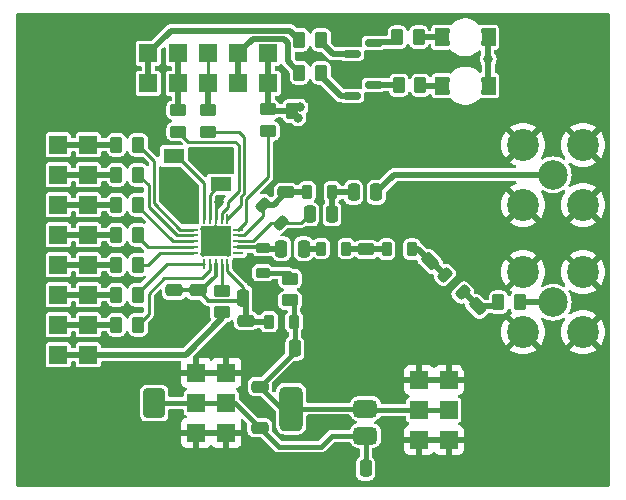
<source format=gbr>
%TF.GenerationSoftware,KiCad,Pcbnew,8.0.3+1*%
%TF.CreationDate,2024-07-15T12:56:35+00:00*%
%TF.ProjectId,ISM03,49534d30-332e-46b6-9963-61645f706362,rev?*%
%TF.SameCoordinates,Original*%
%TF.FileFunction,Copper,L2,Bot*%
%TF.FilePolarity,Positive*%
%FSLAX46Y46*%
G04 Gerber Fmt 4.6, Leading zero omitted, Abs format (unit mm)*
G04 Created by KiCad (PCBNEW 8.0.3+1) date 2024-07-15 12:56:35*
%MOMM*%
%LPD*%
G01*
G04 APERTURE LIST*
G04 Aperture macros list*
%AMRoundRect*
0 Rectangle with rounded corners*
0 $1 Rounding radius*
0 $2 $3 $4 $5 $6 $7 $8 $9 X,Y pos of 4 corners*
0 Add a 4 corners polygon primitive as box body*
4,1,4,$2,$3,$4,$5,$6,$7,$8,$9,$2,$3,0*
0 Add four circle primitives for the rounded corners*
1,1,$1+$1,$2,$3*
1,1,$1+$1,$4,$5*
1,1,$1+$1,$6,$7*
1,1,$1+$1,$8,$9*
0 Add four rect primitives between the rounded corners*
20,1,$1+$1,$2,$3,$4,$5,0*
20,1,$1+$1,$4,$5,$6,$7,0*
20,1,$1+$1,$6,$7,$8,$9,0*
20,1,$1+$1,$8,$9,$2,$3,0*%
%AMFreePoly0*
4,1,27,0.405000,0.748540,0.473851,0.737775,0.540468,0.697134,0.586462,0.634092,0.604830,0.558249,0.592775,0.481149,0.592776,0.481149,0.558927,0.388685,0.517726,0.196112,0.503933,-0.000335,0.517820,-0.196775,0.559113,-0.389328,0.593006,-0.481776,0.593005,-0.481776,0.605097,-0.558870,0.586765,-0.634722,0.540802,-0.697786,0.474204,-0.738459,0.405000,-0.749313,0.405000,-0.750000,
0.400623,-0.750000,0.397110,-0.750551,0.394830,-0.750000,-0.645000,-0.750000,-0.645000,0.750000,0.405000,0.750000,0.405000,0.748540,0.405000,0.748540,$1*%
G04 Aperture macros list end*
%TA.AperFunction,ComponentPad*%
%ADD10R,1.524000X1.524000*%
%TD*%
%TA.AperFunction,ComponentPad*%
%ADD11C,6.000000*%
%TD*%
%TA.AperFunction,ComponentPad*%
%ADD12C,2.500000*%
%TD*%
%TA.AperFunction,ComponentPad*%
%ADD13C,2.700000*%
%TD*%
%TA.AperFunction,SMDPad,CuDef*%
%ADD14RoundRect,0.250000X-0.262500X-0.450000X0.262500X-0.450000X0.262500X0.450000X-0.262500X0.450000X0*%
%TD*%
%TA.AperFunction,SMDPad,CuDef*%
%ADD15RoundRect,0.375000X0.625000X0.375000X-0.625000X0.375000X-0.625000X-0.375000X0.625000X-0.375000X0*%
%TD*%
%TA.AperFunction,SMDPad,CuDef*%
%ADD16RoundRect,0.500000X0.500000X1.400000X-0.500000X1.400000X-0.500000X-1.400000X0.500000X-1.400000X0*%
%TD*%
%TA.AperFunction,SMDPad,CuDef*%
%ADD17RoundRect,0.150000X-0.587500X-0.150000X0.587500X-0.150000X0.587500X0.150000X-0.587500X0.150000X0*%
%TD*%
%TA.AperFunction,SMDPad,CuDef*%
%ADD18FreePoly0,0.000000*%
%TD*%
%TA.AperFunction,SMDPad,CuDef*%
%ADD19FreePoly0,180.000000*%
%TD*%
%TA.AperFunction,SMDPad,CuDef*%
%ADD20RoundRect,0.250000X-0.450000X0.262500X-0.450000X-0.262500X0.450000X-0.262500X0.450000X0.262500X0*%
%TD*%
%TA.AperFunction,SMDPad,CuDef*%
%ADD21RoundRect,0.250000X-0.475000X0.250000X-0.475000X-0.250000X0.475000X-0.250000X0.475000X0.250000X0*%
%TD*%
%TA.AperFunction,SMDPad,CuDef*%
%ADD22RoundRect,0.250000X0.475000X-0.250000X0.475000X0.250000X-0.475000X0.250000X-0.475000X-0.250000X0*%
%TD*%
%TA.AperFunction,SMDPad,CuDef*%
%ADD23RoundRect,0.250000X-0.250000X-0.475000X0.250000X-0.475000X0.250000X0.475000X-0.250000X0.475000X0*%
%TD*%
%TA.AperFunction,SMDPad,CuDef*%
%ADD24RoundRect,0.250000X-0.650000X1.000000X-0.650000X-1.000000X0.650000X-1.000000X0.650000X1.000000X0*%
%TD*%
%TA.AperFunction,SMDPad,CuDef*%
%ADD25RoundRect,0.218750X0.381250X-0.218750X0.381250X0.218750X-0.381250X0.218750X-0.381250X-0.218750X0*%
%TD*%
%TA.AperFunction,SMDPad,CuDef*%
%ADD26RoundRect,0.250000X0.450000X-0.262500X0.450000X0.262500X-0.450000X0.262500X-0.450000X-0.262500X0*%
%TD*%
%TA.AperFunction,SMDPad,CuDef*%
%ADD27RoundRect,0.250000X0.262500X0.450000X-0.262500X0.450000X-0.262500X-0.450000X0.262500X-0.450000X0*%
%TD*%
%TA.AperFunction,SMDPad,CuDef*%
%ADD28R,1.800000X1.200000*%
%TD*%
%TA.AperFunction,SMDPad,CuDef*%
%ADD29RoundRect,0.062500X0.362500X0.062500X-0.362500X0.062500X-0.362500X-0.062500X0.362500X-0.062500X0*%
%TD*%
%TA.AperFunction,SMDPad,CuDef*%
%ADD30RoundRect,0.062500X0.062500X0.362500X-0.062500X0.362500X-0.062500X-0.362500X0.062500X-0.362500X0*%
%TD*%
%TA.AperFunction,HeatsinkPad*%
%ADD31C,0.500000*%
%TD*%
%TA.AperFunction,HeatsinkPad*%
%ADD32R,2.600000X2.600000*%
%TD*%
%TA.AperFunction,SMDPad,CuDef*%
%ADD33RoundRect,0.218750X0.218750X0.381250X-0.218750X0.381250X-0.218750X-0.381250X0.218750X-0.381250X0*%
%TD*%
%TA.AperFunction,SMDPad,CuDef*%
%ADD34RoundRect,0.218750X-0.424264X-0.114905X-0.114905X-0.424264X0.424264X0.114905X0.114905X0.424264X0*%
%TD*%
%TA.AperFunction,SMDPad,CuDef*%
%ADD35RoundRect,0.250000X0.159099X-0.512652X0.512652X-0.159099X-0.159099X0.512652X-0.512652X0.159099X0*%
%TD*%
%TA.AperFunction,SMDPad,CuDef*%
%ADD36RoundRect,0.250000X-0.159099X0.512652X-0.512652X0.159099X0.159099X-0.512652X0.512652X-0.159099X0*%
%TD*%
%TA.AperFunction,SMDPad,CuDef*%
%ADD37RoundRect,0.218750X0.424264X0.114905X0.114905X0.424264X-0.424264X-0.114905X-0.114905X-0.424264X0*%
%TD*%
%TA.AperFunction,SMDPad,CuDef*%
%ADD38RoundRect,0.218750X-0.218750X-0.381250X0.218750X-0.381250X0.218750X0.381250X-0.218750X0.381250X0*%
%TD*%
%TA.AperFunction,ViaPad*%
%ADD39C,0.800000*%
%TD*%
%TA.AperFunction,Conductor*%
%ADD40C,0.250000*%
%TD*%
%TA.AperFunction,Conductor*%
%ADD41C,0.400000*%
%TD*%
%TA.AperFunction,Conductor*%
%ADD42C,0.500000*%
%TD*%
%TA.AperFunction,Conductor*%
%ADD43C,0.300000*%
%TD*%
G04 APERTURE END LIST*
D10*
%TO.P,J17,1*%
%TO.N,/TXRAMP*%
X11430001Y16510000D03*
%TO.P,J17,2*%
X8889999Y16510000D03*
%TD*%
%TO.P,J1,1,2*%
%TO.N,GND*%
X20574000Y14986000D03*
%TO.P,J1,2,2*%
X23114000Y14986000D03*
%TO.P,J1,3,4*%
%TO.N,VCC*%
X20574000Y12446000D03*
%TO.P,J1,4,4*%
X23114000Y12446000D03*
%TO.P,J1,5,6*%
%TO.N,GND*%
X20574000Y9906000D03*
%TO.P,J1,6,6*%
X23114000Y9906000D03*
%TD*%
%TO.P,J4,1,2*%
%TO.N,GND*%
X39420800Y14376400D03*
%TO.P,J4,2,2*%
X41960800Y14376400D03*
%TO.P,J4,3,4*%
%TO.N,+3.3V*%
X39420800Y11836400D03*
%TO.P,J4,4,4*%
X41960800Y11836400D03*
%TO.P,J4,5,6*%
%TO.N,GND*%
X39420800Y9296400D03*
%TO.P,J4,6,6*%
X41960800Y9296400D03*
%TD*%
%TO.P,J13,1*%
%TO.N,/SCLK*%
X11430000Y26670000D03*
%TO.P,J13,2*%
X8890000Y26670000D03*
%TD*%
%TO.P,J14,1*%
%TO.N,/SDI*%
X11430000Y31750000D03*
%TO.P,J14,2*%
X8890000Y31750000D03*
%TD*%
%TO.P,J19,1*%
%TO.N,/nIRQ*%
X11430001Y24130000D03*
%TO.P,J19,2*%
X8889999Y24130000D03*
%TD*%
%TO.P,J20,1*%
%TO.N,/GPIO0*%
X11430001Y19050000D03*
%TO.P,J20,2*%
X8889999Y19050000D03*
%TD*%
%TO.P,J21,1*%
%TO.N,/GPIO1*%
X11430001Y21590000D03*
%TO.P,J21,2*%
X8889999Y21590000D03*
%TD*%
D11*
%TO.P,M1,1*%
%TO.N,GND*%
X10160000Y40640000D03*
%TD*%
%TO.P,M2,1*%
%TO.N,GND*%
X50800000Y40640000D03*
%TD*%
%TO.P,M3,1*%
%TO.N,GND*%
X10160000Y10160000D03*
%TD*%
%TO.P,M4,1*%
%TO.N,GND*%
X50800000Y10160000D03*
%TD*%
D12*
%TO.P,J3,1*%
%TO.N,Net-(C6-Pad2)*%
X50790047Y31749311D03*
D13*
%TO.P,J3,2*%
%TO.N,GND*%
X48250047Y34289311D03*
X48250047Y29209311D03*
X53330047Y34289311D03*
X53330047Y29209311D03*
%TD*%
D10*
%TO.P,J22,1*%
%TO.N,/GPIO2*%
X19050000Y39497000D03*
%TO.P,J22,2*%
X19050000Y42037000D03*
%TD*%
%TO.P,J16,1*%
%TO.N,/nSEL*%
X11430000Y34290000D03*
%TO.P,J16,2*%
X8890000Y34290000D03*
%TD*%
%TO.P,J15,1*%
%TO.N,/SDO*%
X11430000Y29210000D03*
%TO.P,J15,2*%
X8890000Y29210000D03*
%TD*%
%TO.P,J23,1*%
%TO.N,/GPIO3*%
X21590000Y39497000D03*
%TO.P,J23,2*%
X21590000Y42037000D03*
%TD*%
D12*
%TO.P,J2,1*%
%TO.N,Net-(J2-Pad1)*%
X50790047Y20954311D03*
D13*
%TO.P,J2,2*%
%TO.N,GND*%
X48250047Y23494311D03*
X48250047Y18414311D03*
X53330047Y23494311D03*
X53330047Y18414311D03*
%TD*%
D10*
%TO.P,J6,1*%
%TO.N,Net-(J6-Pad1)*%
X16510000Y39496999D03*
%TO.P,J6,2*%
X16510000Y42037001D03*
%TD*%
%TO.P,J7,1*%
%TO.N,Net-(J7-Pad1)*%
X24130000Y39496999D03*
%TO.P,J7,2*%
X24130000Y42037001D03*
%TD*%
%TO.P,J5,1*%
%TO.N,/SDN*%
X26670000Y39497689D03*
%TO.P,J5,2*%
X26670000Y42037689D03*
%TD*%
D14*
%TO.P,R15,1*%
%TO.N,/nIRQ*%
X13819500Y24130000D03*
%TO.P,R15,2*%
%TO.N,Net-(U2-~{IRQ})*%
X15644500Y24130000D03*
%TD*%
%TO.P,R17,1*%
%TO.N,/GPIO1*%
X13819500Y21590000D03*
%TO.P,R17,2*%
%TO.N,Net-(U2-GPIO1)*%
X15644500Y21590000D03*
%TD*%
D15*
%TO.P,U1,1,GND*%
%TO.N,GND*%
X34900000Y14251299D03*
%TO.P,U1,2,VO*%
%TO.N,+3.3V*%
X34899999Y11951299D03*
D16*
X28600001Y11951299D03*
D15*
%TO.P,U1,3,VI*%
%TO.N,VCC*%
X34900000Y9651299D03*
%TD*%
D17*
%TO.P,Q1,1,B*%
%TO.N,Net-(Q1-B)*%
X33760000Y41976000D03*
%TO.P,Q1,2,E*%
%TO.N,GND*%
X33760000Y43876000D03*
%TO.P,Q1,3,C*%
%TO.N,Net-(Q1-C)*%
X35635001Y42926000D03*
%TD*%
D18*
%TO.P,D3,1,K*%
%TO.N,Net-(D3-K)*%
X41452800Y39293800D03*
D19*
%TO.P,D3,2,A*%
%TO.N,+3.3V*%
X45262800Y39293800D03*
%TD*%
D18*
%TO.P,D2,1,K*%
%TO.N,Net-(D2-K)*%
X41428500Y43384000D03*
D19*
%TO.P,D2,2,A*%
%TO.N,+3.3V*%
X45238500Y43384000D03*
%TD*%
D20*
%TO.P,R19,1*%
%TO.N,/GPIO3*%
X21590000Y37234500D03*
%TO.P,R19,2*%
%TO.N,Net-(U2-GPIO3)*%
X21590000Y35409500D03*
%TD*%
D17*
%TO.P,Q2,1,B*%
%TO.N,Net-(Q2-B)*%
X33760000Y38420000D03*
%TO.P,Q2,2,E*%
%TO.N,GND*%
X33760000Y40320000D03*
%TO.P,Q2,3,C*%
%TO.N,Net-(Q2-C)*%
X35635001Y39370000D03*
%TD*%
D21*
%TO.P,C1,1*%
%TO.N,VCC*%
X25933400Y10347999D03*
%TO.P,C1,2*%
%TO.N,GND*%
X25933400Y8448001D03*
%TD*%
D22*
%TO.P,C3,1*%
%TO.N,+3.3V*%
X25958800Y13807401D03*
%TO.P,C3,2*%
%TO.N,GND*%
X25958800Y15707399D03*
%TD*%
D23*
%TO.P,C5,1*%
%TO.N,+3.3V*%
X28920401Y17043400D03*
%TO.P,C5,2*%
%TO.N,GND*%
X30820399Y17043400D03*
%TD*%
D21*
%TO.P,C15,1*%
%TO.N,Net-(C15-Pad1)*%
X20726400Y21955800D03*
%TO.P,C15,2*%
%TO.N,GND*%
X20726400Y20055800D03*
%TD*%
D24*
%TO.P,D1,1,K*%
%TO.N,VCC*%
X17018000Y12414001D03*
%TO.P,D1,2,A*%
%TO.N,GND*%
X17018000Y8413999D03*
%TD*%
D25*
%TO.P,L8,1*%
%TO.N,Net-(L8-Pad1)*%
X26187400Y23448500D03*
%TO.P,L8,2*%
%TO.N,Net-(U2-TX)*%
X26187400Y25573500D03*
%TD*%
D26*
%TO.P,R1,1*%
%TO.N,+3.3V*%
X28524200Y21109300D03*
%TO.P,R1,2*%
%TO.N,Net-(L8-Pad1)*%
X28524200Y22934300D03*
%TD*%
D14*
%TO.P,R9,1*%
%TO.N,/SCLK*%
X13819500Y26670000D03*
%TO.P,R9,2*%
%TO.N,Net-(U2-SCLK)*%
X15644500Y26670000D03*
%TD*%
%TO.P,R10,1*%
%TO.N,/SDI*%
X13819500Y31750000D03*
%TO.P,R10,2*%
%TO.N,Net-(U2-SDI)*%
X15644500Y31750000D03*
%TD*%
D26*
%TO.P,R13,1*%
%TO.N,/TXRAMP*%
X22733000Y20093300D03*
%TO.P,R13,2*%
%TO.N,Net-(U2-TXRAMP)*%
X22733000Y21918300D03*
%TD*%
D14*
%TO.P,R16,1*%
%TO.N,/GPIO0*%
X13819500Y19050000D03*
%TO.P,R16,2*%
%TO.N,Net-(U2-GPIO0)*%
X15644500Y19050000D03*
%TD*%
D27*
%TO.P,R22,1*%
%TO.N,Net-(D2-K)*%
X39420000Y43384000D03*
%TO.P,R22,2*%
%TO.N,Net-(Q1-C)*%
X37595000Y43384000D03*
%TD*%
%TO.P,R23,1*%
%TO.N,Net-(D3-K)*%
X39545900Y39319200D03*
%TO.P,R23,2*%
%TO.N,Net-(Q2-C)*%
X37720900Y39319200D03*
%TD*%
D21*
%TO.P,C20,1*%
%TO.N,Net-(C15-Pad1)*%
X24765000Y19390400D03*
%TO.P,C20,2*%
%TO.N,GND*%
X24765000Y17490400D03*
%TD*%
D23*
%TO.P,C17,1*%
%TO.N,Net-(C15-Pad1)*%
X24526201Y21336000D03*
%TO.P,C17,2*%
%TO.N,GND*%
X26426199Y21336000D03*
%TD*%
%TO.P,C2,1*%
%TO.N,VCC*%
X34914801Y6883400D03*
%TO.P,C2,2*%
%TO.N,GND*%
X36814799Y6883400D03*
%TD*%
D20*
%TO.P,R18,1*%
%TO.N,/GPIO2*%
X19050000Y37234500D03*
%TO.P,R18,2*%
%TO.N,Net-(U2-GPIO2)*%
X19050000Y35409500D03*
%TD*%
D14*
%TO.P,R11,1*%
%TO.N,/SDO*%
X13819500Y29210000D03*
%TO.P,R11,2*%
%TO.N,/P0.1_1*%
X15644500Y29210000D03*
%TD*%
%TO.P,R12,1*%
%TO.N,/nSEL*%
X13819500Y34290000D03*
%TO.P,R12,2*%
%TO.N,Net-(U2-~{SEL})*%
X15644500Y34290000D03*
%TD*%
D28*
%TO.P,Y2,1,1*%
%TO.N,Net-(U2-XIN)*%
X22675600Y30931000D03*
%TO.P,Y2,2,2*%
%TO.N,GND*%
X18675600Y30931000D03*
%TO.P,Y2,3,3*%
%TO.N,Net-(U2-XOUT)*%
X18675600Y33331000D03*
%TO.P,Y2,4,4*%
%TO.N,GND*%
X22675600Y33331000D03*
%TD*%
D29*
%TO.P,U2,1,SDN*%
%TO.N,Net-(U2-SDN)*%
X24140047Y27112000D03*
%TO.P,U2,2,RXp*%
%TO.N,Net-(U2-RXp)*%
X24140047Y26612000D03*
%TO.P,U2,3,RXn*%
%TO.N,Net-(U2-RXn)*%
X24140047Y26112000D03*
%TO.P,U2,4,TX*%
%TO.N,Net-(U2-TX)*%
X24140047Y25612000D03*
%TO.P,U2,5,NC*%
%TO.N,unconnected-(U2-NC-Pad5)*%
X24140047Y25112000D03*
D30*
%TO.P,U2,6,VDD*%
%TO.N,Net-(C15-Pad1)*%
X23215047Y24187000D03*
%TO.P,U2,7,TXRAMP*%
%TO.N,Net-(U2-TXRAMP)*%
X22715047Y24187000D03*
%TO.P,U2,8,VDD*%
%TO.N,Net-(C15-Pad1)*%
X22215047Y24187000D03*
%TO.P,U2,9,GPIO0*%
%TO.N,Net-(U2-GPIO0)*%
X21715047Y24187000D03*
%TO.P,U2,10,GPIO1*%
%TO.N,Net-(U2-GPIO1)*%
X21215047Y24187000D03*
D29*
%TO.P,U2,11,~{IRQ}*%
%TO.N,Net-(U2-~{IRQ})*%
X20290047Y25112000D03*
%TO.P,U2,12,SCLK*%
%TO.N,Net-(U2-SCLK)*%
X20290047Y25612000D03*
%TO.P,U2,13,SDO*%
%TO.N,/P0.1_1*%
X20290047Y26112000D03*
%TO.P,U2,14,SDI*%
%TO.N,Net-(U2-SDI)*%
X20290047Y26612000D03*
%TO.P,U2,15,~{SEL}*%
%TO.N,Net-(U2-~{SEL})*%
X20290047Y27112000D03*
D30*
%TO.P,U2,16,XOUT*%
%TO.N,Net-(U2-XOUT)*%
X21215047Y28037000D03*
%TO.P,U2,17,XIN*%
%TO.N,Net-(U2-XIN)*%
X21715047Y28037000D03*
%TO.P,U2,18,GND*%
%TO.N,GND*%
X22215047Y28037000D03*
%TO.P,U2,19,GPIO2*%
%TO.N,Net-(U2-GPIO2)*%
X22715047Y28037000D03*
%TO.P,U2,20,GPIO3*%
%TO.N,Net-(U2-GPIO3)*%
X23215047Y28037000D03*
D31*
%TO.P,U2,21,GND*%
%TO.N,GND*%
X23265047Y25062000D03*
X23265047Y27162000D03*
D32*
X22215047Y26112000D03*
D31*
X21165047Y25062000D03*
X21165047Y27162000D03*
%TD*%
D33*
%TO.P,L7,1*%
%TO.N,Net-(C9-Pad1)*%
X33269700Y25501600D03*
%TO.P,L7,2*%
%TO.N,Net-(C11-Pad2)*%
X31144700Y25501600D03*
%TD*%
%TO.P,L9,1*%
%TO.N,Net-(C12-Pad2)*%
X32101300Y30327600D03*
%TO.P,L9,2*%
%TO.N,Net-(U2-RXp)*%
X29976300Y30327600D03*
%TD*%
%TO.P,L5,1*%
%TO.N,Net-(C7-Pad1)*%
X38806900Y25450800D03*
%TO.P,L5,2*%
%TO.N,Net-(C9-Pad1)*%
X36681900Y25450800D03*
%TD*%
D34*
%TO.P,L10,1*%
%TO.N,Net-(U2-RXp)*%
X26223499Y29199301D03*
%TO.P,L10,2*%
%TO.N,Net-(U2-RXn)*%
X27726101Y27696699D03*
%TD*%
D35*
%TO.P,C7,1*%
%TO.N,Net-(C7-Pad1)*%
X40374649Y24423449D03*
%TO.P,C7,2*%
%TO.N,GND*%
X41718151Y25766951D03*
%TD*%
D21*
%TO.P,C9,1*%
%TO.N,Net-(C9-Pad1)*%
X34975800Y25435600D03*
%TO.P,C9,2*%
%TO.N,GND*%
X34975800Y23535600D03*
%TD*%
D22*
%TO.P,C13,1*%
%TO.N,Net-(U2-RXp)*%
X28194000Y30266601D03*
%TO.P,C13,2*%
%TO.N,GND*%
X28194000Y32166599D03*
%TD*%
D23*
%TO.P,C11,1*%
%TO.N,Net-(U2-TX)*%
X27777401Y25501600D03*
%TO.P,C11,2*%
%TO.N,Net-(C11-Pad2)*%
X29677399Y25501600D03*
%TD*%
D36*
%TO.P,C4,1*%
%TO.N,Net-(C4-Pad1)*%
X44385151Y20610751D03*
%TO.P,C4,2*%
%TO.N,GND*%
X43041649Y19267249D03*
%TD*%
D23*
%TO.P,C12,1*%
%TO.N,Net-(U2-RXn)*%
X30165000Y28397200D03*
%TO.P,C12,2*%
%TO.N,Net-(C12-Pad2)*%
X32065000Y28397200D03*
%TD*%
%TO.P,C6,1*%
%TO.N,Net-(C12-Pad2)*%
X33898801Y30251400D03*
%TO.P,C6,2*%
%TO.N,Net-(C6-Pad2)*%
X35798799Y30251400D03*
%TD*%
D37*
%TO.P,L3,1*%
%TO.N,Net-(C4-Pad1)*%
X43118501Y21778499D03*
%TO.P,L3,2*%
%TO.N,Net-(C7-Pad1)*%
X41615899Y23281101D03*
%TD*%
D27*
%TO.P,L1,1*%
%TO.N,Net-(J2-Pad1)*%
X47978700Y20955000D03*
%TO.P,L1,2*%
%TO.N,Net-(C4-Pad1)*%
X46153700Y20955000D03*
%TD*%
D21*
%TO.P,C19,1*%
%TO.N,Net-(C15-Pad1)*%
X18694400Y21955800D03*
%TO.P,C19,2*%
%TO.N,GND*%
X18694400Y20055800D03*
%TD*%
D20*
%TO.P,R4,1*%
%TO.N,/SDN*%
X26670000Y37285300D03*
%TO.P,R4,2*%
%TO.N,Net-(U2-SDN)*%
X26670000Y35460300D03*
%TD*%
D14*
%TO.P,R2,1*%
%TO.N,Net-(J6-Pad1)*%
X29313500Y43180000D03*
%TO.P,R2,2*%
%TO.N,Net-(Q1-B)*%
X31138500Y43180000D03*
%TD*%
D27*
%TO.P,R5,1*%
%TO.N,GND*%
X30503500Y37160200D03*
%TO.P,R5,2*%
%TO.N,/SDN*%
X28678500Y37160200D03*
%TD*%
D14*
%TO.P,R3,1*%
%TO.N,Net-(J7-Pad1)*%
X29313500Y40386000D03*
%TO.P,R3,2*%
%TO.N,Net-(Q2-B)*%
X31138500Y40386000D03*
%TD*%
D38*
%TO.P,L11,1,1*%
%TO.N,Net-(C15-Pad1)*%
X26725100Y19304000D03*
%TO.P,L11,2,2*%
%TO.N,+3.3V*%
X28850100Y19304000D03*
%TD*%
D39*
%TO.N,GND*%
X6273800Y29235400D03*
X46980047Y37083311D03*
X39322939Y22932461D03*
X54092047Y15493311D03*
X25744000Y18047500D03*
X50028047Y15493311D03*
X22512445Y29405154D03*
X32258000Y33655000D03*
X38912800Y33883600D03*
X7035800Y23393400D03*
X6476311Y20583953D03*
X34787276Y16749324D03*
X35407600Y21488400D03*
X32893000Y36065800D03*
X44907200Y26085800D03*
X43434000Y15494000D03*
X45964047Y33527311D03*
X6527800Y25425400D03*
X41478200Y20777200D03*
X39322939Y18262728D03*
X32359600Y21488400D03*
X34417000Y28600400D03*
X47742047Y15493311D03*
X18948400Y29133800D03*
X44907200Y24561801D03*
X6680200Y36195000D03*
X44907200Y27863800D03*
X52314047Y15493311D03*
X32893000Y35102800D03*
X33909000Y26822400D03*
X38245308Y17185098D03*
X34417000Y35610800D03*
X33756600Y17526000D03*
X36449000Y26822400D03*
X40690800Y33883600D03*
X37134800Y33883600D03*
X17602200Y15087600D03*
X40132000Y28956000D03*
X6273800Y31013400D03*
X35433001Y26822400D03*
X33264047Y40385311D03*
X42926000Y33477200D03*
X14935200Y15113000D03*
X40220964Y22034436D03*
X33883600Y21488400D03*
X33263276Y19797324D03*
X36449000Y35102800D03*
X45710047Y16001311D03*
X35356800Y33883600D03*
X52314047Y26415311D03*
X6604000Y16713200D03*
X54346047Y26415311D03*
X6273800Y27457400D03*
X40400569Y19340359D03*
X36449000Y36118800D03*
X36525200Y18161000D03*
X44907200Y29641800D03*
X30117732Y38197626D03*
X36423600Y21488400D03*
X20828000Y33248600D03*
X41529000Y28956000D03*
X6086047Y33781311D03*
%TO.N,+3.3V*%
X45288200Y41529000D03*
X28371800Y11951299D03*
%TO.N,/SDN*%
X29200047Y36575311D03*
X29388393Y37487381D03*
%TD*%
D40*
%TO.N,GND*%
X22215047Y29107756D02*
X22512445Y29405154D01*
X22215047Y28037000D02*
X22215047Y29107756D01*
D41*
%TO.N,VCC*%
X20574000Y12446000D02*
X17049999Y12446000D01*
X32054099Y9651299D02*
X34900000Y9651299D01*
X34914801Y9636498D02*
X34900000Y9651299D01*
X23114000Y12446000D02*
X23835399Y12446000D01*
X25933400Y10347999D02*
X27543799Y8737600D01*
X17049999Y12446000D02*
X17018000Y12414001D01*
X20574000Y12446000D02*
X23114000Y12446000D01*
X27543799Y8737600D02*
X31140400Y8737600D01*
X34914801Y6883400D02*
X34914801Y9636498D01*
X31140400Y8737600D02*
X32054099Y9651299D01*
X23835399Y12446000D02*
X25933400Y10347999D01*
D42*
%TO.N,Net-(C4-Pad1)*%
X43118501Y21778499D02*
X43217403Y21778499D01*
X44385151Y20610751D02*
X45809451Y20610751D01*
X43217403Y21778499D02*
X44385151Y20610751D01*
X45809451Y20610751D02*
X46153700Y20955000D01*
%TO.N,Net-(C12-Pad2)*%
X32065000Y28397200D02*
X32065000Y30291300D01*
X32065000Y30291300D02*
X32101300Y30327600D01*
X32101300Y30327600D02*
X32177500Y30251400D01*
X32177500Y30251400D02*
X33898801Y30251400D01*
%TO.N,Net-(C7-Pad1)*%
X40473551Y24423449D02*
X41615899Y23281101D01*
X40374649Y24423449D02*
X40473551Y24423449D01*
X39347298Y25450800D02*
X40374649Y24423449D01*
X38806900Y25450800D02*
X39347298Y25450800D01*
%TO.N,Net-(C6-Pad2)*%
X37296710Y31749311D02*
X50790047Y31749311D01*
X35798799Y30251400D02*
X37296710Y31749311D01*
%TO.N,Net-(C9-Pad1)*%
X36666700Y25435600D02*
X36681900Y25450800D01*
X34975800Y25435600D02*
X33335700Y25435600D01*
X34975800Y25435600D02*
X36666700Y25435600D01*
X33335700Y25435600D02*
X33269700Y25501600D01*
%TO.N,Net-(C11-Pad2)*%
X31144700Y25501600D02*
X29677399Y25501600D01*
%TO.N,Net-(C15-Pad1)*%
X24765000Y21097201D02*
X24526201Y21336000D01*
D43*
X24526201Y21336000D02*
X24246001Y21055800D01*
D40*
X21601400Y21080800D02*
X20726400Y21955800D01*
D43*
X18694400Y21955800D02*
X20726400Y21955800D01*
X21626400Y21055800D02*
X20726400Y21955800D01*
D40*
X23215047Y23571753D02*
X24526201Y22260599D01*
D43*
X22215047Y23205647D02*
X20965200Y21955800D01*
D40*
X23215047Y24187000D02*
X23215047Y23571753D01*
D43*
X22215047Y24187000D02*
X22215047Y23205647D01*
D40*
X24526201Y22260599D02*
X24526201Y21336000D01*
D42*
X24765000Y19390400D02*
X24765000Y21097201D01*
X26725100Y19304000D02*
X24851400Y19304000D01*
D43*
X24246001Y21055800D02*
X21626400Y21055800D01*
D42*
X24851400Y19304000D02*
X24765000Y19390400D01*
D43*
X20965200Y21955800D02*
X20726400Y21955800D01*
D42*
%TO.N,/GPIO0*%
X8889999Y19050000D02*
X11430001Y19050000D01*
X13819500Y19050000D02*
X11430001Y19050000D01*
%TO.N,/GPIO1*%
X13819500Y21590000D02*
X11430001Y21590000D01*
X11430001Y21590000D02*
X8889999Y21590000D01*
%TO.N,/GPIO2*%
X19050000Y39497000D02*
X19050000Y42037000D01*
X19050000Y39497000D02*
X19050000Y37234500D01*
D40*
%TO.N,/GPIO3*%
X21590000Y42037000D02*
X21590000Y39497000D01*
D42*
X21590000Y39497000D02*
X21590000Y37234500D01*
D41*
%TO.N,+3.3V*%
X35014898Y11836400D02*
X34899999Y11951299D01*
X25958800Y13807401D02*
X28920401Y16769002D01*
X27814902Y11951299D02*
X25958800Y13807401D01*
D42*
X45238500Y41578700D02*
X45288200Y41529000D01*
D41*
X28920401Y17043400D02*
X28920401Y19233699D01*
X41960800Y11836400D02*
X39420800Y11836400D01*
X28920401Y16769002D02*
X28920401Y17043400D01*
D42*
X45238500Y43384000D02*
X45238500Y41578700D01*
D41*
X28920401Y19233699D02*
X28850100Y19304000D01*
X28850100Y20783400D02*
X28850100Y19304000D01*
X28371800Y11951299D02*
X27814902Y11951299D01*
D42*
X45288200Y41529000D02*
X45288200Y39319200D01*
X28600001Y11951299D02*
X28371800Y11951299D01*
D41*
X34899999Y11951299D02*
X28600001Y11951299D01*
X39420800Y11836400D02*
X35014898Y11836400D01*
D42*
X45288200Y39319200D02*
X45262800Y39293800D01*
D41*
X28524200Y21109300D02*
X28850100Y20783400D01*
D43*
%TO.N,Net-(U2-TX)*%
X26148900Y25612000D02*
X26187400Y25573500D01*
X24140047Y25612000D02*
X26148900Y25612000D01*
D42*
X27777401Y25501600D02*
X26259300Y25501600D01*
X26259300Y25501600D02*
X26187400Y25573500D01*
%TO.N,Net-(J2-Pad1)*%
X47978700Y20955000D02*
X47979389Y20954311D01*
X47979389Y20954311D02*
X50790047Y20954311D01*
%TO.N,Net-(U2-RXp)*%
X27126700Y29199301D02*
X28194000Y30266601D01*
D40*
X24614787Y26612000D02*
X26223499Y28220712D01*
D42*
X28194000Y30266601D02*
X29915301Y30266601D01*
D40*
X26223499Y28220712D02*
X26223499Y29199301D01*
D42*
X29915301Y30266601D02*
X29976300Y30327600D01*
D40*
X24140047Y26612000D02*
X24614787Y26612000D01*
D42*
X26223499Y29199301D02*
X27126700Y29199301D01*
D40*
%TO.N,Net-(U2-RXn)*%
X24140047Y26112000D02*
X25350860Y26112000D01*
X27726101Y27696699D02*
X29464499Y27696699D01*
X25350860Y26112000D02*
X26935559Y27696699D01*
X29464499Y27696699D02*
X30165000Y28397200D01*
X26935559Y27696699D02*
X27726101Y27696699D01*
D42*
%TO.N,Net-(D2-K)*%
X41428500Y43384000D02*
X39420000Y43384000D01*
%TO.N,Net-(D3-K)*%
X39571300Y39293800D02*
X41452800Y39293800D01*
X39545900Y39319200D02*
X39571300Y39293800D01*
%TO.N,/SCLK*%
X13819500Y26670000D02*
X11430000Y26670000D01*
X11430000Y26670000D02*
X8890000Y26670000D01*
%TO.N,/TXRAMP*%
X22733000Y20093300D02*
X22733000Y19580800D01*
X19662200Y16510000D02*
X11430001Y16510000D01*
X8889999Y16510000D02*
X11430001Y16510000D01*
X22733000Y19580800D02*
X19662200Y16510000D01*
%TO.N,/SDI*%
X13819500Y31750000D02*
X11430000Y31750000D01*
X11430000Y31750000D02*
X8890000Y31750000D01*
D41*
%TO.N,Net-(L8-Pad1)*%
X28524200Y23289900D02*
X28524200Y22934300D01*
X28391000Y23423100D02*
X28524200Y23289900D01*
X26517600Y23423100D02*
X28391000Y23423100D01*
D42*
%TO.N,Net-(J6-Pad1)*%
X28543811Y43949689D02*
X29313500Y43180000D01*
X16510000Y42037001D02*
X16510000Y39496999D01*
X18422688Y43949689D02*
X28543811Y43949689D01*
X16510000Y42037001D02*
X18422688Y43949689D01*
%TO.N,Net-(J7-Pad1)*%
X27971911Y43249689D02*
X25342688Y43249689D01*
X28351000Y42870600D02*
X27971911Y43249689D01*
X25342688Y43249689D02*
X24130000Y42037001D01*
X29313500Y40386000D02*
X28351000Y41348500D01*
X28351000Y41348500D02*
X28351000Y42870600D01*
X24130000Y42037001D02*
X24130000Y39496999D01*
%TO.N,/SDN*%
X26795100Y37160200D02*
X26670000Y37285300D01*
X28678500Y37160200D02*
X26795100Y37160200D01*
X26670000Y42037689D02*
X26670000Y39497689D01*
X26670000Y39497689D02*
X26670000Y37285300D01*
D40*
%TO.N,Net-(U2-SDN)*%
X24800600Y29702800D02*
X26670000Y31572200D01*
X26670000Y31572200D02*
X26670000Y35460300D01*
X24800600Y27772553D02*
X24800600Y29702800D01*
X24140047Y27112000D02*
X24800600Y27772553D01*
D42*
%TO.N,/SDO*%
X11430000Y29210000D02*
X13819500Y29210000D01*
X11430000Y29210000D02*
X8890000Y29210000D01*
%TO.N,/nSEL*%
X8890000Y34290000D02*
X11430000Y34290000D01*
X11430000Y34290000D02*
X13819500Y34290000D01*
D40*
%TO.N,/P0.1_1*%
X15644500Y29059500D02*
X15644500Y29210000D01*
X18592000Y26112000D02*
X15644500Y29059500D01*
X20290047Y26112000D02*
X18592000Y26112000D01*
D42*
%TO.N,/nIRQ*%
X8889999Y24130000D02*
X11430001Y24130000D01*
X11430001Y24130000D02*
X13819500Y24130000D01*
%TO.N,Net-(Q1-B)*%
X31138500Y43180000D02*
X31138500Y42978700D01*
X32141200Y41976000D02*
X33760000Y41976000D01*
X31138500Y42978700D02*
X32141200Y41976000D01*
%TO.N,Net-(Q2-B)*%
X31138500Y40386000D02*
X31138500Y40133900D01*
X32852400Y38420000D02*
X33760000Y38420000D01*
X31138500Y40133900D02*
X32852400Y38420000D01*
%TO.N,Net-(Q1-C)*%
X37162400Y42951400D02*
X35660401Y42951400D01*
X35660401Y42951400D02*
X35635001Y42926000D01*
X37595000Y43384000D02*
X37162400Y42951400D01*
%TO.N,Net-(Q2-C)*%
X35635001Y39370000D02*
X37670100Y39370000D01*
X37670100Y39370000D02*
X37720900Y39319200D01*
D40*
%TO.N,Net-(U2-SCLK)*%
X20290047Y25612000D02*
X16475800Y25612000D01*
X16475800Y25612000D02*
X15644500Y26443300D01*
X15644500Y26443300D02*
X15644500Y26670000D01*
%TO.N,Net-(U2-SDI)*%
X16542600Y28999600D02*
X16542600Y30851900D01*
X18930200Y26612000D02*
X16542600Y28999600D01*
X20290047Y26612000D02*
X18930200Y26612000D01*
X16542600Y30851900D02*
X15644500Y31750000D01*
%TO.N,Net-(U2-~{SEL})*%
X16992600Y29337000D02*
X16992600Y32941900D01*
X20290047Y27112000D02*
X19217600Y27112000D01*
X16992600Y32941900D02*
X15644500Y34290000D01*
X19217600Y27112000D02*
X16992600Y29337000D01*
%TO.N,Net-(U2-TXRAMP)*%
X22715047Y21936253D02*
X22733000Y21918300D01*
X22715047Y24187000D02*
X22715047Y21936253D01*
%TO.N,Net-(U2-~{IRQ})*%
X20290047Y25112000D02*
X17492000Y25112000D01*
X17492000Y25112000D02*
X16510000Y24130000D01*
X16510000Y24130000D02*
X15644500Y24130000D01*
%TO.N,Net-(U2-GPIO0)*%
X21715047Y23712260D02*
X21040587Y23037800D01*
X16535400Y21691600D02*
X16535400Y19940900D01*
X16535400Y19940900D02*
X15644500Y19050000D01*
X21715047Y24187000D02*
X21715047Y23712260D01*
X17881600Y23037800D02*
X16535400Y21691600D01*
X21040587Y23037800D02*
X17881600Y23037800D01*
%TO.N,Net-(U2-GPIO1)*%
X15644500Y21740500D02*
X15644500Y21590000D01*
X21215047Y24187000D02*
X18091000Y24187000D01*
X18091000Y24187000D02*
X15644500Y21740500D01*
%TO.N,Net-(U2-GPIO2)*%
X24180000Y30354992D02*
X24180000Y34256000D01*
X23240047Y29036740D02*
X23240047Y29415039D01*
X23240047Y29415039D02*
X24180000Y30354992D01*
X22715047Y28037000D02*
X22715047Y28511740D01*
X22715047Y28511740D02*
X23240047Y29036740D01*
X19915500Y34544000D02*
X19050000Y35409500D01*
X23892000Y34544000D02*
X19915500Y34544000D01*
X24180000Y34256000D02*
X23892000Y34544000D01*
%TO.N,Net-(U2-GPIO3)*%
X24630000Y30168596D02*
X24630000Y34933000D01*
X24153500Y35409500D02*
X21590000Y35409500D01*
X24350600Y29172553D02*
X24350600Y29889196D01*
X24630000Y34933000D02*
X24153500Y35409500D01*
X23215047Y28037000D02*
X24350600Y29172553D01*
X24350600Y29889196D02*
X24630000Y30168596D01*
%TO.N,Net-(U2-XOUT)*%
X21215047Y28037000D02*
X21215047Y31070953D01*
X21215047Y31070953D02*
X18955000Y33331000D01*
X18955000Y33331000D02*
X18675600Y33331000D01*
%TO.N,Net-(U2-XIN)*%
X21715047Y28037000D02*
X21715047Y30046447D01*
X22599600Y30931000D02*
X22675600Y30931000D01*
X21715047Y30046447D02*
X22599600Y30931000D01*
%TD*%
%TA.AperFunction,Conductor*%
%TO.N,GND*%
G36*
X41546592Y9467971D02*
G01*
X41516300Y9354920D01*
X41516300Y9237880D01*
X41546592Y9124829D01*
X41594182Y9042400D01*
X39787418Y9042400D01*
X39835008Y9124829D01*
X39865300Y9237880D01*
X39865300Y9354920D01*
X39835008Y9467971D01*
X39787418Y9550400D01*
X41594182Y9550400D01*
X41546592Y9467971D01*
G37*
%TD.AperFunction*%
%TA.AperFunction,Conductor*%
G36*
X22699792Y10077571D02*
G01*
X22669500Y9964520D01*
X22669500Y9847480D01*
X22699792Y9734429D01*
X22747382Y9652000D01*
X20940618Y9652000D01*
X20988208Y9734429D01*
X21018500Y9847480D01*
X21018500Y9964520D01*
X20988208Y10077571D01*
X20940618Y10160000D01*
X22747382Y10160000D01*
X22699792Y10077571D01*
G37*
%TD.AperFunction*%
%TA.AperFunction,Conductor*%
G36*
X41546592Y14547971D02*
G01*
X41516300Y14434920D01*
X41516300Y14317880D01*
X41546592Y14204829D01*
X41594182Y14122400D01*
X39787418Y14122400D01*
X39835008Y14204829D01*
X39865300Y14317880D01*
X39865300Y14434920D01*
X39835008Y14547971D01*
X39787418Y14630400D01*
X41594182Y14630400D01*
X41546592Y14547971D01*
G37*
%TD.AperFunction*%
%TA.AperFunction,Conductor*%
G36*
X22699792Y15157571D02*
G01*
X22669500Y15044520D01*
X22669500Y14927480D01*
X22699792Y14814429D01*
X22747382Y14732000D01*
X20940618Y14732000D01*
X20988208Y14814429D01*
X21018500Y14927480D01*
X21018500Y15044520D01*
X20988208Y15157571D01*
X20940618Y15240000D01*
X22747382Y15240000D01*
X22699792Y15157571D01*
G37*
%TD.AperFunction*%
%TA.AperFunction,Conductor*%
G36*
X22285932Y27560194D02*
G01*
X22328244Y27511362D01*
X22353032Y27460656D01*
X22353035Y27460652D01*
X22438695Y27374992D01*
X22438696Y27374992D01*
X22438700Y27374988D01*
X22441858Y27373444D01*
X22445422Y27370188D01*
X22447197Y27368921D01*
X22447043Y27368707D01*
X22494272Y27325562D01*
X22512480Y27256939D01*
X22511731Y27246139D01*
X22502251Y27162001D01*
X22521377Y26992260D01*
X22577791Y26831037D01*
X22577793Y26831033D01*
X22578847Y26829356D01*
X22931382Y27181891D01*
X23165047Y27181891D01*
X23165047Y27142109D01*
X23180271Y27105355D01*
X23208402Y27077224D01*
X23245156Y27062000D01*
X23284938Y27062000D01*
X23321692Y27077224D01*
X23349823Y27105355D01*
X23365047Y27142109D01*
X23365047Y27181891D01*
X23349823Y27218645D01*
X23321692Y27246776D01*
X23284938Y27262000D01*
X23245156Y27262000D01*
X23208402Y27246776D01*
X23180271Y27218645D01*
X23165047Y27181891D01*
X22931382Y27181891D01*
X23024111Y27274620D01*
X23086424Y27308645D01*
X23113538Y27310534D01*
X23113538Y27311500D01*
X23118097Y27311501D01*
X23118098Y27311500D01*
X23288546Y27311501D01*
X23356667Y27291499D01*
X23403160Y27237844D01*
X23414547Y27185502D01*
X23414548Y27010494D01*
X23412410Y27010494D01*
X23399062Y26949601D01*
X23377667Y26921069D01*
X23265048Y26808448D01*
X23265047Y26808447D01*
X22932400Y26475802D01*
X22934079Y26474746D01*
X22934082Y26474745D01*
X23095306Y26418331D01*
X23265049Y26399205D01*
X23282875Y26401213D01*
X23352808Y26388966D01*
X23405017Y26340854D01*
X23422927Y26272154D01*
X23421670Y26257841D01*
X23414547Y26208953D01*
X23414547Y26015052D01*
X23421670Y25966157D01*
X23411696Y25895864D01*
X23365302Y25842123D01*
X23297218Y25821995D01*
X23282880Y25822787D01*
X23265048Y25824796D01*
X23095306Y25805670D01*
X22934083Y25749256D01*
X22934082Y25749255D01*
X22932401Y25748199D01*
X23265047Y25415554D01*
X23265047Y25415553D01*
X23377666Y25302934D01*
X23411692Y25240622D01*
X23413620Y25213507D01*
X23414547Y25213507D01*
X23414547Y25038500D01*
X23394545Y24970379D01*
X23340889Y24923886D01*
X23288548Y24912500D01*
X23113541Y24912499D01*
X23113540Y24914625D01*
X23052600Y24928011D01*
X23024114Y24949381D01*
X22891604Y25081891D01*
X23165047Y25081891D01*
X23165047Y25042109D01*
X23180271Y25005355D01*
X23208402Y24977224D01*
X23245156Y24962000D01*
X23284938Y24962000D01*
X23321692Y24977224D01*
X23349823Y25005355D01*
X23365047Y25042109D01*
X23365047Y25081891D01*
X23349823Y25118645D01*
X23321692Y25146776D01*
X23284938Y25162000D01*
X23245156Y25162000D01*
X23208402Y25146776D01*
X23180271Y25118645D01*
X23165047Y25081891D01*
X22891604Y25081891D01*
X22578848Y25394647D01*
X22577792Y25392965D01*
X22577791Y25392964D01*
X22521377Y25231741D01*
X22502251Y25061999D01*
X22504260Y25044167D01*
X22492010Y24974235D01*
X22443896Y24922028D01*
X22375195Y24904120D01*
X22360887Y24905377D01*
X22359500Y24905579D01*
X22311996Y24912500D01*
X22311994Y24912500D01*
X22118097Y24912500D01*
X22069202Y24905377D01*
X21998910Y24915351D01*
X21945169Y24961745D01*
X21925041Y25029829D01*
X21925834Y25044172D01*
X21927842Y25061998D01*
X21908716Y25231741D01*
X21852302Y25392965D01*
X21852301Y25392968D01*
X21851245Y25394646D01*
X21851244Y25394646D01*
X21405979Y24949381D01*
X21343667Y24915356D01*
X21316554Y24913393D01*
X21316554Y24912500D01*
X21141546Y24912500D01*
X21073425Y24932502D01*
X21026932Y24986158D01*
X21015546Y25038496D01*
X21015546Y25081891D01*
X21065047Y25081891D01*
X21065047Y25042109D01*
X21080271Y25005355D01*
X21108402Y24977224D01*
X21145156Y24962000D01*
X21184938Y24962000D01*
X21221692Y24977224D01*
X21249823Y25005355D01*
X21265047Y25042109D01*
X21265047Y25081891D01*
X21249823Y25118645D01*
X21221692Y25146776D01*
X21184938Y25162000D01*
X21145156Y25162000D01*
X21108402Y25146776D01*
X21080271Y25118645D01*
X21065047Y25081891D01*
X21015546Y25081891D01*
X21015546Y25208948D01*
X21015546Y25208949D01*
X21015546Y25213507D01*
X21017827Y25213507D01*
X21030707Y25273808D01*
X21052426Y25302935D01*
X21497691Y25748200D01*
X21496014Y25749254D01*
X21496010Y25749256D01*
X21334787Y25805670D01*
X21165044Y25824796D01*
X21147212Y25822787D01*
X21077280Y25835038D01*
X21025073Y25883151D01*
X21007166Y25951852D01*
X21008424Y25966162D01*
X21015545Y26015039D01*
X21015547Y26015051D01*
X21015546Y26208948D01*
X21008423Y26257844D01*
X21018396Y26328135D01*
X21064789Y26381877D01*
X21132873Y26402006D01*
X21147217Y26401213D01*
X21165044Y26399205D01*
X21334787Y26418331D01*
X21496010Y26474744D01*
X21497691Y26475802D01*
X21497691Y26475803D01*
X21165047Y26808446D01*
X21165047Y26808447D01*
X21052428Y26921066D01*
X21018402Y26983378D01*
X21016476Y27010492D01*
X21015547Y27010491D01*
X21015547Y27094212D01*
X21015546Y27181891D01*
X21065047Y27181891D01*
X21065047Y27142109D01*
X21080271Y27105355D01*
X21108402Y27077224D01*
X21145156Y27062000D01*
X21184938Y27062000D01*
X21221692Y27077224D01*
X21249823Y27105355D01*
X21265047Y27142109D01*
X21265047Y27181891D01*
X21249823Y27218645D01*
X21221692Y27246776D01*
X21184938Y27262000D01*
X21145156Y27262000D01*
X21108402Y27246776D01*
X21080271Y27218645D01*
X21065047Y27181891D01*
X21015546Y27181891D01*
X21015546Y27185501D01*
X21035548Y27253621D01*
X21089203Y27300114D01*
X21141541Y27311501D01*
X21311995Y27311501D01*
X21316554Y27311501D01*
X21316554Y27309288D01*
X21377137Y27296185D01*
X21405979Y27274620D01*
X21851243Y26829356D01*
X21851245Y26829356D01*
X21852303Y26831037D01*
X21908716Y26992260D01*
X21927842Y27162000D01*
X21918362Y27246138D01*
X21930611Y27316070D01*
X21978723Y27368278D01*
X21988224Y27373439D01*
X21991394Y27374988D01*
X22077059Y27460653D01*
X22077059Y27460654D01*
X22077061Y27460656D01*
X22101850Y27511362D01*
X22149737Y27563777D01*
X22218361Y27581980D01*
X22285932Y27560194D01*
G37*
%TD.AperFunction*%
%TA.AperFunction,Conductor*%
G36*
X17594994Y32482257D02*
G01*
X17602833Y32478796D01*
X17602835Y32478794D01*
X17705609Y32433415D01*
X17730735Y32430500D01*
X19201561Y32430501D01*
X19269682Y32410499D01*
X19290656Y32393596D01*
X20752642Y30931610D01*
X20786668Y30869298D01*
X20789547Y30842515D01*
X20789547Y27980980D01*
X20789548Y27663500D01*
X20769546Y27595380D01*
X20715891Y27548887D01*
X20663548Y27537500D01*
X19446038Y27537500D01*
X19377917Y27557502D01*
X19356943Y27574405D01*
X17455005Y29476343D01*
X17420979Y29538655D01*
X17418100Y29565438D01*
X17418100Y32366993D01*
X17438102Y32435114D01*
X17491758Y32481607D01*
X17562032Y32491711D01*
X17594994Y32482257D01*
G37*
%TD.AperFunction*%
%TA.AperFunction,Conductor*%
G36*
X23017690Y30010499D02*
G01*
X23064183Y29956843D01*
X23074287Y29886569D01*
X23044793Y29821989D01*
X23038664Y29815406D01*
X22961061Y29737803D01*
X22961059Y29737800D01*
X22899567Y29676309D01*
X22899559Y29676299D01*
X22843546Y29579281D01*
X22843543Y29579274D01*
X22827322Y29518733D01*
X22815964Y29476343D01*
X22814547Y29471056D01*
X22814547Y29265178D01*
X22794545Y29197057D01*
X22777642Y29176083D01*
X22453784Y28852225D01*
X22414173Y28812615D01*
X22374563Y28773005D01*
X22369535Y28766451D01*
X22368013Y28767619D01*
X22324279Y28725921D01*
X22254565Y28712487D01*
X22188655Y28738876D01*
X22147475Y28796710D01*
X22140547Y28837916D01*
X22140547Y29818009D01*
X22160549Y29886130D01*
X22177452Y29907104D01*
X22263944Y29993596D01*
X22326256Y30027622D01*
X22353039Y30030501D01*
X22949569Y30030501D01*
X23017690Y30010499D01*
G37*
%TD.AperFunction*%
%TA.AperFunction,Conductor*%
G36*
X23696621Y34098498D02*
G01*
X23743114Y34044842D01*
X23754500Y33992500D01*
X23754500Y31957246D01*
X23734498Y31889125D01*
X23680842Y31842632D01*
X23624104Y31831995D01*
X23624104Y31831500D01*
X23621466Y31831500D01*
X23621232Y31831456D01*
X23620470Y31831500D01*
X21730740Y31831500D01*
X21730733Y31831499D01*
X21705609Y31828586D01*
X21705605Y31828584D01*
X21602834Y31783207D01*
X21523394Y31703767D01*
X21493728Y31636579D01*
X21447914Y31582342D01*
X21380050Y31561484D01*
X21311683Y31580627D01*
X21289369Y31598379D01*
X19913004Y32974744D01*
X19878978Y33037056D01*
X19876099Y33063839D01*
X19876099Y33975860D01*
X19876098Y33975872D01*
X19875853Y33977987D01*
X19875945Y33978523D01*
X19875889Y33979491D01*
X19876113Y33979504D01*
X19887875Y34047958D01*
X19935819Y34100322D01*
X20001014Y34118500D01*
X23628500Y34118500D01*
X23696621Y34098498D01*
G37*
%TD.AperFunction*%
%TA.AperFunction,Conductor*%
G36*
X38569935Y42847672D02*
G01*
X38619193Y42796543D01*
X38624715Y42784452D01*
X38673138Y42661659D01*
X38673141Y42661655D01*
X38764577Y42541078D01*
X38885154Y42449642D01*
X38885158Y42449639D01*
X39025935Y42394123D01*
X39025934Y42394123D01*
X39053894Y42390766D01*
X39114398Y42383500D01*
X39114401Y42383500D01*
X39725599Y42383500D01*
X39725602Y42383500D01*
X39814064Y42394123D01*
X39954842Y42449639D01*
X40075422Y42541078D01*
X40166861Y42661658D01*
X40203167Y42753725D01*
X40246765Y42809757D01*
X40313736Y42833325D01*
X40320382Y42833500D01*
X40352000Y42833500D01*
X40420121Y42813498D01*
X40466614Y42759842D01*
X40478000Y42707500D01*
X40478000Y42634000D01*
X40478325Y42626953D01*
X40479303Y42605809D01*
X40510027Y42497828D01*
X40510028Y42497827D01*
X40577686Y42408233D01*
X40673141Y42349130D01*
X40738533Y42336906D01*
X40781964Y42328787D01*
X40783500Y42328500D01*
X41803328Y42328500D01*
X41808462Y42328396D01*
X41852907Y42326582D01*
X41853612Y42326562D01*
X41859948Y42326376D01*
X41859950Y42326377D01*
X41859957Y42326376D01*
X41970664Y42345051D01*
X41996257Y42354450D01*
X42067096Y42359154D01*
X42128784Y42325266D01*
X42290838Y42163212D01*
X42290841Y42163210D01*
X42290844Y42163207D01*
X42494655Y42015130D01*
X42719121Y41900759D01*
X42958715Y41822910D01*
X43207538Y41783500D01*
X43207541Y41783500D01*
X43459459Y41783500D01*
X43459462Y41783500D01*
X43708285Y41822910D01*
X43947879Y41900759D01*
X44172345Y42015130D01*
X44376156Y42163207D01*
X44423648Y42210699D01*
X44472905Y42259955D01*
X44535217Y42293981D01*
X44606032Y42288916D01*
X44662868Y42246369D01*
X44687679Y42179849D01*
X44688000Y42170860D01*
X44688000Y41931859D01*
X44667998Y41863738D01*
X44665698Y41860285D01*
X44663382Y41856930D01*
X44663379Y41856925D01*
X44603059Y41697872D01*
X44582555Y41529003D01*
X44582555Y41528998D01*
X44603059Y41360129D01*
X44663382Y41201070D01*
X44715396Y41125715D01*
X44737632Y41058290D01*
X44737700Y41054139D01*
X44737700Y40481540D01*
X44717698Y40413419D01*
X44664042Y40366926D01*
X44593768Y40356822D01*
X44529188Y40386316D01*
X44522605Y40392445D01*
X44400461Y40514589D01*
X44400458Y40514591D01*
X44400456Y40514593D01*
X44196645Y40662670D01*
X43972179Y40777041D01*
X43972176Y40777042D01*
X43972174Y40777043D01*
X43732590Y40854889D01*
X43732586Y40854890D01*
X43732585Y40854890D01*
X43483762Y40894300D01*
X43231838Y40894300D01*
X42983015Y40854890D01*
X42983009Y40854889D01*
X42743425Y40777043D01*
X42743419Y40777040D01*
X42518951Y40662668D01*
X42315143Y40514593D01*
X42152484Y40351934D01*
X42090172Y40317909D01*
X42020013Y40322732D01*
X41994510Y40332083D01*
X41987816Y40334450D01*
X41876702Y40350510D01*
X41876701Y40350510D01*
X41849977Y40349407D01*
X41844782Y40349300D01*
X40807800Y40349300D01*
X40779608Y40347997D01*
X40671627Y40317273D01*
X40582034Y40249615D01*
X40582032Y40249613D01*
X40522931Y40154162D01*
X40522929Y40154158D01*
X40512815Y40100056D01*
X40480635Y40036771D01*
X40419349Y40000930D01*
X40348415Y40003913D01*
X40290354Y40044772D01*
X40288564Y40047077D01*
X40201322Y40162123D01*
X40080745Y40253559D01*
X40080741Y40253562D01*
X39939964Y40309078D01*
X39939965Y40309078D01*
X39851505Y40319700D01*
X39851502Y40319700D01*
X39240298Y40319700D01*
X39240294Y40319700D01*
X39151835Y40309078D01*
X39011058Y40253562D01*
X39011054Y40253559D01*
X38890477Y40162123D01*
X38799041Y40041546D01*
X38799038Y40041542D01*
X38750615Y39918749D01*
X38707017Y39862716D01*
X38640046Y39839148D01*
X38570965Y39855530D01*
X38521707Y39906658D01*
X38516185Y39918749D01*
X38467761Y40041542D01*
X38467758Y40041546D01*
X38376322Y40162123D01*
X38255745Y40253559D01*
X38255741Y40253562D01*
X38114964Y40309078D01*
X38114965Y40309078D01*
X38026505Y40319700D01*
X38026502Y40319700D01*
X37415298Y40319700D01*
X37415294Y40319700D01*
X37326835Y40309078D01*
X37186058Y40253562D01*
X37186054Y40253559D01*
X37065477Y40162123D01*
X36974041Y40041546D01*
X36974037Y40041540D01*
X36957766Y40000277D01*
X36914168Y39944243D01*
X36847198Y39920675D01*
X36840551Y39920500D01*
X36463345Y39920500D01*
X36421730Y39927571D01*
X36307205Y39967645D01*
X36307201Y39967646D01*
X36276767Y39970500D01*
X34993235Y39970500D01*
X34993234Y39970500D01*
X34962800Y39967646D01*
X34962796Y39967645D01*
X34834619Y39922794D01*
X34834615Y39922792D01*
X34725350Y39842151D01*
X34644709Y39732886D01*
X34644707Y39732882D01*
X34599856Y39604705D01*
X34599855Y39604701D01*
X34597001Y39574267D01*
X34597001Y39165722D01*
X34598610Y39148565D01*
X34585053Y39078875D01*
X34535971Y39027577D01*
X34466947Y39010958D01*
X34439746Y39016273D01*
X34439689Y39016010D01*
X34432200Y39017646D01*
X34401766Y39020500D01*
X33118234Y39020500D01*
X33118231Y39020500D01*
X33096927Y39018502D01*
X33027236Y39032057D01*
X32996068Y39054857D01*
X31988405Y40062520D01*
X31954379Y40124832D01*
X31951500Y40151615D01*
X31951500Y40879099D01*
X31951500Y40879102D01*
X31940877Y40967564D01*
X31938141Y40974501D01*
X31885361Y41108342D01*
X31885358Y41108346D01*
X31793922Y41228923D01*
X31673345Y41320360D01*
X31532564Y41375878D01*
X31532565Y41375878D01*
X31444105Y41386500D01*
X31444102Y41386500D01*
X30832898Y41386500D01*
X30832894Y41386500D01*
X30744435Y41375878D01*
X30603658Y41320362D01*
X30603654Y41320359D01*
X30483077Y41228923D01*
X30391641Y41108346D01*
X30391638Y41108342D01*
X30343215Y40985549D01*
X30299617Y40929516D01*
X30232646Y40905948D01*
X30163565Y40922330D01*
X30114307Y40973458D01*
X30108785Y40985549D01*
X30060361Y41108342D01*
X30060358Y41108346D01*
X29968922Y41228923D01*
X29848345Y41320359D01*
X29848341Y41320362D01*
X29707564Y41375878D01*
X29707565Y41375878D01*
X29619105Y41386500D01*
X29619102Y41386500D01*
X29143715Y41386500D01*
X29075594Y41406502D01*
X29054620Y41423405D01*
X28938405Y41539620D01*
X28904379Y41601932D01*
X28901500Y41628715D01*
X28901500Y42053500D01*
X28921502Y42121621D01*
X28975158Y42168114D01*
X29027500Y42179500D01*
X29619099Y42179500D01*
X29619102Y42179500D01*
X29707564Y42190123D01*
X29848342Y42245639D01*
X29968922Y42337078D01*
X30060361Y42457658D01*
X30108785Y42580452D01*
X30152383Y42636485D01*
X30219354Y42660053D01*
X30288435Y42643672D01*
X30337693Y42592543D01*
X30343215Y42580452D01*
X30391638Y42457659D01*
X30391641Y42457655D01*
X30483077Y42337078D01*
X30603654Y42245642D01*
X30603658Y42245639D01*
X30744435Y42190123D01*
X30744434Y42190123D01*
X30772394Y42186766D01*
X30832898Y42179500D01*
X31106985Y42179500D01*
X31175106Y42159498D01*
X31196075Y42142600D01*
X31515763Y41822912D01*
X31803187Y41535488D01*
X31805590Y41533644D01*
X31805709Y41533481D01*
X31811099Y41530921D01*
X31857988Y41503850D01*
X31928709Y41463019D01*
X31928710Y41463019D01*
X31928715Y41463016D01*
X32068725Y41425500D01*
X32068726Y41425500D01*
X32213674Y41425500D01*
X32931656Y41425500D01*
X32973271Y41418429D01*
X33087795Y41378356D01*
X33087801Y41378354D01*
X33118234Y41375500D01*
X33118236Y41375500D01*
X34401764Y41375500D01*
X34401766Y41375500D01*
X34432199Y41378354D01*
X34560382Y41423207D01*
X34560651Y41423405D01*
X34669650Y41503850D01*
X34750291Y41613115D01*
X34750293Y41613119D01*
X34755751Y41628715D01*
X34795146Y41741301D01*
X34798000Y41771734D01*
X34798000Y42180266D01*
X34797999Y42180268D01*
X34797999Y42180286D01*
X34796391Y42197430D01*
X34809944Y42267121D01*
X34859024Y42318421D01*
X34928047Y42335043D01*
X34955254Y42329727D01*
X34955312Y42329990D01*
X34962797Y42328356D01*
X34962802Y42328354D01*
X34993235Y42325500D01*
X34993237Y42325500D01*
X36276765Y42325500D01*
X36276767Y42325500D01*
X36307200Y42328354D01*
X36435383Y42373207D01*
X36435384Y42373208D01*
X36435387Y42373209D01*
X36439547Y42376279D01*
X36506234Y42400637D01*
X36514368Y42400900D01*
X37089926Y42400900D01*
X37159803Y42400900D01*
X37192730Y42394642D01*
X37193100Y42396103D01*
X37200934Y42394123D01*
X37228894Y42390766D01*
X37289398Y42383500D01*
X37289401Y42383500D01*
X37900599Y42383500D01*
X37900602Y42383500D01*
X37989064Y42394123D01*
X38129842Y42449639D01*
X38250422Y42541078D01*
X38341861Y42661658D01*
X38390285Y42784452D01*
X38433883Y42840485D01*
X38500854Y42864053D01*
X38569935Y42847672D01*
G37*
%TD.AperFunction*%
%TA.AperFunction,Conductor*%
G36*
X55557621Y45435498D02*
G01*
X55604114Y45381842D01*
X55615500Y45329500D01*
X55615500Y5470500D01*
X55595498Y5402379D01*
X55541842Y5355886D01*
X55489500Y5344500D01*
X5470500Y5344500D01*
X5402379Y5364502D01*
X5355886Y5418158D01*
X5344500Y5470500D01*
X5344500Y24936871D01*
X7827499Y24936871D01*
X7827499Y23323141D01*
X7827500Y23323134D01*
X7830413Y23298010D01*
X7830415Y23298006D01*
X7875792Y23195235D01*
X7955231Y23115796D01*
X7955233Y23115795D01*
X7955234Y23115794D01*
X8058008Y23070415D01*
X8083134Y23067500D01*
X9696863Y23067501D01*
X9721990Y23070415D01*
X9824764Y23115794D01*
X9904205Y23195235D01*
X9949584Y23298009D01*
X9952499Y23323135D01*
X9952499Y23453500D01*
X9972501Y23521621D01*
X10026157Y23568114D01*
X10078499Y23579500D01*
X10241502Y23579500D01*
X10309623Y23559498D01*
X10356116Y23505842D01*
X10367502Y23453500D01*
X10367502Y23323134D01*
X10370415Y23298010D01*
X10370417Y23298006D01*
X10415794Y23195235D01*
X10495233Y23115796D01*
X10495235Y23115795D01*
X10495236Y23115794D01*
X10598010Y23070415D01*
X10623136Y23067500D01*
X12236865Y23067501D01*
X12261992Y23070415D01*
X12364766Y23115794D01*
X12444207Y23195235D01*
X12489586Y23298009D01*
X12492501Y23323135D01*
X12492501Y23453500D01*
X12512503Y23521621D01*
X12566159Y23568114D01*
X12618501Y23579500D01*
X12919118Y23579500D01*
X12987239Y23559498D01*
X13033732Y23505842D01*
X13036328Y23499736D01*
X13054561Y23453500D01*
X13072639Y23407659D01*
X13072641Y23407655D01*
X13164077Y23287078D01*
X13284654Y23195642D01*
X13284658Y23195639D01*
X13425435Y23140123D01*
X13425434Y23140123D01*
X13453394Y23136766D01*
X13513898Y23129500D01*
X13513901Y23129500D01*
X14125099Y23129500D01*
X14125102Y23129500D01*
X14213564Y23140123D01*
X14354342Y23195639D01*
X14474922Y23287078D01*
X14566361Y23407658D01*
X14614785Y23530452D01*
X14658383Y23586485D01*
X14725354Y23610053D01*
X14794435Y23593672D01*
X14843693Y23542543D01*
X14849215Y23530452D01*
X14897638Y23407659D01*
X14897641Y23407655D01*
X14989077Y23287078D01*
X15109654Y23195642D01*
X15109658Y23195639D01*
X15250435Y23140123D01*
X15250434Y23140123D01*
X15278394Y23136766D01*
X15338898Y23129500D01*
X15338901Y23129500D01*
X15950099Y23129500D01*
X15950102Y23129500D01*
X16038564Y23140123D01*
X16141234Y23180612D01*
X16211941Y23186994D01*
X16274877Y23154136D01*
X16310057Y23092469D01*
X16306313Y23021571D01*
X16276553Y22974301D01*
X15929655Y22627404D01*
X15867345Y22593380D01*
X15840562Y22590500D01*
X15338894Y22590500D01*
X15250435Y22579878D01*
X15109658Y22524362D01*
X15109654Y22524359D01*
X14989077Y22432923D01*
X14897641Y22312346D01*
X14897638Y22312342D01*
X14849215Y22189549D01*
X14805617Y22133516D01*
X14738646Y22109948D01*
X14669565Y22126330D01*
X14620307Y22177458D01*
X14614785Y22189549D01*
X14566361Y22312342D01*
X14566358Y22312346D01*
X14474922Y22432923D01*
X14354345Y22524359D01*
X14354341Y22524362D01*
X14213564Y22579878D01*
X14213565Y22579878D01*
X14125105Y22590500D01*
X14125102Y22590500D01*
X13513898Y22590500D01*
X13513894Y22590500D01*
X13425435Y22579878D01*
X13284658Y22524362D01*
X13284654Y22524359D01*
X13164077Y22432923D01*
X13072641Y22312346D01*
X13072639Y22312342D01*
X13046526Y22246123D01*
X13036333Y22220276D01*
X12992735Y22164243D01*
X12925764Y22140675D01*
X12919118Y22140500D01*
X12618500Y22140500D01*
X12550379Y22160502D01*
X12503886Y22214158D01*
X12492500Y22266500D01*
X12492500Y22396860D01*
X12492499Y22396865D01*
X12489586Y22421991D01*
X12472395Y22460926D01*
X12444207Y22524766D01*
X12364768Y22604205D01*
X12364766Y22604206D01*
X12261990Y22649586D01*
X12261991Y22649586D01*
X12236869Y22652500D01*
X10623141Y22652500D01*
X10623134Y22652499D01*
X10598010Y22649586D01*
X10598006Y22649584D01*
X10495235Y22604207D01*
X10415796Y22524768D01*
X10415795Y22524766D01*
X10370415Y22421991D01*
X10367501Y22396871D01*
X10367501Y22266500D01*
X10347499Y22198379D01*
X10293843Y22151886D01*
X10241501Y22140500D01*
X10078498Y22140500D01*
X10010377Y22160502D01*
X9963884Y22214158D01*
X9952498Y22266500D01*
X9952498Y22396860D01*
X9952497Y22396865D01*
X9949584Y22421991D01*
X9932393Y22460926D01*
X9904205Y22524766D01*
X9824766Y22604205D01*
X9824764Y22604206D01*
X9721988Y22649586D01*
X9721989Y22649586D01*
X9696867Y22652500D01*
X8083139Y22652500D01*
X8083132Y22652499D01*
X8058008Y22649586D01*
X8058004Y22649584D01*
X7955233Y22604207D01*
X7875794Y22524768D01*
X7875793Y22524766D01*
X7830413Y22421991D01*
X7827499Y22396871D01*
X7827499Y20783141D01*
X7827500Y20783134D01*
X7830413Y20758010D01*
X7830415Y20758006D01*
X7875792Y20655235D01*
X7955231Y20575796D01*
X7955233Y20575795D01*
X7955234Y20575794D01*
X8058008Y20530415D01*
X8083134Y20527500D01*
X9696863Y20527501D01*
X9721990Y20530415D01*
X9824764Y20575794D01*
X9904205Y20655235D01*
X9949584Y20758009D01*
X9952499Y20783135D01*
X9952499Y20913500D01*
X9972501Y20981621D01*
X10026157Y21028114D01*
X10078499Y21039500D01*
X10241502Y21039500D01*
X10309623Y21019498D01*
X10356116Y20965842D01*
X10367502Y20913500D01*
X10367502Y20783134D01*
X10370415Y20758010D01*
X10370417Y20758006D01*
X10415794Y20655235D01*
X10495233Y20575796D01*
X10495235Y20575795D01*
X10495236Y20575794D01*
X10598010Y20530415D01*
X10623136Y20527500D01*
X12236865Y20527501D01*
X12261992Y20530415D01*
X12364766Y20575794D01*
X12444207Y20655235D01*
X12489586Y20758009D01*
X12492501Y20783135D01*
X12492501Y20913500D01*
X12512503Y20981621D01*
X12566159Y21028114D01*
X12618501Y21039500D01*
X12919118Y21039500D01*
X12987239Y21019498D01*
X13033732Y20965842D01*
X13036328Y20959736D01*
X13065894Y20884761D01*
X13072639Y20867659D01*
X13072641Y20867655D01*
X13164077Y20747078D01*
X13284654Y20655642D01*
X13284658Y20655639D01*
X13425435Y20600123D01*
X13425434Y20600123D01*
X13453394Y20596766D01*
X13513898Y20589500D01*
X13513901Y20589500D01*
X14125099Y20589500D01*
X14125102Y20589500D01*
X14213564Y20600123D01*
X14354342Y20655639D01*
X14474922Y20747078D01*
X14566361Y20867658D01*
X14614785Y20990452D01*
X14658383Y21046485D01*
X14725354Y21070053D01*
X14794435Y21053672D01*
X14843693Y21002543D01*
X14849215Y20990452D01*
X14897638Y20867659D01*
X14897641Y20867655D01*
X14989077Y20747078D01*
X15109654Y20655642D01*
X15109658Y20655639D01*
X15250435Y20600123D01*
X15250434Y20600123D01*
X15278394Y20596766D01*
X15338898Y20589500D01*
X15338901Y20589500D01*
X15950099Y20589500D01*
X15950102Y20589500D01*
X15968877Y20591755D01*
X16038895Y20580019D01*
X16091454Y20532290D01*
X16109900Y20466654D01*
X16109900Y20173347D01*
X16089898Y20105226D01*
X16036242Y20058733D01*
X15968881Y20048246D01*
X15950102Y20050500D01*
X15338898Y20050500D01*
X15338894Y20050500D01*
X15250435Y20039878D01*
X15109658Y19984362D01*
X15109654Y19984359D01*
X14989077Y19892923D01*
X14897641Y19772346D01*
X14897638Y19772342D01*
X14849215Y19649549D01*
X14805617Y19593516D01*
X14738646Y19569948D01*
X14669565Y19586330D01*
X14620307Y19637458D01*
X14614785Y19649549D01*
X14566361Y19772342D01*
X14566358Y19772346D01*
X14474922Y19892923D01*
X14354345Y19984359D01*
X14354341Y19984362D01*
X14213564Y20039878D01*
X14213565Y20039878D01*
X14125105Y20050500D01*
X14125102Y20050500D01*
X13513898Y20050500D01*
X13513894Y20050500D01*
X13425435Y20039878D01*
X13284658Y19984362D01*
X13284654Y19984359D01*
X13164077Y19892923D01*
X13072641Y19772346D01*
X13072639Y19772342D01*
X13054326Y19725902D01*
X13036333Y19680276D01*
X12992735Y19624243D01*
X12925764Y19600675D01*
X12919118Y19600500D01*
X12618500Y19600500D01*
X12550379Y19620502D01*
X12503886Y19674158D01*
X12492500Y19726500D01*
X12492500Y19856860D01*
X12492500Y19856864D01*
X12489586Y19881991D01*
X12463031Y19942132D01*
X12444207Y19984766D01*
X12364768Y20064205D01*
X12364766Y20064206D01*
X12261990Y20109586D01*
X12261991Y20109586D01*
X12236869Y20112500D01*
X10623141Y20112500D01*
X10623134Y20112499D01*
X10598010Y20109586D01*
X10598006Y20109584D01*
X10495235Y20064207D01*
X10415796Y19984768D01*
X10415795Y19984766D01*
X10370415Y19881991D01*
X10367501Y19856871D01*
X10367501Y19726500D01*
X10347499Y19658379D01*
X10293843Y19611886D01*
X10241501Y19600500D01*
X10078498Y19600500D01*
X10010377Y19620502D01*
X9963884Y19674158D01*
X9952498Y19726500D01*
X9952498Y19856860D01*
X9952498Y19856864D01*
X9949584Y19881991D01*
X9923029Y19942132D01*
X9904205Y19984766D01*
X9824766Y20064205D01*
X9824764Y20064206D01*
X9721988Y20109586D01*
X9721989Y20109586D01*
X9696867Y20112500D01*
X8083139Y20112500D01*
X8083132Y20112499D01*
X8058008Y20109586D01*
X8058004Y20109584D01*
X7955233Y20064207D01*
X7875794Y19984768D01*
X7875793Y19984766D01*
X7830413Y19881991D01*
X7827499Y19856871D01*
X7827499Y18243141D01*
X7827500Y18243134D01*
X7830413Y18218010D01*
X7830415Y18218006D01*
X7875792Y18115235D01*
X7955231Y18035796D01*
X7955233Y18035795D01*
X7955234Y18035794D01*
X8058008Y17990415D01*
X8083134Y17987500D01*
X9696863Y17987501D01*
X9721990Y17990415D01*
X9824764Y18035794D01*
X9904205Y18115235D01*
X9949584Y18218009D01*
X9952499Y18243135D01*
X9952499Y18373500D01*
X9972501Y18441621D01*
X10026157Y18488114D01*
X10078499Y18499500D01*
X10241502Y18499500D01*
X10309623Y18479498D01*
X10356116Y18425842D01*
X10367502Y18373500D01*
X10367502Y18243134D01*
X10370415Y18218010D01*
X10370417Y18218006D01*
X10415794Y18115235D01*
X10495233Y18035796D01*
X10495235Y18035795D01*
X10495236Y18035794D01*
X10598010Y17990415D01*
X10623136Y17987500D01*
X12236865Y17987501D01*
X12261992Y17990415D01*
X12364766Y18035794D01*
X12444207Y18115235D01*
X12489586Y18218009D01*
X12492501Y18243135D01*
X12492501Y18373500D01*
X12512503Y18441621D01*
X12566159Y18488114D01*
X12618501Y18499500D01*
X12919118Y18499500D01*
X12987239Y18479498D01*
X13033732Y18425842D01*
X13036328Y18419736D01*
X13054561Y18373500D01*
X13072639Y18327659D01*
X13072641Y18327655D01*
X13164077Y18207078D01*
X13284654Y18115642D01*
X13284658Y18115639D01*
X13425435Y18060123D01*
X13425434Y18060123D01*
X13453394Y18056766D01*
X13513898Y18049500D01*
X13513901Y18049500D01*
X14125099Y18049500D01*
X14125102Y18049500D01*
X14213564Y18060123D01*
X14354342Y18115639D01*
X14474922Y18207078D01*
X14566361Y18327658D01*
X14614785Y18450452D01*
X14658383Y18506485D01*
X14725354Y18530053D01*
X14794435Y18513672D01*
X14843693Y18462543D01*
X14849215Y18450452D01*
X14897638Y18327659D01*
X14897641Y18327655D01*
X14989077Y18207078D01*
X15109654Y18115642D01*
X15109658Y18115639D01*
X15250435Y18060123D01*
X15250434Y18060123D01*
X15278394Y18056766D01*
X15338898Y18049500D01*
X15338901Y18049500D01*
X15950099Y18049500D01*
X15950102Y18049500D01*
X16038564Y18060123D01*
X16179342Y18115639D01*
X16299922Y18207078D01*
X16391361Y18327658D01*
X16446877Y18468436D01*
X16457500Y18556898D01*
X16457500Y19209062D01*
X16477502Y19277183D01*
X16494400Y19298153D01*
X16875885Y19679637D01*
X16931903Y19776663D01*
X16960900Y19884882D01*
X16960900Y19996919D01*
X16960900Y21463163D01*
X16980902Y21531284D01*
X16997805Y21552258D01*
X17453805Y22008258D01*
X17516117Y22042284D01*
X17586932Y22037219D01*
X17643768Y21994672D01*
X17668579Y21928152D01*
X17668900Y21919163D01*
X17668900Y21662695D01*
X17679522Y21574236D01*
X17735038Y21433459D01*
X17735041Y21433455D01*
X17826477Y21312878D01*
X17947054Y21221442D01*
X17947058Y21221439D01*
X18087835Y21165923D01*
X18087834Y21165923D01*
X18115794Y21162566D01*
X18176298Y21155300D01*
X18176301Y21155300D01*
X19212499Y21155300D01*
X19212502Y21155300D01*
X19300964Y21165923D01*
X19441742Y21221439D01*
X19562322Y21312878D01*
X19610003Y21375754D01*
X19667102Y21417947D01*
X19737947Y21422572D01*
X19800047Y21388160D01*
X19810797Y21375754D01*
X19858477Y21312878D01*
X19979054Y21221442D01*
X19979058Y21221439D01*
X20119835Y21165923D01*
X20119834Y21165923D01*
X20147794Y21162566D01*
X20208298Y21155300D01*
X20837607Y21155300D01*
X20905728Y21135298D01*
X20926697Y21118400D01*
X21349786Y20695311D01*
X21452513Y20636001D01*
X21465940Y20632404D01*
X21476714Y20629517D01*
X21476718Y20629516D01*
X21476726Y20629514D01*
X21567091Y20605300D01*
X21615249Y20605300D01*
X21683370Y20585298D01*
X21729863Y20531642D01*
X21740350Y20464278D01*
X21732500Y20398908D01*
X21732500Y19787695D01*
X21743122Y19699236D01*
X21798641Y19558453D01*
X21799859Y19556287D01*
X21800370Y19554070D01*
X21801801Y19550441D01*
X21801256Y19550227D01*
X21815805Y19487105D01*
X21791817Y19420283D01*
X21779120Y19405447D01*
X19471080Y17097405D01*
X19408768Y17063380D01*
X19381985Y17060500D01*
X12618500Y17060500D01*
X12550379Y17080502D01*
X12503886Y17134158D01*
X12492500Y17186500D01*
X12492500Y17316860D01*
X12492500Y17316864D01*
X12489586Y17341991D01*
X12444207Y17444765D01*
X12444207Y17444766D01*
X12364768Y17524205D01*
X12364766Y17524206D01*
X12261990Y17569586D01*
X12261991Y17569586D01*
X12236869Y17572500D01*
X10623141Y17572500D01*
X10623134Y17572499D01*
X10598010Y17569586D01*
X10598006Y17569584D01*
X10495235Y17524207D01*
X10415796Y17444768D01*
X10415795Y17444766D01*
X10370415Y17341991D01*
X10367501Y17316871D01*
X10367501Y17186500D01*
X10347499Y17118379D01*
X10293843Y17071886D01*
X10241501Y17060500D01*
X10078498Y17060500D01*
X10010377Y17080502D01*
X9963884Y17134158D01*
X9952498Y17186500D01*
X9952498Y17316860D01*
X9952498Y17316864D01*
X9949584Y17341991D01*
X9904205Y17444765D01*
X9904205Y17444766D01*
X9824766Y17524205D01*
X9824764Y17524206D01*
X9721988Y17569586D01*
X9721989Y17569586D01*
X9696867Y17572500D01*
X8083139Y17572500D01*
X8083132Y17572499D01*
X8058008Y17569586D01*
X8058004Y17569584D01*
X7955233Y17524207D01*
X7875794Y17444768D01*
X7875793Y17444766D01*
X7830413Y17341991D01*
X7827499Y17316871D01*
X7827499Y15703141D01*
X7827500Y15703134D01*
X7830413Y15678010D01*
X7830415Y15678006D01*
X7875792Y15575235D01*
X7955231Y15495796D01*
X7955233Y15495795D01*
X7955234Y15495794D01*
X8058008Y15450415D01*
X8083134Y15447500D01*
X9696863Y15447501D01*
X9721990Y15450415D01*
X9824764Y15495794D01*
X9904205Y15575235D01*
X9949584Y15678009D01*
X9952499Y15703135D01*
X9952499Y15833500D01*
X9972501Y15901621D01*
X10026157Y15948114D01*
X10078499Y15959500D01*
X10241502Y15959500D01*
X10309623Y15939498D01*
X10356116Y15885842D01*
X10367502Y15833500D01*
X10367502Y15703134D01*
X10370415Y15678010D01*
X10370417Y15678006D01*
X10415794Y15575235D01*
X10495233Y15495796D01*
X10495235Y15495795D01*
X10495236Y15495794D01*
X10598010Y15450415D01*
X10623136Y15447500D01*
X12236865Y15447501D01*
X12261992Y15450415D01*
X12364766Y15495794D01*
X12444207Y15575235D01*
X12489586Y15678009D01*
X12492501Y15703135D01*
X12492501Y15833500D01*
X12512503Y15901621D01*
X12566159Y15948114D01*
X12618501Y15959500D01*
X19181242Y15959500D01*
X19249363Y15939498D01*
X19295856Y15885842D01*
X19306520Y15820031D01*
X19304000Y15796601D01*
X19304000Y15240000D01*
X20207382Y15240000D01*
X20159792Y15157571D01*
X20129500Y15044520D01*
X20129500Y14927480D01*
X20159792Y14814429D01*
X20207382Y14732000D01*
X19304000Y14732000D01*
X19304000Y14175403D01*
X19310505Y14114907D01*
X19361555Y13978036D01*
X19361555Y13978035D01*
X19449095Y13861096D01*
X19566034Y13773556D01*
X19700249Y13723497D01*
X19757085Y13680950D01*
X19781896Y13614430D01*
X19766805Y13545056D01*
X19716603Y13494854D01*
X19707112Y13490177D01*
X19639233Y13460206D01*
X19559795Y13380768D01*
X19559794Y13380766D01*
X19514414Y13277991D01*
X19511500Y13252871D01*
X19511500Y13072500D01*
X19491498Y13004379D01*
X19437842Y12957886D01*
X19385500Y12946500D01*
X18344500Y12946500D01*
X18276379Y12966502D01*
X18229886Y13020158D01*
X18218500Y13072500D01*
X18218500Y13457100D01*
X18218500Y13457103D01*
X18207877Y13545565D01*
X18199891Y13565815D01*
X18152361Y13686343D01*
X18152358Y13686347D01*
X18060922Y13806924D01*
X17940345Y13898360D01*
X17940341Y13898363D01*
X17799564Y13953879D01*
X17799565Y13953879D01*
X17711105Y13964501D01*
X17711102Y13964501D01*
X16324898Y13964501D01*
X16324894Y13964501D01*
X16236435Y13953879D01*
X16095658Y13898363D01*
X16095654Y13898360D01*
X15975077Y13806924D01*
X15883641Y13686347D01*
X15883638Y13686343D01*
X15828122Y13545566D01*
X15817500Y13457107D01*
X15817500Y11370896D01*
X15828122Y11282437D01*
X15883638Y11141660D01*
X15883641Y11141656D01*
X15975077Y11021079D01*
X16095654Y10929643D01*
X16095658Y10929640D01*
X16236435Y10874124D01*
X16236434Y10874124D01*
X16264394Y10870767D01*
X16324898Y10863501D01*
X16324901Y10863501D01*
X17711099Y10863501D01*
X17711102Y10863501D01*
X17799564Y10874124D01*
X17940342Y10929640D01*
X18060922Y11021079D01*
X18152361Y11141659D01*
X18207877Y11282437D01*
X18218500Y11370899D01*
X18218500Y11819500D01*
X18238502Y11887621D01*
X18292158Y11934114D01*
X18344500Y11945500D01*
X19385501Y11945500D01*
X19453622Y11925498D01*
X19500115Y11871842D01*
X19511501Y11819500D01*
X19511501Y11639134D01*
X19514414Y11614010D01*
X19514416Y11614006D01*
X19559793Y11511235D01*
X19639232Y11431796D01*
X19639234Y11431795D01*
X19639235Y11431794D01*
X19707111Y11401824D01*
X19761348Y11356011D01*
X19782207Y11288148D01*
X19763065Y11219781D01*
X19710000Y11172615D01*
X19700250Y11168504D01*
X19566033Y11118444D01*
X19449095Y11030905D01*
X19361555Y10913966D01*
X19361555Y10913965D01*
X19310505Y10777094D01*
X19304000Y10716598D01*
X19304000Y10160000D01*
X20207382Y10160000D01*
X20159792Y10077571D01*
X20129500Y9964520D01*
X20129500Y9847480D01*
X20159792Y9734429D01*
X20207382Y9652000D01*
X19304000Y9652000D01*
X19304000Y9095403D01*
X19310505Y9034907D01*
X19361555Y8898036D01*
X19361555Y8898035D01*
X19449095Y8781096D01*
X19566034Y8693556D01*
X19702906Y8642506D01*
X19763402Y8636001D01*
X19763415Y8636000D01*
X20320000Y8636000D01*
X20320000Y9539382D01*
X20402429Y9491792D01*
X20515480Y9461500D01*
X20632520Y9461500D01*
X20745571Y9491792D01*
X20828000Y9539382D01*
X20828000Y8636000D01*
X21384585Y8636000D01*
X21384597Y8636001D01*
X21445093Y8642506D01*
X21581964Y8693556D01*
X21581965Y8693556D01*
X21698904Y8781096D01*
X21743132Y8840177D01*
X21799968Y8882724D01*
X21870783Y8887788D01*
X21933096Y8853763D01*
X21944868Y8840177D01*
X21989095Y8781096D01*
X22106034Y8693556D01*
X22242906Y8642506D01*
X22303402Y8636001D01*
X22303415Y8636000D01*
X22860000Y8636000D01*
X22860000Y9539382D01*
X22942429Y9491792D01*
X23055480Y9461500D01*
X23172520Y9461500D01*
X23285571Y9491792D01*
X23368000Y9539382D01*
X23368000Y8636000D01*
X23924585Y8636000D01*
X23924597Y8636001D01*
X23985093Y8642506D01*
X24121964Y8693556D01*
X24121965Y8693556D01*
X24238904Y8781096D01*
X24326444Y8898035D01*
X24326444Y8898036D01*
X24377494Y9034907D01*
X24383999Y9095403D01*
X24384000Y9095415D01*
X24384000Y9652000D01*
X23480618Y9652000D01*
X23528208Y9734429D01*
X23558500Y9847480D01*
X23558500Y9964520D01*
X23528208Y10077571D01*
X23480618Y10160000D01*
X24384000Y10160000D01*
X24384000Y10716586D01*
X24383999Y10716598D01*
X24377494Y10777093D01*
X24330669Y10902637D01*
X24325604Y10973453D01*
X24359630Y11035765D01*
X24421942Y11069790D01*
X24492757Y11064726D01*
X24537820Y11035765D01*
X24870995Y10702590D01*
X24905021Y10640278D01*
X24907900Y10613495D01*
X24907900Y10054897D01*
X24908604Y10049037D01*
X24918522Y9966435D01*
X24974038Y9825658D01*
X24974041Y9825654D01*
X25065477Y9705077D01*
X25186054Y9613641D01*
X25186058Y9613638D01*
X25326835Y9558122D01*
X25326834Y9558122D01*
X25354794Y9554765D01*
X25415298Y9547499D01*
X25973896Y9547499D01*
X26042017Y9527497D01*
X26062991Y9510594D01*
X27236478Y8337106D01*
X27236482Y8337103D01*
X27236485Y8337100D01*
X27350613Y8271208D01*
X27477906Y8237100D01*
X27477907Y8237100D01*
X27477908Y8237100D01*
X31206290Y8237100D01*
X31206292Y8237100D01*
X31333586Y8271208D01*
X31447714Y8337100D01*
X32224509Y9113896D01*
X32286820Y9147919D01*
X32313603Y9150799D01*
X33513859Y9150799D01*
X33581980Y9130797D01*
X33628473Y9077141D01*
X33634150Y9062296D01*
X33640350Y9042400D01*
X33654488Y8997029D01*
X33739349Y8856650D01*
X33739357Y8856640D01*
X33855340Y8740657D01*
X33855345Y8740653D01*
X33855347Y8740651D01*
X33995730Y8655787D01*
X34152343Y8606984D01*
X34220406Y8600799D01*
X34288301Y8600799D01*
X34356422Y8580797D01*
X34402915Y8527141D01*
X34414301Y8474799D01*
X34414301Y7921908D01*
X34394299Y7853787D01*
X34364436Y7821511D01*
X34271877Y7751321D01*
X34180442Y7630746D01*
X34180439Y7630742D01*
X34124923Y7489965D01*
X34114301Y7401506D01*
X34114301Y6365295D01*
X34124923Y6276836D01*
X34180439Y6136059D01*
X34180442Y6136055D01*
X34271878Y6015478D01*
X34392455Y5924042D01*
X34392459Y5924039D01*
X34533236Y5868523D01*
X34533235Y5868523D01*
X34561195Y5865166D01*
X34621699Y5857900D01*
X34621702Y5857900D01*
X35207900Y5857900D01*
X35207903Y5857900D01*
X35296365Y5868523D01*
X35437143Y5924039D01*
X35557723Y6015478D01*
X35649162Y6136058D01*
X35704678Y6276836D01*
X35715301Y6365298D01*
X35715301Y7401502D01*
X35704678Y7489964D01*
X35649162Y7630742D01*
X35557723Y7751322D01*
X35530544Y7771933D01*
X35465166Y7821511D01*
X35422974Y7878610D01*
X35415301Y7921908D01*
X35415301Y8474799D01*
X35435303Y8542920D01*
X35488959Y8589413D01*
X35541301Y8600799D01*
X35579591Y8600799D01*
X35579594Y8600799D01*
X35647657Y8606984D01*
X35804270Y8655787D01*
X35944653Y8740651D01*
X36060648Y8856646D01*
X36145512Y8997029D01*
X36194315Y9153642D01*
X36200500Y9221705D01*
X36200500Y10080893D01*
X36194315Y10148956D01*
X36145512Y10305569D01*
X36060648Y10445952D01*
X36060646Y10445954D01*
X36060642Y10445959D01*
X35944659Y10561942D01*
X35944649Y10561950D01*
X35804270Y10646811D01*
X35694537Y10681006D01*
X35635452Y10720368D01*
X35607028Y10785426D01*
X35618289Y10855524D01*
X35665660Y10908406D01*
X35694528Y10921591D01*
X35804269Y10955787D01*
X35944652Y11040651D01*
X36060647Y11156646D01*
X36132245Y11275086D01*
X36184602Y11323033D01*
X36240073Y11335900D01*
X38232301Y11335900D01*
X38300422Y11315898D01*
X38346915Y11262242D01*
X38358301Y11209900D01*
X38358301Y11029534D01*
X38361214Y11004410D01*
X38361216Y11004406D01*
X38406593Y10901635D01*
X38486032Y10822196D01*
X38486034Y10822195D01*
X38486035Y10822194D01*
X38553911Y10792224D01*
X38608148Y10746411D01*
X38629007Y10678548D01*
X38609865Y10610181D01*
X38556800Y10563015D01*
X38547050Y10558904D01*
X38412833Y10508844D01*
X38295895Y10421305D01*
X38208355Y10304366D01*
X38208355Y10304365D01*
X38157305Y10167494D01*
X38150800Y10106998D01*
X38150800Y9550400D01*
X39054182Y9550400D01*
X39006592Y9467971D01*
X38976300Y9354920D01*
X38976300Y9237880D01*
X39006592Y9124829D01*
X39054182Y9042400D01*
X38150800Y9042400D01*
X38150800Y8485803D01*
X38157305Y8425307D01*
X38208355Y8288436D01*
X38208355Y8288435D01*
X38295895Y8171496D01*
X38412834Y8083956D01*
X38549706Y8032906D01*
X38610202Y8026401D01*
X38610215Y8026400D01*
X39166800Y8026400D01*
X39166800Y8929782D01*
X39249229Y8882192D01*
X39362280Y8851900D01*
X39479320Y8851900D01*
X39592371Y8882192D01*
X39674800Y8929782D01*
X39674800Y8026400D01*
X40231385Y8026400D01*
X40231397Y8026401D01*
X40291893Y8032906D01*
X40428764Y8083956D01*
X40428765Y8083956D01*
X40545704Y8171496D01*
X40589932Y8230577D01*
X40646768Y8273124D01*
X40717583Y8278188D01*
X40779896Y8244163D01*
X40791668Y8230577D01*
X40835895Y8171496D01*
X40952834Y8083956D01*
X41089706Y8032906D01*
X41150202Y8026401D01*
X41150215Y8026400D01*
X41706800Y8026400D01*
X41706800Y8929782D01*
X41789229Y8882192D01*
X41902280Y8851900D01*
X42019320Y8851900D01*
X42132371Y8882192D01*
X42214800Y8929782D01*
X42214800Y8026400D01*
X42771385Y8026400D01*
X42771397Y8026401D01*
X42831893Y8032906D01*
X42968764Y8083956D01*
X42968765Y8083956D01*
X43085704Y8171496D01*
X43173244Y8288435D01*
X43173244Y8288436D01*
X43224294Y8425307D01*
X43230799Y8485803D01*
X43230800Y8485815D01*
X43230800Y9042400D01*
X42327418Y9042400D01*
X42375008Y9124829D01*
X42405300Y9237880D01*
X42405300Y9354920D01*
X42375008Y9467971D01*
X42327418Y9550400D01*
X43230800Y9550400D01*
X43230800Y10106986D01*
X43230799Y10106998D01*
X43224294Y10167494D01*
X43173244Y10304365D01*
X43173244Y10304366D01*
X43085704Y10421305D01*
X42968766Y10508844D01*
X42834549Y10558904D01*
X42777714Y10601451D01*
X42752903Y10667971D01*
X42767994Y10737345D01*
X42818197Y10787548D01*
X42827689Y10792224D01*
X42895563Y10822193D01*
X42895563Y10822194D01*
X42895565Y10822194D01*
X42975006Y10901635D01*
X43020385Y11004409D01*
X43023300Y11029535D01*
X43023299Y12643264D01*
X43020385Y12668391D01*
X42986139Y12745952D01*
X42975006Y12771166D01*
X42895565Y12850607D01*
X42827688Y12880577D01*
X42773451Y12926390D01*
X42752592Y12994254D01*
X42771734Y13062621D01*
X42824800Y13109786D01*
X42834550Y13113897D01*
X42968765Y13163956D01*
X43085704Y13251496D01*
X43173244Y13368435D01*
X43173244Y13368436D01*
X43224294Y13505307D01*
X43230799Y13565803D01*
X43230800Y13565815D01*
X43230800Y14122400D01*
X42327418Y14122400D01*
X42375008Y14204829D01*
X42405300Y14317880D01*
X42405300Y14434920D01*
X42375008Y14547971D01*
X42327418Y14630400D01*
X43230800Y14630400D01*
X43230800Y15186986D01*
X43230799Y15186998D01*
X43224294Y15247494D01*
X43173244Y15384365D01*
X43173244Y15384366D01*
X43085704Y15501305D01*
X42968765Y15588845D01*
X42831893Y15639895D01*
X42771397Y15646400D01*
X42214800Y15646400D01*
X42214800Y14743019D01*
X42132371Y14790608D01*
X42019320Y14820900D01*
X41902280Y14820900D01*
X41789229Y14790608D01*
X41706800Y14743019D01*
X41706800Y15646400D01*
X41150202Y15646400D01*
X41089706Y15639895D01*
X40952835Y15588845D01*
X40952834Y15588845D01*
X40835897Y15501306D01*
X40791668Y15442223D01*
X40734831Y15399677D01*
X40664016Y15394613D01*
X40601704Y15428638D01*
X40589932Y15442223D01*
X40545702Y15501306D01*
X40428765Y15588845D01*
X40291893Y15639895D01*
X40231397Y15646400D01*
X39674800Y15646400D01*
X39674800Y14743019D01*
X39592371Y14790608D01*
X39479320Y14820900D01*
X39362280Y14820900D01*
X39249229Y14790608D01*
X39166800Y14743019D01*
X39166800Y15646400D01*
X38610202Y15646400D01*
X38549706Y15639895D01*
X38412835Y15588845D01*
X38412834Y15588845D01*
X38295895Y15501305D01*
X38208355Y15384366D01*
X38208355Y15384365D01*
X38157305Y15247494D01*
X38150800Y15186998D01*
X38150800Y14630400D01*
X39054182Y14630400D01*
X39006592Y14547971D01*
X38976300Y14434920D01*
X38976300Y14317880D01*
X39006592Y14204829D01*
X39054182Y14122400D01*
X38150800Y14122400D01*
X38150800Y13565803D01*
X38157305Y13505307D01*
X38208355Y13368436D01*
X38208355Y13368435D01*
X38295895Y13251496D01*
X38412834Y13163956D01*
X38547049Y13113897D01*
X38603885Y13071350D01*
X38628696Y13004830D01*
X38613605Y12935456D01*
X38563403Y12885254D01*
X38553912Y12880577D01*
X38486033Y12850606D01*
X38406595Y12771168D01*
X38406594Y12771166D01*
X38361214Y12668391D01*
X38358300Y12643271D01*
X38358300Y12462900D01*
X38338298Y12394779D01*
X38284642Y12348286D01*
X38232300Y12336900D01*
X36319566Y12336900D01*
X36251445Y12356902D01*
X36204952Y12410558D01*
X36196453Y12442577D01*
X36195617Y12442410D01*
X36194316Y12448945D01*
X36194314Y12448950D01*
X36194314Y12448956D01*
X36145511Y12605569D01*
X36060647Y12745952D01*
X36060645Y12745954D01*
X36060641Y12745959D01*
X35944658Y12861942D01*
X35944648Y12861950D01*
X35804269Y12946811D01*
X35768728Y12957886D01*
X35647656Y12995614D01*
X35647652Y12995615D01*
X35647650Y12995615D01*
X35605098Y12999482D01*
X35579593Y13001799D01*
X34220405Y13001799D01*
X34197732Y12999739D01*
X34152347Y12995615D01*
X34152344Y12995615D01*
X34152342Y12995614D01*
X34070132Y12969996D01*
X33995728Y12946811D01*
X33855349Y12861950D01*
X33855339Y12861942D01*
X33739356Y12745959D01*
X33739348Y12745949D01*
X33654487Y12605570D01*
X33654487Y12605569D01*
X33634151Y12540311D01*
X33594790Y12481228D01*
X33529732Y12452803D01*
X33513858Y12451799D01*
X30026501Y12451799D01*
X29958380Y12471801D01*
X29911887Y12525457D01*
X29900501Y12577799D01*
X29900501Y13396254D01*
X29899540Y13404781D01*
X29885369Y13530554D01*
X29825790Y13700821D01*
X29825788Y13700824D01*
X29825788Y13700825D01*
X29729818Y13853560D01*
X29729817Y13853562D01*
X29602263Y13981116D01*
X29602261Y13981117D01*
X29449526Y14077087D01*
X29449523Y14077088D01*
X29279256Y14136667D01*
X29144955Y14151799D01*
X28055047Y14151799D01*
X27920746Y14136667D01*
X27920743Y14136667D01*
X27920743Y14136666D01*
X27750478Y14077088D01*
X27750475Y14077087D01*
X27597740Y13981117D01*
X27597738Y13981116D01*
X27470184Y13853562D01*
X27470183Y13853560D01*
X27374213Y13700825D01*
X27374212Y13700822D01*
X27318605Y13541905D01*
X27314633Y13530554D01*
X27310611Y13494854D01*
X27306341Y13456963D01*
X27278836Y13391510D01*
X27220312Y13351318D01*
X27149348Y13349147D01*
X27092038Y13381977D01*
X27021205Y13452810D01*
X26987179Y13515122D01*
X26984300Y13541905D01*
X26984300Y14072898D01*
X27004302Y14141019D01*
X27021205Y14161993D01*
X28840207Y15980995D01*
X28902519Y16015021D01*
X28929302Y16017900D01*
X29213500Y16017900D01*
X29213503Y16017900D01*
X29301965Y16028523D01*
X29442743Y16084039D01*
X29563323Y16175478D01*
X29654762Y16296058D01*
X29710278Y16436836D01*
X29720901Y16525298D01*
X29720901Y17561502D01*
X29710278Y17649964D01*
X29669222Y17754073D01*
X29654762Y17790742D01*
X29654759Y17790746D01*
X29563324Y17911321D01*
X29470766Y17981511D01*
X29428574Y18038610D01*
X29420901Y18081908D01*
X29420901Y18485279D01*
X29440903Y18553400D01*
X29446504Y18561413D01*
X29525715Y18665868D01*
X29578079Y18798654D01*
X29588100Y18882098D01*
X29588100Y19725902D01*
X29578079Y19809346D01*
X29525715Y19942132D01*
X29439467Y20055867D01*
X29439465Y20055869D01*
X29439464Y20055870D01*
X29400466Y20085443D01*
X29358273Y20142542D01*
X29350600Y20185840D01*
X29350600Y20389719D01*
X29370602Y20457840D01*
X29376203Y20465853D01*
X29392515Y20487364D01*
X29458561Y20574458D01*
X29514077Y20715236D01*
X29524700Y20803698D01*
X29524700Y21414902D01*
X29514077Y21503364D01*
X29513506Y21504811D01*
X29458561Y21644142D01*
X29458558Y21644146D01*
X29443807Y21663598D01*
X42170105Y21663598D01*
X42170105Y21663591D01*
X42189540Y21522193D01*
X42189541Y21522187D01*
X42196140Y21506995D01*
X42246409Y21391264D01*
X42298326Y21325174D01*
X42298328Y21325172D01*
X42298332Y21325167D01*
X42665168Y20958331D01*
X42665172Y20958328D01*
X42665176Y20958324D01*
X42731266Y20906407D01*
X42862187Y20849540D01*
X42862192Y20849540D01*
X42862194Y20849539D01*
X43003593Y20830103D01*
X43003596Y20830103D01*
X43003599Y20830103D01*
X43117484Y20845758D01*
X43145005Y20849540D01*
X43145013Y20849544D01*
X43153301Y20851865D01*
X43153700Y20850439D01*
X43214848Y20858075D01*
X43278871Y20827389D01*
X43316139Y20766960D01*
X43319431Y20750869D01*
X43337427Y20619939D01*
X43337429Y20619930D01*
X43397718Y20481129D01*
X43446783Y20418672D01*
X43452760Y20411064D01*
X43452766Y20411057D01*
X44185456Y19678367D01*
X44185463Y19678361D01*
X44185465Y19678359D01*
X44255529Y19623318D01*
X44394330Y19563029D01*
X44394336Y19563029D01*
X44394337Y19563028D01*
X44544246Y19542423D01*
X44544250Y19542423D01*
X44544254Y19542423D01*
X44671175Y19559869D01*
X44694170Y19563029D01*
X44832971Y19623318D01*
X44903035Y19678359D01*
X45248023Y20023348D01*
X45310334Y20057371D01*
X45337117Y20060251D01*
X45524250Y20060251D01*
X45592371Y20040249D01*
X45600378Y20034653D01*
X45604660Y20031406D01*
X45618858Y20020639D01*
X45759635Y19965123D01*
X45759634Y19965123D01*
X45787594Y19961766D01*
X45848098Y19954500D01*
X45848101Y19954500D01*
X46459299Y19954500D01*
X46459302Y19954500D01*
X46547764Y19965123D01*
X46688542Y20020639D01*
X46809122Y20112078D01*
X46900561Y20232658D01*
X46948985Y20355452D01*
X46992583Y20411485D01*
X47059554Y20435053D01*
X47128635Y20418672D01*
X47177893Y20367543D01*
X47183415Y20355452D01*
X47231838Y20232659D01*
X47231841Y20232655D01*
X47281448Y20167238D01*
X47306672Y20100873D01*
X47292011Y20031406D01*
X47246058Y19984880D01*
X47246760Y19983789D01*
X47242974Y19981357D01*
X47128160Y19895409D01*
X47128159Y19895408D01*
X47853484Y19170083D01*
X47847421Y19167571D01*
X47708203Y19074549D01*
X47589809Y18956155D01*
X47496787Y18816937D01*
X47494275Y18810874D01*
X46768950Y19536199D01*
X46768949Y19536198D01*
X46683004Y19421387D01*
X46555634Y19188126D01*
X46462754Y18939105D01*
X46406260Y18679404D01*
X46387301Y18414311D01*
X46406260Y18149219D01*
X46462754Y17889518D01*
X46555634Y17640497D01*
X46683005Y17407235D01*
X46768950Y17292426D01*
X46768950Y17292425D01*
X47494275Y18017750D01*
X47496787Y18011685D01*
X47589809Y17872467D01*
X47708203Y17754073D01*
X47847421Y17661051D01*
X47853483Y17658540D01*
X47128159Y16933216D01*
X47128160Y16933215D01*
X47242966Y16847272D01*
X47476232Y16719899D01*
X47725253Y16627019D01*
X47984954Y16570525D01*
X48250047Y16551566D01*
X48515139Y16570525D01*
X48774840Y16627019D01*
X49023861Y16719899D01*
X49257123Y16847269D01*
X49371932Y16933216D01*
X49371933Y16933216D01*
X48646609Y17658540D01*
X48652673Y17661051D01*
X48791891Y17754073D01*
X48910285Y17872467D01*
X49003307Y18011685D01*
X49005818Y18017749D01*
X49731142Y17292425D01*
X49731142Y17292426D01*
X49817089Y17407235D01*
X49944459Y17640497D01*
X50037339Y17889518D01*
X50093833Y18149219D01*
X50112792Y18414311D01*
X50093833Y18679404D01*
X50037339Y18939105D01*
X49944459Y19188126D01*
X49817086Y19421392D01*
X49781702Y19468660D01*
X49756891Y19535180D01*
X49771982Y19604554D01*
X49822184Y19654756D01*
X49891558Y19669848D01*
X49948402Y19651603D01*
X50083958Y19568534D01*
X50309435Y19475139D01*
X50546745Y19418165D01*
X50790047Y19399017D01*
X51033349Y19418165D01*
X51270659Y19475139D01*
X51496136Y19568534D01*
X51631689Y19651602D01*
X51700221Y19670140D01*
X51767898Y19648684D01*
X51813231Y19594045D01*
X51821828Y19523571D01*
X51798392Y19468661D01*
X51763006Y19421391D01*
X51635634Y19188126D01*
X51542754Y18939105D01*
X51486260Y18679404D01*
X51467301Y18414311D01*
X51486260Y18149219D01*
X51542754Y17889518D01*
X51635634Y17640497D01*
X51763005Y17407235D01*
X51848950Y17292426D01*
X51848950Y17292425D01*
X52574274Y18017750D01*
X52576787Y18011685D01*
X52669809Y17872467D01*
X52788203Y17754073D01*
X52927421Y17661051D01*
X52933483Y17658540D01*
X52208159Y16933216D01*
X52208160Y16933215D01*
X52322966Y16847272D01*
X52556232Y16719899D01*
X52805253Y16627019D01*
X53064954Y16570525D01*
X53330047Y16551566D01*
X53595139Y16570525D01*
X53854840Y16627019D01*
X54103861Y16719899D01*
X54337123Y16847269D01*
X54451932Y16933216D01*
X54451933Y16933216D01*
X53726609Y17658540D01*
X53732673Y17661051D01*
X53871891Y17754073D01*
X53990285Y17872467D01*
X54083307Y18011685D01*
X54085818Y18017749D01*
X54811142Y17292425D01*
X54811142Y17292426D01*
X54897089Y17407235D01*
X55024459Y17640497D01*
X55117339Y17889518D01*
X55173833Y18149219D01*
X55192792Y18414311D01*
X55173833Y18679404D01*
X55117339Y18939105D01*
X55024459Y19188126D01*
X54897086Y19421392D01*
X54811143Y19536198D01*
X54811142Y19536199D01*
X54085818Y18810875D01*
X54083307Y18816937D01*
X53990285Y18956155D01*
X53871891Y19074549D01*
X53732673Y19167571D01*
X53726608Y19170084D01*
X54451933Y19895408D01*
X54337123Y19981353D01*
X54103861Y20108724D01*
X53854840Y20201604D01*
X53595139Y20258098D01*
X53330047Y20277057D01*
X53064954Y20258098D01*
X52805253Y20201604D01*
X52556232Y20108724D01*
X52322967Y19981352D01*
X52275697Y19945966D01*
X52209176Y19921156D01*
X52139803Y19936248D01*
X52089601Y19986451D01*
X52074510Y20055825D01*
X52092757Y20112670D01*
X52095502Y20117148D01*
X52175824Y20248222D01*
X52269219Y20473699D01*
X52326193Y20711009D01*
X52345341Y20954311D01*
X52326193Y21197613D01*
X52269219Y21434923D01*
X52175824Y21660400D01*
X52092755Y21795956D01*
X52074218Y21864486D01*
X52095674Y21932163D01*
X52150313Y21977496D01*
X52220788Y21986093D01*
X52275698Y21962656D01*
X52322966Y21927272D01*
X52556232Y21799899D01*
X52805253Y21707019D01*
X53064954Y21650525D01*
X53330047Y21631566D01*
X53595139Y21650525D01*
X53854840Y21707019D01*
X54103861Y21799899D01*
X54337123Y21927269D01*
X54451932Y22013216D01*
X54451933Y22013216D01*
X53726609Y22738540D01*
X53732673Y22741051D01*
X53871891Y22834073D01*
X53990285Y22952467D01*
X54083307Y23091685D01*
X54085818Y23097749D01*
X54811142Y22372425D01*
X54811142Y22372426D01*
X54897089Y22487235D01*
X55024459Y22720497D01*
X55117339Y22969518D01*
X55173833Y23229219D01*
X55192792Y23494311D01*
X55173833Y23759404D01*
X55117339Y24019105D01*
X55024459Y24268126D01*
X54897086Y24501392D01*
X54811143Y24616198D01*
X54811142Y24616199D01*
X54085818Y23890875D01*
X54083307Y23896937D01*
X53990285Y24036155D01*
X53871891Y24154549D01*
X53732673Y24247571D01*
X53726609Y24250083D01*
X54451933Y24975408D01*
X54337123Y25061353D01*
X54103861Y25188724D01*
X53854840Y25281604D01*
X53595139Y25338098D01*
X53330047Y25357057D01*
X53064954Y25338098D01*
X52805253Y25281604D01*
X52556232Y25188724D01*
X52322971Y25061354D01*
X52208160Y24975409D01*
X52208159Y24975408D01*
X52933484Y24250083D01*
X52927421Y24247571D01*
X52788203Y24154549D01*
X52669809Y24036155D01*
X52576787Y23896937D01*
X52574275Y23890874D01*
X51848950Y24616199D01*
X51848949Y24616198D01*
X51763004Y24501387D01*
X51635634Y24268126D01*
X51542754Y24019105D01*
X51486260Y23759404D01*
X51467301Y23494311D01*
X51486260Y23229219D01*
X51542754Y22969518D01*
X51635634Y22720497D01*
X51763007Y22487231D01*
X51798391Y22439963D01*
X51823202Y22373443D01*
X51808111Y22304069D01*
X51757908Y22253866D01*
X51688534Y22238775D01*
X51631689Y22257021D01*
X51496136Y22340088D01*
X51467037Y22352141D01*
X51359075Y22396860D01*
X51270659Y22433483D01*
X51270657Y22433484D01*
X51270656Y22433484D01*
X51142947Y22464145D01*
X51033349Y22490457D01*
X51033350Y22490457D01*
X50790047Y22509605D01*
X50546744Y22490457D01*
X50309437Y22433484D01*
X50083955Y22340087D01*
X49948404Y22257021D01*
X49879871Y22238483D01*
X49812194Y22259940D01*
X49766861Y22314579D01*
X49758265Y22385053D01*
X49781703Y22439964D01*
X49817086Y22487230D01*
X49944459Y22720497D01*
X50037339Y22969518D01*
X50093833Y23229219D01*
X50112792Y23494311D01*
X50093833Y23759404D01*
X50037339Y24019105D01*
X49944459Y24268126D01*
X49817086Y24501392D01*
X49731143Y24616198D01*
X49005818Y23890873D01*
X49003307Y23896937D01*
X48910285Y24036155D01*
X48791891Y24154549D01*
X48652673Y24247571D01*
X48646609Y24250083D01*
X49371933Y24975408D01*
X49257123Y25061353D01*
X49023861Y25188724D01*
X48774840Y25281604D01*
X48515139Y25338098D01*
X48250047Y25357057D01*
X47984954Y25338098D01*
X47725253Y25281604D01*
X47476232Y25188724D01*
X47242971Y25061354D01*
X47128160Y24975409D01*
X47128159Y24975408D01*
X47853484Y24250083D01*
X47847421Y24247571D01*
X47708203Y24154549D01*
X47589809Y24036155D01*
X47496787Y23896937D01*
X47494275Y23890874D01*
X46768950Y24616199D01*
X46768949Y24616198D01*
X46683004Y24501387D01*
X46555634Y24268126D01*
X46462754Y24019105D01*
X46406260Y23759404D01*
X46387301Y23494311D01*
X46406260Y23229219D01*
X46462754Y22969518D01*
X46555634Y22720497D01*
X46683005Y22487235D01*
X46768950Y22372426D01*
X46768950Y22372425D01*
X47494275Y23097750D01*
X47496787Y23091685D01*
X47589809Y22952467D01*
X47708203Y22834073D01*
X47847421Y22741051D01*
X47853485Y22738540D01*
X47128160Y22013215D01*
X47242973Y21927266D01*
X47246753Y21924837D01*
X47245822Y21923390D01*
X47290908Y21878293D01*
X47305990Y21808917D01*
X47281170Y21742400D01*
X47280710Y21741789D01*
X47231840Y21677345D01*
X47231838Y21677342D01*
X47183415Y21554549D01*
X47139817Y21498516D01*
X47072846Y21474948D01*
X47003765Y21491330D01*
X46954507Y21542458D01*
X46948985Y21554549D01*
X46900561Y21677342D01*
X46900558Y21677346D01*
X46809122Y21797923D01*
X46688545Y21889359D01*
X46688541Y21889362D01*
X46547764Y21944878D01*
X46547765Y21944878D01*
X46459305Y21955500D01*
X46459302Y21955500D01*
X45848098Y21955500D01*
X45848094Y21955500D01*
X45759635Y21944878D01*
X45618858Y21889362D01*
X45618854Y21889359D01*
X45498277Y21797923D01*
X45406841Y21677346D01*
X45406838Y21677342D01*
X45351322Y21536565D01*
X45340700Y21448106D01*
X45340700Y21287251D01*
X45320698Y21219130D01*
X45267042Y21172637D01*
X45214700Y21161251D01*
X45018919Y21161251D01*
X44950798Y21181253D01*
X44929828Y21198152D01*
X44584837Y21543143D01*
X44514773Y21598184D01*
X44408956Y21644146D01*
X44375972Y21658473D01*
X44375964Y21658475D01*
X44226056Y21679079D01*
X44226049Y21679079D01*
X44198409Y21675281D01*
X44128200Y21685824D01*
X44074836Y21732651D01*
X44055259Y21800895D01*
X44056430Y21817256D01*
X44066897Y21893404D01*
X44066897Y21893408D01*
X44047461Y22034806D01*
X44047460Y22034812D01*
X44047460Y22034813D01*
X43990593Y22165734D01*
X43938676Y22231824D01*
X43938672Y22231828D01*
X43938669Y22231832D01*
X43571833Y22598668D01*
X43571828Y22598672D01*
X43571826Y22598674D01*
X43505736Y22650591D01*
X43374815Y22707458D01*
X43374813Y22707459D01*
X43374807Y22707460D01*
X43233409Y22726895D01*
X43233403Y22726895D01*
X43092004Y22707460D01*
X43091998Y22707459D01*
X43026536Y22679025D01*
X42961076Y22650591D01*
X42959794Y22649584D01*
X42894978Y22598668D01*
X42298332Y22002022D01*
X42285819Y21986093D01*
X42246409Y21935924D01*
X42240437Y21922175D01*
X42189541Y21805002D01*
X42189540Y21804996D01*
X42170105Y21663598D01*
X29443807Y21663598D01*
X29367122Y21764723D01*
X29246545Y21856159D01*
X29246541Y21856162D01*
X29123748Y21904585D01*
X29067715Y21948183D01*
X29044147Y22015154D01*
X29060528Y22084235D01*
X29111657Y22133493D01*
X29123748Y22139015D01*
X29156386Y22151886D01*
X29246542Y22187439D01*
X29367122Y22278878D01*
X29458561Y22399458D01*
X29514077Y22540236D01*
X29524700Y22628698D01*
X29524700Y23239902D01*
X29514077Y23328364D01*
X29507778Y23344336D01*
X29458561Y23469142D01*
X29458558Y23469146D01*
X29367122Y23589723D01*
X29246545Y23681159D01*
X29246541Y23681162D01*
X29105764Y23736678D01*
X29105765Y23736678D01*
X29017305Y23747300D01*
X29017302Y23747300D01*
X28826804Y23747300D01*
X28758683Y23767302D01*
X28737708Y23784206D01*
X28698319Y23823595D01*
X28698314Y23823600D01*
X28698312Y23823602D01*
X28698310Y23823603D01*
X28584190Y23889490D01*
X28584187Y23889491D01*
X28584186Y23889492D01*
X28584184Y23889493D01*
X28584183Y23889493D01*
X28550073Y23898633D01*
X28456892Y23923600D01*
X28456890Y23923600D01*
X27088501Y23923600D01*
X27020380Y23943602D01*
X26988105Y23973464D01*
X26939267Y24037867D01*
X26825532Y24124115D01*
X26825529Y24124116D01*
X26825530Y24124116D01*
X26692746Y24176480D01*
X26692747Y24176480D01*
X26609305Y24186500D01*
X26609302Y24186500D01*
X25765498Y24186500D01*
X25765494Y24186500D01*
X25682053Y24176480D01*
X25549269Y24124116D01*
X25435533Y24037867D01*
X25349284Y23924131D01*
X25296920Y23791347D01*
X25286900Y23707906D01*
X25286900Y23189095D01*
X25296920Y23105654D01*
X25330079Y23021571D01*
X25349285Y22972868D01*
X25435533Y22859133D01*
X25549268Y22772885D01*
X25615661Y22746703D01*
X25682053Y22720521D01*
X25682052Y22720521D01*
X25708428Y22717354D01*
X25765498Y22710500D01*
X25765499Y22710500D01*
X26609301Y22710500D01*
X26609302Y22710500D01*
X26692746Y22720521D01*
X26825532Y22772885D01*
X26939267Y22859133D01*
X26949583Y22872737D01*
X27006682Y22914928D01*
X27049978Y22922600D01*
X27397700Y22922600D01*
X27465821Y22902598D01*
X27512314Y22848942D01*
X27523700Y22796600D01*
X27523700Y22628695D01*
X27534322Y22540236D01*
X27589838Y22399459D01*
X27589841Y22399455D01*
X27681277Y22278878D01*
X27801854Y22187442D01*
X27801858Y22187439D01*
X27924651Y22139015D01*
X27980684Y22095417D01*
X28004252Y22028446D01*
X27987870Y21959365D01*
X27936742Y21910107D01*
X27924651Y21904585D01*
X27801858Y21856162D01*
X27801854Y21856159D01*
X27681277Y21764723D01*
X27589841Y21644146D01*
X27589838Y21644142D01*
X27534322Y21503365D01*
X27523700Y21414906D01*
X27523700Y20803695D01*
X27534322Y20715236D01*
X27589838Y20574459D01*
X27589841Y20574455D01*
X27681277Y20453878D01*
X27801854Y20362442D01*
X27801858Y20362439D01*
X27942635Y20306923D01*
X27942634Y20306923D01*
X27970594Y20303566D01*
X28031098Y20296300D01*
X28203108Y20296300D01*
X28271229Y20276298D01*
X28317722Y20222642D01*
X28327826Y20152368D01*
X28298332Y20087788D01*
X28279241Y20069902D01*
X28260734Y20055869D01*
X28174484Y19942131D01*
X28122120Y19809347D01*
X28112100Y19725906D01*
X28112100Y18882095D01*
X28122120Y18798654D01*
X28168974Y18679842D01*
X28174485Y18665868D01*
X28260733Y18552133D01*
X28370034Y18469247D01*
X28412228Y18412149D01*
X28419901Y18368850D01*
X28419901Y18081908D01*
X28399899Y18013787D01*
X28370036Y17981511D01*
X28277477Y17911321D01*
X28186042Y17790746D01*
X28186039Y17790742D01*
X28130523Y17649965D01*
X28119901Y17561506D01*
X28119901Y16728506D01*
X28099899Y16660385D01*
X28082996Y16639411D01*
X26088391Y14644806D01*
X26026079Y14610780D01*
X25999296Y14607901D01*
X25440694Y14607901D01*
X25352235Y14597279D01*
X25211458Y14541763D01*
X25211454Y14541760D01*
X25090877Y14450324D01*
X24999441Y14329747D01*
X24999438Y14329743D01*
X24943922Y14188966D01*
X24933300Y14100507D01*
X24933300Y13514296D01*
X24943922Y13425837D01*
X24999438Y13285060D01*
X24999441Y13285056D01*
X25090877Y13164479D01*
X25211454Y13073043D01*
X25211458Y13073040D01*
X25352235Y13017524D01*
X25352234Y13017524D01*
X25380194Y13014167D01*
X25440698Y13006901D01*
X25999296Y13006901D01*
X26067417Y12986899D01*
X26088391Y12969996D01*
X27262596Y11795791D01*
X27296622Y11733479D01*
X27299501Y11706696D01*
X27299501Y10506345D01*
X27314633Y10372044D01*
X27314634Y10372042D01*
X27374212Y10201777D01*
X27374213Y10201774D01*
X27470183Y10049039D01*
X27470184Y10049037D01*
X27597738Y9921483D01*
X27597740Y9921482D01*
X27750475Y9825512D01*
X27750476Y9825512D01*
X27750479Y9825510D01*
X27920746Y9765931D01*
X28055047Y9750799D01*
X29144955Y9750799D01*
X29279256Y9765931D01*
X29449523Y9825510D01*
X29602263Y9921483D01*
X29729817Y10049037D01*
X29825790Y10201777D01*
X29885369Y10372044D01*
X29900501Y10506345D01*
X29900501Y11324799D01*
X29920503Y11392920D01*
X29974159Y11439413D01*
X30026501Y11450799D01*
X33513858Y11450799D01*
X33581979Y11430797D01*
X33628472Y11377141D01*
X33634149Y11362296D01*
X33646384Y11323033D01*
X33654487Y11297029D01*
X33739348Y11156650D01*
X33739356Y11156640D01*
X33855339Y11040657D01*
X33855344Y11040653D01*
X33855346Y11040651D01*
X33855348Y11040650D01*
X33855349Y11040649D01*
X33873742Y11029530D01*
X33995729Y10955787D01*
X34105462Y10921593D01*
X34164545Y10882231D01*
X34192970Y10817173D01*
X34181710Y10747075D01*
X34134339Y10694193D01*
X34105463Y10681006D01*
X34035787Y10659294D01*
X33995729Y10646811D01*
X33855350Y10561950D01*
X33855340Y10561942D01*
X33739357Y10445959D01*
X33739349Y10445949D01*
X33654488Y10305570D01*
X33654488Y10305569D01*
X33634152Y10240311D01*
X33594791Y10181228D01*
X33529733Y10152803D01*
X33513859Y10151799D01*
X31988207Y10151799D01*
X31919993Y10133522D01*
X31860915Y10117692D01*
X31860908Y10117689D01*
X31752152Y10054898D01*
X31746790Y10051803D01*
X31746781Y10051796D01*
X31542466Y9847480D01*
X30969989Y9275004D01*
X30907679Y9240980D01*
X30880896Y9238100D01*
X27803303Y9238100D01*
X27735182Y9258102D01*
X27714208Y9275005D01*
X26995805Y9993408D01*
X26961779Y10055720D01*
X26958900Y10082503D01*
X26958900Y10641098D01*
X26958900Y10641101D01*
X26948277Y10729563D01*
X26945208Y10737345D01*
X26892761Y10870341D01*
X26892758Y10870345D01*
X26801322Y10990922D01*
X26680745Y11082358D01*
X26680741Y11082361D01*
X26539964Y11137877D01*
X26539965Y11137877D01*
X26451505Y11148499D01*
X26451502Y11148499D01*
X25892904Y11148499D01*
X25824783Y11168501D01*
X25803809Y11185404D01*
X24213404Y12775809D01*
X24179378Y12838121D01*
X24176499Y12864904D01*
X24176499Y13252860D01*
X24176499Y13252864D01*
X24173585Y13277991D01*
X24138175Y13358188D01*
X24128206Y13380766D01*
X24048765Y13460207D01*
X23980888Y13490177D01*
X23926651Y13535990D01*
X23905792Y13603854D01*
X23924934Y13672221D01*
X23978000Y13719386D01*
X23987750Y13723497D01*
X24121965Y13773556D01*
X24238904Y13861096D01*
X24326444Y13978035D01*
X24326444Y13978036D01*
X24377494Y14114907D01*
X24383999Y14175403D01*
X24384000Y14175415D01*
X24384000Y14732000D01*
X23480618Y14732000D01*
X23528208Y14814429D01*
X23558500Y14927480D01*
X23558500Y15044520D01*
X23528208Y15157571D01*
X23480618Y15240000D01*
X24384000Y15240000D01*
X24384000Y15796586D01*
X24383999Y15796598D01*
X24377494Y15857094D01*
X24326444Y15993965D01*
X24326444Y15993966D01*
X24238904Y16110905D01*
X24121965Y16198445D01*
X23985093Y16249495D01*
X23924597Y16256000D01*
X23368000Y16256000D01*
X23368000Y15352619D01*
X23285571Y15400208D01*
X23172520Y15430500D01*
X23055480Y15430500D01*
X22942429Y15400208D01*
X22860000Y15352619D01*
X22860000Y16256000D01*
X22303402Y16256000D01*
X22242906Y16249495D01*
X22106035Y16198445D01*
X22106034Y16198445D01*
X21989097Y16110906D01*
X21944868Y16051823D01*
X21888031Y16009277D01*
X21817216Y16004213D01*
X21754904Y16038238D01*
X21743132Y16051823D01*
X21698902Y16110906D01*
X21581965Y16198445D01*
X21445093Y16249495D01*
X21384597Y16256000D01*
X20828000Y16256000D01*
X20828000Y15352619D01*
X20745571Y15400208D01*
X20632520Y15430500D01*
X20515480Y15430500D01*
X20402429Y15400208D01*
X20320000Y15352619D01*
X20320000Y16274671D01*
X20308432Y16295855D01*
X20313497Y16366670D01*
X20342458Y16411733D01*
X23178157Y19247432D01*
X23240469Y19281458D01*
X23252221Y19283437D01*
X23314564Y19290923D01*
X23455342Y19346439D01*
X23537366Y19408641D01*
X23603730Y19433864D01*
X23673197Y19419204D01*
X23723710Y19369314D01*
X23739500Y19308243D01*
X23739500Y19097295D01*
X23750122Y19008836D01*
X23805638Y18868059D01*
X23805641Y18868055D01*
X23897077Y18747478D01*
X24017654Y18656042D01*
X24017658Y18656039D01*
X24158435Y18600523D01*
X24158434Y18600523D01*
X24186394Y18597166D01*
X24246898Y18589900D01*
X24246901Y18589900D01*
X25283099Y18589900D01*
X25283102Y18589900D01*
X25371564Y18600523D01*
X25512342Y18656039D01*
X25607101Y18727897D01*
X25673466Y18753121D01*
X25683235Y18753500D01*
X25929172Y18753500D01*
X25997293Y18733498D01*
X26043786Y18679842D01*
X26046387Y18673724D01*
X26049484Y18665869D01*
X26049487Y18665865D01*
X26135730Y18552136D01*
X26135731Y18552135D01*
X26135733Y18552133D01*
X26249468Y18465885D01*
X26294900Y18447969D01*
X26382253Y18413521D01*
X26382252Y18413521D01*
X26408628Y18410354D01*
X26465698Y18403500D01*
X26465699Y18403500D01*
X26984501Y18403500D01*
X26984502Y18403500D01*
X27067946Y18413521D01*
X27200732Y18465885D01*
X27314467Y18552133D01*
X27400715Y18665868D01*
X27453079Y18798654D01*
X27463100Y18882098D01*
X27463100Y19725902D01*
X27453079Y19809346D01*
X27400715Y19942132D01*
X27314467Y20055867D01*
X27200732Y20142115D01*
X27200729Y20142116D01*
X27200730Y20142116D01*
X27067946Y20194480D01*
X27067947Y20194480D01*
X26984505Y20204500D01*
X26984502Y20204500D01*
X26465698Y20204500D01*
X26465694Y20204500D01*
X26382253Y20194480D01*
X26249469Y20142116D01*
X26135730Y20055865D01*
X26049487Y19942136D01*
X26049484Y19942132D01*
X26046387Y19934276D01*
X26002789Y19878243D01*
X25935818Y19854675D01*
X25929172Y19854500D01*
X25830814Y19854500D01*
X25762693Y19874502D01*
X25731642Y19907448D01*
X25729569Y19905875D01*
X25632922Y20033323D01*
X25512345Y20124759D01*
X25512343Y20124760D01*
X25512342Y20124761D01*
X25423604Y20159755D01*
X25395275Y20170927D01*
X25339242Y20214526D01*
X25315675Y20281497D01*
X25315500Y20288142D01*
X25315500Y20717088D01*
X25316399Y20732111D01*
X25326701Y20817898D01*
X25326701Y21854102D01*
X25316078Y21942564D01*
X25315165Y21944878D01*
X25260562Y22083342D01*
X25260559Y22083346D01*
X25169123Y22203923D01*
X25048546Y22295359D01*
X25048540Y22295363D01*
X25005678Y22312266D01*
X24949646Y22355865D01*
X24930198Y22396867D01*
X24922704Y22424836D01*
X24922702Y22424839D01*
X24922702Y22424841D01*
X24866688Y22521859D01*
X24866684Y22521864D01*
X24848312Y22540236D01*
X24787464Y22601084D01*
X23677452Y23711096D01*
X23643426Y23773408D01*
X23640547Y23800191D01*
X23640547Y24253168D01*
X23640546Y24253182D01*
X23640546Y24560501D01*
X23660548Y24628622D01*
X23714204Y24675115D01*
X23766541Y24686501D01*
X24536995Y24686501D01*
X24607556Y24696780D01*
X24637797Y24711564D01*
X24716391Y24749986D01*
X24716395Y24749989D01*
X24802058Y24835652D01*
X24802059Y24835653D01*
X24855267Y24944491D01*
X24865547Y25015051D01*
X24865547Y25035500D01*
X24885549Y25103621D01*
X24939205Y25150114D01*
X24991547Y25161500D01*
X25239802Y25161500D01*
X25307923Y25141498D01*
X25343201Y25104072D01*
X25344078Y25104736D01*
X25349283Y25097872D01*
X25349285Y25097868D01*
X25435533Y24984133D01*
X25549268Y24897885D01*
X25556493Y24895036D01*
X25682053Y24845521D01*
X25682052Y24845521D01*
X25708428Y24842354D01*
X25765498Y24835500D01*
X25765499Y24835500D01*
X26609301Y24835500D01*
X26609302Y24835500D01*
X26692746Y24845521D01*
X26825532Y24897885D01*
X26825542Y24897894D01*
X26831245Y24901098D01*
X26900427Y24917051D01*
X26967250Y24893069D01*
X27010215Y24837495D01*
X27010942Y24835653D01*
X27043039Y24754259D01*
X27043042Y24754255D01*
X27134478Y24633678D01*
X27255055Y24542242D01*
X27255059Y24542239D01*
X27395836Y24486723D01*
X27395835Y24486723D01*
X27423795Y24483366D01*
X27484299Y24476100D01*
X27484302Y24476100D01*
X28070500Y24476100D01*
X28070503Y24476100D01*
X28158965Y24486723D01*
X28299743Y24542239D01*
X28420323Y24633678D01*
X28511762Y24754258D01*
X28567278Y24895036D01*
X28577901Y24983498D01*
X28577901Y26019702D01*
X28577901Y26019706D01*
X28876899Y26019706D01*
X28876899Y24983495D01*
X28887521Y24895036D01*
X28943037Y24754259D01*
X28943040Y24754255D01*
X29034476Y24633678D01*
X29155053Y24542242D01*
X29155057Y24542239D01*
X29295834Y24486723D01*
X29295833Y24486723D01*
X29323793Y24483366D01*
X29384297Y24476100D01*
X29384300Y24476100D01*
X29970498Y24476100D01*
X29970501Y24476100D01*
X30058963Y24486723D01*
X30199741Y24542239D01*
X30320321Y24633678D01*
X30385867Y24720114D01*
X30442963Y24762305D01*
X30513809Y24766931D01*
X30562394Y24744379D01*
X30669068Y24663485D01*
X30735461Y24637303D01*
X30801853Y24611121D01*
X30801852Y24611121D01*
X30828228Y24607954D01*
X30885298Y24601100D01*
X30885299Y24601100D01*
X31404101Y24601100D01*
X31404102Y24601100D01*
X31487546Y24611121D01*
X31620332Y24663485D01*
X31734067Y24749733D01*
X31820315Y24863468D01*
X31872679Y24996254D01*
X31882700Y25079698D01*
X31882700Y25923502D01*
X31882700Y25923506D01*
X32531700Y25923506D01*
X32531700Y25079695D01*
X32541720Y24996254D01*
X32585554Y24885100D01*
X32594085Y24863468D01*
X32680333Y24749733D01*
X32794068Y24663485D01*
X32860461Y24637303D01*
X32926853Y24611121D01*
X32926852Y24611121D01*
X32953228Y24607954D01*
X33010298Y24601100D01*
X33010299Y24601100D01*
X33529101Y24601100D01*
X33529102Y24601100D01*
X33612546Y24611121D01*
X33745332Y24663485D01*
X33859067Y24749733D01*
X33899358Y24802865D01*
X33956455Y24845057D01*
X34027301Y24849683D01*
X34089401Y24815272D01*
X34100151Y24802867D01*
X34107878Y24792678D01*
X34228454Y24701242D01*
X34228458Y24701239D01*
X34369235Y24645723D01*
X34369234Y24645723D01*
X34397194Y24642366D01*
X34457698Y24635100D01*
X34457701Y24635100D01*
X35493899Y24635100D01*
X35493902Y24635100D01*
X35582364Y24645723D01*
X35723142Y24701239D01*
X35809770Y24766931D01*
X35850589Y24797885D01*
X35851640Y24796499D01*
X35904917Y24825597D01*
X35975734Y24820539D01*
X36032109Y24778613D01*
X36054010Y24749733D01*
X36082954Y24711564D01*
X36092533Y24698933D01*
X36206268Y24612685D01*
X36235646Y24601100D01*
X36339053Y24560321D01*
X36339052Y24560321D01*
X36365428Y24557154D01*
X36422498Y24550300D01*
X36422499Y24550300D01*
X36941301Y24550300D01*
X36941302Y24550300D01*
X37024746Y24560321D01*
X37157532Y24612685D01*
X37271267Y24698933D01*
X37357515Y24812668D01*
X37409879Y24945454D01*
X37419900Y25028898D01*
X37419900Y25872702D01*
X37419900Y25872706D01*
X38068900Y25872706D01*
X38068900Y25028895D01*
X38078920Y24945454D01*
X38126186Y24825597D01*
X38131285Y24812668D01*
X38217533Y24698933D01*
X38331268Y24612685D01*
X38360646Y24601100D01*
X38464053Y24560321D01*
X38464052Y24560321D01*
X38490428Y24557154D01*
X38547498Y24550300D01*
X38547499Y24550300D01*
X39066301Y24550300D01*
X39066302Y24550300D01*
X39136558Y24558738D01*
X39149747Y24560321D01*
X39149749Y24560322D01*
X39151957Y24561192D01*
X39153881Y24561366D01*
X39157582Y24562301D01*
X39157730Y24561714D01*
X39222666Y24567576D01*
X39285601Y24534719D01*
X39320782Y24473052D01*
X39323008Y24461136D01*
X39326925Y24432636D01*
X39326927Y24432628D01*
X39387216Y24293827D01*
X39442257Y24223763D01*
X39442258Y24223762D01*
X39442264Y24223755D01*
X40174954Y23491065D01*
X40174961Y23491059D01*
X40174963Y23491057D01*
X40245027Y23436016D01*
X40383828Y23375727D01*
X40383834Y23375727D01*
X40383835Y23375726D01*
X40533744Y23355121D01*
X40542367Y23355121D01*
X40542367Y23353305D01*
X40602140Y23344336D01*
X40655509Y23297513D01*
X40675092Y23229271D01*
X40673921Y23212890D01*
X40669485Y23180611D01*
X40667503Y23166194D01*
X40667503Y23166193D01*
X40686938Y23024795D01*
X40686939Y23024789D01*
X40686940Y23024787D01*
X40743807Y22893866D01*
X40795724Y22827776D01*
X40795726Y22827774D01*
X40795730Y22827769D01*
X41162566Y22460933D01*
X41162570Y22460930D01*
X41162574Y22460926D01*
X41228664Y22409009D01*
X41359585Y22352142D01*
X41359590Y22352142D01*
X41359592Y22352141D01*
X41500991Y22332705D01*
X41500994Y22332705D01*
X41500997Y22332705D01*
X41614882Y22348360D01*
X41642403Y22352142D01*
X41773324Y22409009D01*
X41839414Y22460926D01*
X42436074Y23057586D01*
X42487991Y23123676D01*
X42544858Y23254597D01*
X42554278Y23323130D01*
X42564295Y23396003D01*
X42564295Y23396010D01*
X42544859Y23537408D01*
X42544858Y23537414D01*
X42544858Y23537415D01*
X42487991Y23668336D01*
X42436074Y23734426D01*
X42436070Y23734430D01*
X42436067Y23734434D01*
X42069231Y24101270D01*
X42069226Y24101274D01*
X42069224Y24101276D01*
X42003134Y24153193D01*
X41872213Y24210060D01*
X41872211Y24210061D01*
X41872205Y24210062D01*
X41730807Y24229497D01*
X41730801Y24229497D01*
X41580856Y24208887D01*
X41580465Y24211730D01*
X41523714Y24212448D01*
X41464479Y24251585D01*
X41435915Y24315726D01*
X41422371Y24414270D01*
X41362082Y24553071D01*
X41307041Y24623135D01*
X41307039Y24623137D01*
X41307033Y24623144D01*
X40574343Y25355834D01*
X40574336Y25355840D01*
X40566495Y25362000D01*
X40504271Y25410882D01*
X40365470Y25471171D01*
X40365462Y25471173D01*
X40215554Y25491777D01*
X40215552Y25491777D01*
X40215550Y25491777D01*
X40191536Y25488477D01*
X40162636Y25484505D01*
X40092426Y25495047D01*
X40056388Y25520235D01*
X39685313Y25891310D01*
X39685311Y25891311D01*
X39685309Y25891313D01*
X39561719Y25962668D01*
X39512725Y26014051D01*
X39507504Y26025563D01*
X39494909Y26057502D01*
X39482515Y26088932D01*
X39396267Y26202667D01*
X39282532Y26288915D01*
X39282529Y26288916D01*
X39282530Y26288916D01*
X39149746Y26341280D01*
X39149747Y26341280D01*
X39066305Y26351300D01*
X39066302Y26351300D01*
X38547498Y26351300D01*
X38547494Y26351300D01*
X38464053Y26341280D01*
X38331269Y26288916D01*
X38217533Y26202667D01*
X38131284Y26088931D01*
X38078920Y25956147D01*
X38068900Y25872706D01*
X37419900Y25872706D01*
X37409879Y25956146D01*
X37405931Y25966157D01*
X37377797Y26037500D01*
X37357515Y26088932D01*
X37271267Y26202667D01*
X37157532Y26288915D01*
X37157529Y26288916D01*
X37157530Y26288916D01*
X37024746Y26341280D01*
X37024747Y26341280D01*
X36941305Y26351300D01*
X36941302Y26351300D01*
X36422498Y26351300D01*
X36422494Y26351300D01*
X36339053Y26341280D01*
X36206269Y26288916D01*
X36092530Y26202665D01*
X36018054Y26104453D01*
X35960955Y26062260D01*
X35890109Y26057635D01*
X35841523Y26080190D01*
X35723145Y26169959D01*
X35723141Y26169962D01*
X35582364Y26225478D01*
X35582365Y26225478D01*
X35493905Y26236100D01*
X35493902Y26236100D01*
X34457698Y26236100D01*
X34457694Y26236100D01*
X34369235Y26225478D01*
X34228458Y26169962D01*
X34228455Y26169960D01*
X34133177Y26097708D01*
X34066812Y26072485D01*
X33997346Y26087146D01*
X33950661Y26132970D01*
X33950522Y26132864D01*
X33949801Y26133815D01*
X33947214Y26136354D01*
X33945317Y26139728D01*
X33945315Y26139731D01*
X33945315Y26139732D01*
X33859067Y26253467D01*
X33745332Y26339715D01*
X33745329Y26339716D01*
X33745330Y26339716D01*
X33612546Y26392080D01*
X33612547Y26392080D01*
X33529105Y26402100D01*
X33529102Y26402100D01*
X33010298Y26402100D01*
X33010294Y26402100D01*
X32926853Y26392080D01*
X32794069Y26339716D01*
X32680333Y26253467D01*
X32594084Y26139731D01*
X32541720Y26006947D01*
X32531700Y25923506D01*
X31882700Y25923506D01*
X31872679Y26006946D01*
X31869877Y26014051D01*
X31841052Y26087146D01*
X31820315Y26139732D01*
X31734067Y26253467D01*
X31620332Y26339715D01*
X31620329Y26339716D01*
X31620330Y26339716D01*
X31487546Y26392080D01*
X31487547Y26392080D01*
X31404105Y26402100D01*
X31404102Y26402100D01*
X30885298Y26402100D01*
X30885294Y26402100D01*
X30801853Y26392080D01*
X30669069Y26339716D01*
X30669066Y26339714D01*
X30562396Y26258824D01*
X30496031Y26233601D01*
X30426565Y26248262D01*
X30385868Y26283086D01*
X30320321Y26369522D01*
X30320319Y26369524D01*
X30320318Y26369525D01*
X30199744Y26460959D01*
X30199740Y26460962D01*
X30058963Y26516478D01*
X30058964Y26516478D01*
X29970504Y26527100D01*
X29970501Y26527100D01*
X29384297Y26527100D01*
X29384293Y26527100D01*
X29295834Y26516478D01*
X29155057Y26460962D01*
X29155053Y26460959D01*
X29034476Y26369523D01*
X28943040Y26248946D01*
X28943037Y26248942D01*
X28887521Y26108165D01*
X28876899Y26019706D01*
X28577901Y26019706D01*
X28567278Y26108164D01*
X28562820Y26119468D01*
X28511762Y26248942D01*
X28511759Y26248946D01*
X28420323Y26369523D01*
X28299746Y26460959D01*
X28299742Y26460962D01*
X28158965Y26516478D01*
X28158966Y26516478D01*
X28070506Y26527100D01*
X28070503Y26527100D01*
X27804941Y26527100D01*
X27736820Y26547102D01*
X27690327Y26600758D01*
X27680223Y26671032D01*
X27709717Y26735612D01*
X27754739Y26768668D01*
X27883526Y26824607D01*
X27949616Y26876524D01*
X28307387Y27234296D01*
X28369698Y27268319D01*
X28396481Y27271199D01*
X29520515Y27271199D01*
X29520517Y27271199D01*
X29628736Y27300196D01*
X29725762Y27356214D01*
X29725761Y27356214D01*
X29732914Y27360343D01*
X29734190Y27358133D01*
X29788451Y27379117D01*
X29813972Y27378657D01*
X29871898Y27371700D01*
X29871901Y27371700D01*
X30458099Y27371700D01*
X30458102Y27371700D01*
X30546564Y27382323D01*
X30687342Y27437839D01*
X30807922Y27529278D01*
X30899361Y27649858D01*
X30954877Y27790636D01*
X30965500Y27879098D01*
X30965500Y28915302D01*
X30965500Y28915306D01*
X31264500Y28915306D01*
X31264500Y27879095D01*
X31275122Y27790636D01*
X31330638Y27649859D01*
X31330641Y27649855D01*
X31422077Y27529278D01*
X31542654Y27437842D01*
X31542658Y27437839D01*
X31683435Y27382323D01*
X31683434Y27382323D01*
X31710134Y27379117D01*
X31771898Y27371700D01*
X31771901Y27371700D01*
X32358099Y27371700D01*
X32358102Y27371700D01*
X32446564Y27382323D01*
X32587342Y27437839D01*
X32707922Y27529278D01*
X32799361Y27649858D01*
X32854877Y27790636D01*
X32865500Y27879098D01*
X32865500Y28915302D01*
X32854877Y29003764D01*
X32799361Y29144542D01*
X32775443Y29176083D01*
X32707923Y29265121D01*
X32707920Y29265123D01*
X32697049Y29273368D01*
X32665364Y29297396D01*
X32623172Y29354496D01*
X32615500Y29397792D01*
X32615500Y29456150D01*
X32635502Y29524271D01*
X32665366Y29556548D01*
X32690667Y29575733D01*
X32729728Y29627242D01*
X32747770Y29651034D01*
X32804868Y29693227D01*
X32848167Y29700900D01*
X33001060Y29700900D01*
X33069181Y29680898D01*
X33115674Y29627242D01*
X33118275Y29621124D01*
X33164439Y29504059D01*
X33164442Y29504055D01*
X33255878Y29383478D01*
X33376455Y29292042D01*
X33376459Y29292039D01*
X33517236Y29236523D01*
X33517235Y29236523D01*
X33545195Y29233166D01*
X33605699Y29225900D01*
X33605702Y29225900D01*
X34191900Y29225900D01*
X34191903Y29225900D01*
X34280365Y29236523D01*
X34421143Y29292039D01*
X34541723Y29383478D01*
X34633162Y29504058D01*
X34688678Y29644836D01*
X34699301Y29733298D01*
X34699301Y30769502D01*
X34699301Y30769506D01*
X34998299Y30769506D01*
X34998299Y29733295D01*
X35008921Y29644836D01*
X35064437Y29504059D01*
X35064440Y29504055D01*
X35155876Y29383478D01*
X35276453Y29292042D01*
X35276457Y29292039D01*
X35417234Y29236523D01*
X35417233Y29236523D01*
X35445193Y29233166D01*
X35505697Y29225900D01*
X35505700Y29225900D01*
X36091898Y29225900D01*
X36091901Y29225900D01*
X36180363Y29236523D01*
X36321141Y29292039D01*
X36441721Y29383478D01*
X36533160Y29504058D01*
X36588676Y29644836D01*
X36599299Y29733298D01*
X36599299Y30221185D01*
X36619301Y30289306D01*
X36636204Y30310280D01*
X37487830Y31161906D01*
X37550142Y31195932D01*
X37576925Y31198811D01*
X47569022Y31198811D01*
X47637143Y31178809D01*
X47683636Y31125153D01*
X47693740Y31054879D01*
X47664246Y30990299D01*
X47613054Y30954755D01*
X47476234Y30903725D01*
X47242971Y30776354D01*
X47128160Y30690409D01*
X47128159Y30690408D01*
X47853484Y29965083D01*
X47847421Y29962571D01*
X47708203Y29869549D01*
X47589809Y29751155D01*
X47496787Y29611937D01*
X47494275Y29605874D01*
X46768950Y30331199D01*
X46768949Y30331198D01*
X46683004Y30216387D01*
X46555634Y29983126D01*
X46462754Y29734105D01*
X46406260Y29474404D01*
X46387301Y29209311D01*
X46406260Y28944219D01*
X46462754Y28684518D01*
X46555634Y28435497D01*
X46683005Y28202235D01*
X46768950Y28087426D01*
X46768950Y28087425D01*
X47494275Y28812750D01*
X47496787Y28806685D01*
X47589809Y28667467D01*
X47708203Y28549073D01*
X47847421Y28456051D01*
X47853483Y28453540D01*
X47128159Y27728216D01*
X47128160Y27728215D01*
X47242966Y27642272D01*
X47476232Y27514899D01*
X47725253Y27422019D01*
X47984954Y27365525D01*
X48250047Y27346566D01*
X48515139Y27365525D01*
X48774840Y27422019D01*
X49023861Y27514899D01*
X49257123Y27642269D01*
X49371932Y27728216D01*
X49371933Y27728216D01*
X48646609Y28453540D01*
X48652673Y28456051D01*
X48791891Y28549073D01*
X48910285Y28667467D01*
X49003307Y28806685D01*
X49005818Y28812749D01*
X49731142Y28087425D01*
X49731142Y28087426D01*
X49817089Y28202235D01*
X49944459Y28435497D01*
X50037339Y28684518D01*
X50093833Y28944219D01*
X50112792Y29209311D01*
X50093833Y29474404D01*
X50037339Y29734105D01*
X49944459Y29983126D01*
X49817086Y30216392D01*
X49781702Y30263660D01*
X49756891Y30330180D01*
X49771982Y30399554D01*
X49822184Y30449756D01*
X49891558Y30464848D01*
X49948402Y30446603D01*
X50083958Y30363534D01*
X50309435Y30270139D01*
X50546745Y30213165D01*
X50790047Y30194017D01*
X51033349Y30213165D01*
X51270659Y30270139D01*
X51496136Y30363534D01*
X51631689Y30446602D01*
X51700221Y30465140D01*
X51767898Y30443684D01*
X51813231Y30389045D01*
X51821828Y30318571D01*
X51798392Y30263661D01*
X51763006Y30216391D01*
X51635634Y29983126D01*
X51542754Y29734105D01*
X51486260Y29474404D01*
X51467301Y29209311D01*
X51486260Y28944219D01*
X51542754Y28684518D01*
X51635634Y28435497D01*
X51763005Y28202235D01*
X51848950Y28087426D01*
X51848950Y28087425D01*
X52574274Y28812750D01*
X52576787Y28806685D01*
X52669809Y28667467D01*
X52788203Y28549073D01*
X52927421Y28456051D01*
X52933483Y28453540D01*
X52208159Y27728216D01*
X52208160Y27728215D01*
X52322966Y27642272D01*
X52556232Y27514899D01*
X52805253Y27422019D01*
X53064954Y27365525D01*
X53330047Y27346566D01*
X53595139Y27365525D01*
X53854840Y27422019D01*
X54103861Y27514899D01*
X54337123Y27642269D01*
X54451932Y27728216D01*
X54451933Y27728216D01*
X53726609Y28453540D01*
X53732673Y28456051D01*
X53871891Y28549073D01*
X53990285Y28667467D01*
X54083307Y28806685D01*
X54085818Y28812749D01*
X54811142Y28087425D01*
X54811142Y28087426D01*
X54897089Y28202235D01*
X55024459Y28435497D01*
X55117339Y28684518D01*
X55173833Y28944219D01*
X55192792Y29209311D01*
X55173833Y29474404D01*
X55117339Y29734105D01*
X55024459Y29983126D01*
X54897086Y30216392D01*
X54811143Y30331198D01*
X54811142Y30331199D01*
X54085818Y29605875D01*
X54083307Y29611937D01*
X53990285Y29751155D01*
X53871891Y29869549D01*
X53732673Y29962571D01*
X53726608Y29965084D01*
X54451933Y30690408D01*
X54337123Y30776353D01*
X54103861Y30903724D01*
X53854840Y30996604D01*
X53595139Y31053098D01*
X53330047Y31072057D01*
X53064954Y31053098D01*
X52805253Y30996604D01*
X52556232Y30903724D01*
X52322967Y30776352D01*
X52275697Y30740966D01*
X52209176Y30716156D01*
X52139803Y30731248D01*
X52089601Y30781451D01*
X52074510Y30850825D01*
X52092757Y30907670D01*
X52093894Y30909524D01*
X52175824Y31043222D01*
X52269219Y31268699D01*
X52326193Y31506009D01*
X52345341Y31749311D01*
X52326193Y31992613D01*
X52269219Y32229923D01*
X52175824Y32455400D01*
X52092755Y32590956D01*
X52074218Y32659486D01*
X52095674Y32727163D01*
X52150313Y32772496D01*
X52220788Y32781093D01*
X52275698Y32757656D01*
X52322966Y32722272D01*
X52556232Y32594899D01*
X52805253Y32502019D01*
X53064954Y32445525D01*
X53330047Y32426566D01*
X53595139Y32445525D01*
X53854840Y32502019D01*
X54103861Y32594899D01*
X54337123Y32722269D01*
X54451932Y32808216D01*
X54451933Y32808216D01*
X53726609Y33533540D01*
X53732673Y33536051D01*
X53871891Y33629073D01*
X53990285Y33747467D01*
X54083307Y33886685D01*
X54085818Y33892749D01*
X54811142Y33167425D01*
X54811142Y33167426D01*
X54897089Y33282235D01*
X55024459Y33515497D01*
X55117339Y33764518D01*
X55173833Y34024219D01*
X55192792Y34289311D01*
X55173833Y34554404D01*
X55117339Y34814105D01*
X55024459Y35063126D01*
X54897086Y35296392D01*
X54811143Y35411198D01*
X54811142Y35411199D01*
X54085818Y34685875D01*
X54083307Y34691937D01*
X53990285Y34831155D01*
X53871891Y34949549D01*
X53732673Y35042571D01*
X53726609Y35045083D01*
X54451933Y35770408D01*
X54337123Y35856353D01*
X54103861Y35983724D01*
X53854840Y36076604D01*
X53595139Y36133098D01*
X53330047Y36152057D01*
X53064954Y36133098D01*
X52805253Y36076604D01*
X52556232Y35983724D01*
X52322971Y35856354D01*
X52208160Y35770409D01*
X52208159Y35770408D01*
X52933484Y35045083D01*
X52927421Y35042571D01*
X52788203Y34949549D01*
X52669809Y34831155D01*
X52576787Y34691937D01*
X52574275Y34685874D01*
X51848950Y35411199D01*
X51848949Y35411198D01*
X51763004Y35296387D01*
X51635634Y35063126D01*
X51542754Y34814105D01*
X51486260Y34554404D01*
X51467301Y34289311D01*
X51486260Y34024219D01*
X51542754Y33764518D01*
X51635634Y33515497D01*
X51763007Y33282231D01*
X51798391Y33234963D01*
X51823202Y33168443D01*
X51808111Y33099069D01*
X51757908Y33048866D01*
X51688534Y33033775D01*
X51631689Y33052021D01*
X51496136Y33135088D01*
X51270659Y33228483D01*
X51270657Y33228484D01*
X51270656Y33228484D01*
X51097252Y33270115D01*
X51033349Y33285457D01*
X51033350Y33285457D01*
X50790047Y33304605D01*
X50546744Y33285457D01*
X50309437Y33228484D01*
X50083955Y33135087D01*
X49948404Y33052021D01*
X49879871Y33033483D01*
X49812194Y33054940D01*
X49766861Y33109579D01*
X49758265Y33180053D01*
X49781703Y33234964D01*
X49817086Y33282230D01*
X49944459Y33515497D01*
X50037339Y33764518D01*
X50093833Y34024219D01*
X50112792Y34289311D01*
X50093833Y34554404D01*
X50037339Y34814105D01*
X49944459Y35063126D01*
X49817086Y35296392D01*
X49731143Y35411198D01*
X49005818Y34685873D01*
X49003307Y34691937D01*
X48910285Y34831155D01*
X48791891Y34949549D01*
X48652673Y35042571D01*
X48646609Y35045083D01*
X49371933Y35770408D01*
X49257123Y35856353D01*
X49023861Y35983724D01*
X48774840Y36076604D01*
X48515139Y36133098D01*
X48250047Y36152057D01*
X47984954Y36133098D01*
X47725253Y36076604D01*
X47476232Y35983724D01*
X47242971Y35856354D01*
X47128160Y35770409D01*
X47128159Y35770408D01*
X47853484Y35045083D01*
X47847421Y35042571D01*
X47708203Y34949549D01*
X47589809Y34831155D01*
X47496787Y34691937D01*
X47494275Y34685874D01*
X46768950Y35411199D01*
X46768949Y35411198D01*
X46683004Y35296387D01*
X46555634Y35063126D01*
X46462754Y34814105D01*
X46406260Y34554404D01*
X46387301Y34289311D01*
X46406260Y34024219D01*
X46462754Y33764518D01*
X46555634Y33515497D01*
X46683005Y33282235D01*
X46768950Y33167426D01*
X46768950Y33167425D01*
X47494275Y33892750D01*
X47496787Y33886685D01*
X47589809Y33747467D01*
X47708203Y33629073D01*
X47847421Y33536051D01*
X47853485Y33533540D01*
X47128160Y32808215D01*
X47242966Y32722272D01*
X47476235Y32594898D01*
X47476234Y32594898D01*
X47613054Y32543867D01*
X47669890Y32501320D01*
X47694701Y32434800D01*
X47679610Y32365426D01*
X47629407Y32315223D01*
X47569022Y32299811D01*
X37224235Y32299811D01*
X37086796Y32262984D01*
X37084225Y32262295D01*
X37084221Y32262294D01*
X36958698Y32189824D01*
X36958692Y32189819D01*
X36726120Y31957246D01*
X36082677Y31313804D01*
X36020367Y31279780D01*
X35993584Y31276900D01*
X35505693Y31276900D01*
X35417234Y31266278D01*
X35276457Y31210762D01*
X35276453Y31210759D01*
X35155876Y31119323D01*
X35064440Y30998746D01*
X35064437Y30998742D01*
X35008921Y30857965D01*
X34998299Y30769506D01*
X34699301Y30769506D01*
X34688678Y30857964D01*
X34686440Y30863638D01*
X34633162Y30998742D01*
X34633159Y30998746D01*
X34541723Y31119323D01*
X34421146Y31210759D01*
X34421142Y31210762D01*
X34280365Y31266278D01*
X34280366Y31266278D01*
X34191906Y31276900D01*
X34191903Y31276900D01*
X33605699Y31276900D01*
X33605695Y31276900D01*
X33517236Y31266278D01*
X33376459Y31210762D01*
X33376455Y31210759D01*
X33255878Y31119323D01*
X33164442Y30998746D01*
X33164439Y30998742D01*
X33118275Y30881676D01*
X33074677Y30825643D01*
X33007706Y30802075D01*
X33001060Y30801900D01*
X32927277Y30801900D01*
X32859156Y30821902D01*
X32812663Y30875558D01*
X32810062Y30881676D01*
X32804924Y30894705D01*
X32776915Y30965732D01*
X32690667Y31079467D01*
X32576932Y31165715D01*
X32576929Y31165716D01*
X32576930Y31165716D01*
X32444146Y31218080D01*
X32444147Y31218080D01*
X32360705Y31228100D01*
X32360702Y31228100D01*
X31841898Y31228100D01*
X31841894Y31228100D01*
X31758453Y31218080D01*
X31625669Y31165716D01*
X31511933Y31079467D01*
X31425684Y30965731D01*
X31373320Y30832947D01*
X31363300Y30749506D01*
X31363300Y29905695D01*
X31373320Y29822254D01*
X31425684Y29689470D01*
X31425685Y29689468D01*
X31477512Y29621124D01*
X31488897Y29606111D01*
X31514121Y29539746D01*
X31514500Y29529977D01*
X31514500Y29397792D01*
X31494498Y29329671D01*
X31464636Y29297396D01*
X31422076Y29265121D01*
X31330641Y29144546D01*
X31330638Y29144542D01*
X31275122Y29003765D01*
X31264500Y28915306D01*
X30965500Y28915306D01*
X30954877Y29003764D01*
X30899361Y29144542D01*
X30875443Y29176083D01*
X30807922Y29265123D01*
X30687345Y29356559D01*
X30687337Y29356564D01*
X30620304Y29382999D01*
X30564271Y29426597D01*
X30540704Y29493568D01*
X30557086Y29562649D01*
X30566127Y29576341D01*
X30651915Y29689468D01*
X30704279Y29822254D01*
X30714300Y29905698D01*
X30714300Y30749502D01*
X30704279Y30832946D01*
X30700505Y30842515D01*
X30674081Y30909523D01*
X30651915Y30965732D01*
X30565667Y31079467D01*
X30451932Y31165715D01*
X30451929Y31165716D01*
X30451930Y31165716D01*
X30319146Y31218080D01*
X30319147Y31218080D01*
X30235705Y31228100D01*
X30235702Y31228100D01*
X29716898Y31228100D01*
X29716894Y31228100D01*
X29633453Y31218080D01*
X29500669Y31165716D01*
X29386933Y31079467D01*
X29300685Y30965732D01*
X29286626Y30930080D01*
X29243027Y30874047D01*
X29176056Y30850480D01*
X29106975Y30866862D01*
X29069013Y30900172D01*
X29061922Y30909523D01*
X29050732Y30918009D01*
X28941345Y31000960D01*
X28941341Y31000963D01*
X28800564Y31056479D01*
X28800565Y31056479D01*
X28712105Y31067101D01*
X28712102Y31067101D01*
X27675898Y31067101D01*
X27675894Y31067101D01*
X27587435Y31056479D01*
X27446658Y31000963D01*
X27446654Y31000960D01*
X27326077Y30909524D01*
X27234641Y30788947D01*
X27234638Y30788943D01*
X27179122Y30648166D01*
X27168500Y30559707D01*
X27168500Y30071816D01*
X27148498Y30003695D01*
X27131599Y29982726D01*
X27055978Y29907104D01*
X27011682Y29862808D01*
X26949370Y29828783D01*
X26878554Y29833849D01*
X26833492Y29862809D01*
X26676831Y30019470D01*
X26676826Y30019474D01*
X26676824Y30019476D01*
X26610734Y30071393D01*
X26495003Y30121662D01*
X26479811Y30128261D01*
X26479805Y30128262D01*
X26338407Y30147697D01*
X26338401Y30147697D01*
X26197002Y30128262D01*
X26196990Y30128259D01*
X26152389Y30108886D01*
X26081939Y30100093D01*
X26017919Y30130785D01*
X25980655Y30191216D01*
X25981979Y30262201D01*
X26013093Y30313546D01*
X27010485Y31310937D01*
X27066503Y31407963D01*
X27095500Y31516182D01*
X27095500Y31628219D01*
X27095500Y34527408D01*
X27115502Y34595529D01*
X27169158Y34642022D01*
X27206476Y34652509D01*
X27251564Y34657923D01*
X27392342Y34713439D01*
X27512922Y34804878D01*
X27604361Y34925458D01*
X27659877Y35066236D01*
X27670500Y35154698D01*
X27670500Y35765902D01*
X27659877Y35854364D01*
X27659625Y35855002D01*
X27604361Y35995142D01*
X27604358Y35995146D01*
X27512922Y36115723D01*
X27392345Y36207159D01*
X27392341Y36207162D01*
X27269548Y36255585D01*
X27213515Y36299183D01*
X27189947Y36366154D01*
X27206328Y36435235D01*
X27257457Y36484493D01*
X27269548Y36490015D01*
X27274163Y36491835D01*
X27392342Y36538439D01*
X27452551Y36584097D01*
X27518915Y36609321D01*
X27528685Y36609700D01*
X27778118Y36609700D01*
X27846239Y36589698D01*
X27892732Y36536042D01*
X27895328Y36529936D01*
X27913248Y36484493D01*
X27931639Y36437859D01*
X27931641Y36437855D01*
X28023077Y36317278D01*
X28143654Y36225842D01*
X28143658Y36225839D01*
X28284435Y36170323D01*
X28284434Y36170323D01*
X28312394Y36166966D01*
X28372898Y36159700D01*
X28569622Y36159700D01*
X28637743Y36139698D01*
X28665994Y36112362D01*
X28666812Y36113085D01*
X28671863Y36107383D01*
X28671864Y36107382D01*
X28799195Y35994577D01*
X28949822Y35915521D01*
X28949823Y35915521D01*
X28949825Y35915520D01*
X29106508Y35876902D01*
X29114991Y35874811D01*
X29114994Y35874811D01*
X29285100Y35874811D01*
X29285103Y35874811D01*
X29450272Y35915521D01*
X29600899Y35994577D01*
X29728230Y36107382D01*
X29824865Y36247381D01*
X29885187Y36406439D01*
X29905692Y36575311D01*
X29905288Y36578636D01*
X29885187Y36744181D01*
X29885187Y36744183D01*
X29845779Y36848093D01*
X29840326Y36918877D01*
X29874008Y36981376D01*
X29880030Y36987076D01*
X29916576Y37019452D01*
X30013211Y37159451D01*
X30073533Y37318509D01*
X30094038Y37487381D01*
X30087636Y37540102D01*
X30073533Y37656253D01*
X30013213Y37815307D01*
X30013211Y37815311D01*
X29916576Y37955310D01*
X29916574Y37955312D01*
X29789250Y38068111D01*
X29789244Y38068116D01*
X29638618Y38147171D01*
X29638614Y38147173D01*
X29473452Y38187881D01*
X29473449Y38187881D01*
X29303337Y38187881D01*
X29303333Y38187881D01*
X29141310Y38147946D01*
X29080283Y38148126D01*
X29072562Y38150078D01*
X28984105Y38160700D01*
X28984102Y38160700D01*
X28372898Y38160700D01*
X28372894Y38160700D01*
X28284435Y38150078D01*
X28143658Y38094562D01*
X28143654Y38094559D01*
X28023077Y38003123D01*
X27931641Y37882546D01*
X27931639Y37882542D01*
X27903253Y37810559D01*
X27895333Y37790476D01*
X27851735Y37734443D01*
X27784764Y37710875D01*
X27778118Y37710700D01*
X27733275Y37710700D01*
X27665154Y37730702D01*
X27618661Y37784358D01*
X27616060Y37790475D01*
X27608140Y37810558D01*
X27604361Y37820142D01*
X27572294Y37862429D01*
X27512922Y37940723D01*
X27392345Y38032159D01*
X27392343Y38032160D01*
X27392342Y38032161D01*
X27300275Y38068468D01*
X27244243Y38112065D01*
X27220675Y38179036D01*
X27220500Y38185682D01*
X27220500Y38309190D01*
X27240502Y38377311D01*
X27294158Y38423804D01*
X27346500Y38435190D01*
X27476860Y38435190D01*
X27476864Y38435190D01*
X27501991Y38438104D01*
X27604765Y38483483D01*
X27684206Y38562924D01*
X27729585Y38665698D01*
X27732500Y38690824D01*
X27732499Y40304553D01*
X27729585Y40329680D01*
X27701872Y40392445D01*
X27684206Y40432455D01*
X27604767Y40511894D01*
X27604765Y40511895D01*
X27501989Y40557275D01*
X27501990Y40557275D01*
X27476870Y40560189D01*
X27476865Y40560189D01*
X27346500Y40560189D01*
X27278379Y40580191D01*
X27231886Y40633847D01*
X27220500Y40686189D01*
X27220500Y40849190D01*
X27240502Y40917311D01*
X27294158Y40963804D01*
X27346500Y40975190D01*
X27476860Y40975190D01*
X27476864Y40975190D01*
X27501991Y40978104D01*
X27604765Y41023483D01*
X27677719Y41096438D01*
X27740029Y41130461D01*
X27810845Y41125397D01*
X27867681Y41082851D01*
X27875932Y41070341D01*
X27910487Y41010489D01*
X27910492Y41010483D01*
X28463595Y40457381D01*
X28497620Y40395068D01*
X28500500Y40368285D01*
X28500500Y39892895D01*
X28511122Y39804436D01*
X28566638Y39663659D01*
X28566641Y39663655D01*
X28658077Y39543078D01*
X28778654Y39451642D01*
X28778658Y39451639D01*
X28919435Y39396123D01*
X28919434Y39396123D01*
X28947394Y39392766D01*
X29007898Y39385500D01*
X29007901Y39385500D01*
X29619099Y39385500D01*
X29619102Y39385500D01*
X29707564Y39396123D01*
X29848342Y39451639D01*
X29968922Y39543078D01*
X30060361Y39663658D01*
X30108785Y39786452D01*
X30152383Y39842485D01*
X30219354Y39866053D01*
X30288435Y39849672D01*
X30337693Y39798543D01*
X30343215Y39786452D01*
X30391638Y39663659D01*
X30391641Y39663655D01*
X30483077Y39543078D01*
X30603654Y39451642D01*
X30603658Y39451639D01*
X30744435Y39396123D01*
X30744434Y39396123D01*
X30772394Y39392766D01*
X30832898Y39385500D01*
X31056185Y39385500D01*
X31124306Y39365498D01*
X31145280Y39348595D01*
X32514379Y37979496D01*
X32514383Y37979493D01*
X32514386Y37979490D01*
X32514387Y37979489D01*
X32514389Y37979488D01*
X32608887Y37924930D01*
X32608886Y37924930D01*
X32639912Y37907017D01*
X32639914Y37907017D01*
X32639915Y37907016D01*
X32779925Y37869500D01*
X32779926Y37869500D01*
X32924874Y37869500D01*
X32931656Y37869500D01*
X32973271Y37862429D01*
X33087795Y37822356D01*
X33087801Y37822354D01*
X33118234Y37819500D01*
X33118236Y37819500D01*
X34401764Y37819500D01*
X34401766Y37819500D01*
X34432199Y37822354D01*
X34560382Y37867207D01*
X34581161Y37882542D01*
X34669650Y37947850D01*
X34750291Y38057115D01*
X34750293Y38057119D01*
X34754140Y38068111D01*
X34795146Y38185301D01*
X34798000Y38215734D01*
X34798000Y38624266D01*
X34797999Y38624268D01*
X34797999Y38624286D01*
X34796391Y38641430D01*
X34809944Y38711121D01*
X34859024Y38762421D01*
X34928047Y38779043D01*
X34955254Y38773727D01*
X34955312Y38773990D01*
X34962797Y38772356D01*
X34962802Y38772354D01*
X34993235Y38769500D01*
X34993237Y38769500D01*
X36276765Y38769500D01*
X36276767Y38769500D01*
X36307200Y38772354D01*
X36339893Y38783794D01*
X36421730Y38812429D01*
X36463345Y38819500D01*
X36800484Y38819500D01*
X36868605Y38799498D01*
X36915098Y38745842D01*
X36917699Y38739724D01*
X36974038Y38596859D01*
X36974041Y38596855D01*
X37065477Y38476278D01*
X37186054Y38384842D01*
X37186058Y38384839D01*
X37326835Y38329323D01*
X37326834Y38329323D01*
X37354794Y38325966D01*
X37415298Y38318700D01*
X37415301Y38318700D01*
X38026499Y38318700D01*
X38026502Y38318700D01*
X38114964Y38329323D01*
X38255742Y38384839D01*
X38376322Y38476278D01*
X38467761Y38596858D01*
X38516185Y38719652D01*
X38559783Y38775685D01*
X38626754Y38799253D01*
X38695835Y38782872D01*
X38745093Y38731743D01*
X38750615Y38719652D01*
X38799038Y38596859D01*
X38799041Y38596855D01*
X38890477Y38476278D01*
X39011054Y38384842D01*
X39011058Y38384839D01*
X39151835Y38329323D01*
X39151834Y38329323D01*
X39179794Y38325966D01*
X39240298Y38318700D01*
X39240301Y38318700D01*
X39851499Y38318700D01*
X39851502Y38318700D01*
X39939964Y38329323D01*
X40080742Y38384839D01*
X40201322Y38476278D01*
X40277904Y38577267D01*
X40335001Y38619458D01*
X40405847Y38624083D01*
X40467947Y38589672D01*
X40501584Y38527149D01*
X40502657Y38521411D01*
X40503602Y38515613D01*
X40534327Y38407628D01*
X40534328Y38407627D01*
X40601986Y38318033D01*
X40697441Y38258930D01*
X40807800Y38238300D01*
X41827628Y38238300D01*
X41832762Y38238196D01*
X41877207Y38236382D01*
X41877912Y38236362D01*
X41884248Y38236176D01*
X41884250Y38236177D01*
X41884257Y38236176D01*
X41994964Y38254851D01*
X42020557Y38264250D01*
X42091396Y38268954D01*
X42153084Y38235066D01*
X42315138Y38073012D01*
X42315141Y38073010D01*
X42315144Y38073007D01*
X42518955Y37924930D01*
X42743421Y37810559D01*
X42983015Y37732710D01*
X43231838Y37693300D01*
X43231841Y37693300D01*
X43483759Y37693300D01*
X43483762Y37693300D01*
X43732585Y37732710D01*
X43972179Y37810559D01*
X44196645Y37924930D01*
X44400456Y38073007D01*
X44563116Y38235668D01*
X44625426Y38269691D01*
X44695585Y38264870D01*
X44711784Y38258930D01*
X44721146Y38255497D01*
X44722974Y38254851D01*
X44727782Y38253151D01*
X44838898Y38237090D01*
X44865623Y38238193D01*
X44870818Y38238300D01*
X45907788Y38238300D01*
X45907800Y38238300D01*
X45935988Y38239603D01*
X46043973Y38270328D01*
X46133567Y38337986D01*
X46192670Y38433441D01*
X46213300Y38543800D01*
X46213300Y40043800D01*
X46211997Y40071988D01*
X46181272Y40179973D01*
X46113614Y40269567D01*
X46057116Y40304549D01*
X46018161Y40328669D01*
X46018156Y40328671D01*
X45941547Y40342992D01*
X45878262Y40375170D01*
X45842420Y40436456D01*
X45838700Y40466846D01*
X45838700Y41054139D01*
X45858702Y41122260D01*
X45861004Y41125715D01*
X45875487Y41146699D01*
X45913018Y41201070D01*
X45973340Y41360128D01*
X45993845Y41529000D01*
X45993057Y41535488D01*
X45973340Y41697872D01*
X45913020Y41856926D01*
X45913018Y41856928D01*
X45913018Y41856930D01*
X45816383Y41996929D01*
X45816379Y41996933D01*
X45812053Y42003200D01*
X45814616Y42004970D01*
X45790481Y42056363D01*
X45789000Y42075623D01*
X45789000Y42203822D01*
X45809002Y42271943D01*
X45862658Y42318436D01*
X45904515Y42328559D01*
X45904504Y42328631D01*
X45905456Y42328787D01*
X45909181Y42329688D01*
X45911688Y42329803D01*
X46019673Y42360528D01*
X46109267Y42428186D01*
X46168370Y42523641D01*
X46189000Y42634000D01*
X46189000Y44134000D01*
X46187697Y44162188D01*
X46156972Y44270173D01*
X46089314Y44359767D01*
X46031566Y44395523D01*
X45993861Y44418869D01*
X45993856Y44418871D01*
X45883510Y44439499D01*
X45883502Y44439500D01*
X45883500Y44439500D01*
X45883496Y44439500D01*
X44863672Y44439500D01*
X44858537Y44439605D01*
X44856506Y44439688D01*
X44814091Y44441419D01*
X44807051Y44441625D01*
X44807040Y44441624D01*
X44696332Y44422949D01*
X44670738Y44413551D01*
X44599898Y44408848D01*
X44538215Y44442735D01*
X44376161Y44604789D01*
X44376158Y44604791D01*
X44376156Y44604793D01*
X44172345Y44752870D01*
X43947879Y44867241D01*
X43947876Y44867242D01*
X43947874Y44867243D01*
X43708290Y44945089D01*
X43708286Y44945090D01*
X43708285Y44945090D01*
X43459462Y44984500D01*
X43207538Y44984500D01*
X42958715Y44945090D01*
X42958709Y44945089D01*
X42719125Y44867243D01*
X42719119Y44867240D01*
X42494651Y44752868D01*
X42290843Y44604793D01*
X42128184Y44442134D01*
X42065872Y44408109D01*
X41995713Y44412932D01*
X41970210Y44422283D01*
X41963516Y44424650D01*
X41852402Y44440710D01*
X41852401Y44440710D01*
X41825677Y44439607D01*
X41820482Y44439500D01*
X40783500Y44439500D01*
X40755308Y44438197D01*
X40647327Y44407473D01*
X40557734Y44339815D01*
X40557732Y44339813D01*
X40498631Y44244362D01*
X40498629Y44244357D01*
X40478001Y44134011D01*
X40478000Y44133996D01*
X40478000Y44060500D01*
X40457998Y43992379D01*
X40404342Y43945886D01*
X40352000Y43934500D01*
X40320382Y43934500D01*
X40252261Y43954502D01*
X40205768Y44008158D01*
X40203167Y44014276D01*
X40166861Y44106342D01*
X40124512Y44162188D01*
X40075422Y44226923D01*
X39954845Y44318359D01*
X39954841Y44318362D01*
X39814064Y44373878D01*
X39814065Y44373878D01*
X39725605Y44384500D01*
X39725602Y44384500D01*
X39114398Y44384500D01*
X39114394Y44384500D01*
X39025935Y44373878D01*
X38885158Y44318362D01*
X38885154Y44318359D01*
X38764577Y44226923D01*
X38673141Y44106346D01*
X38673138Y44106342D01*
X38624715Y43983549D01*
X38581117Y43927516D01*
X38514146Y43903948D01*
X38445065Y43920330D01*
X38395807Y43971458D01*
X38390285Y43983549D01*
X38341861Y44106342D01*
X38341858Y44106346D01*
X38250422Y44226923D01*
X38129845Y44318359D01*
X38129841Y44318362D01*
X37989064Y44373878D01*
X37989065Y44373878D01*
X37900605Y44384500D01*
X37900602Y44384500D01*
X37289398Y44384500D01*
X37289394Y44384500D01*
X37200935Y44373878D01*
X37060158Y44318362D01*
X37060154Y44318359D01*
X36939577Y44226923D01*
X36848141Y44106346D01*
X36848138Y44106342D01*
X36792622Y43965565D01*
X36782000Y43877106D01*
X36782000Y43627900D01*
X36761998Y43559779D01*
X36708342Y43513286D01*
X36656000Y43501900D01*
X36390755Y43501900D01*
X36349139Y43508971D01*
X36307201Y43523646D01*
X36276767Y43526500D01*
X34993235Y43526500D01*
X34993234Y43526500D01*
X34962800Y43523646D01*
X34962796Y43523645D01*
X34834619Y43478794D01*
X34834615Y43478792D01*
X34725350Y43398151D01*
X34644709Y43288886D01*
X34644707Y43288882D01*
X34599856Y43160705D01*
X34599855Y43160701D01*
X34597001Y43130267D01*
X34597001Y42721722D01*
X34598610Y42704565D01*
X34585053Y42634875D01*
X34535971Y42583577D01*
X34466947Y42566958D01*
X34439746Y42572273D01*
X34439689Y42572010D01*
X34432200Y42573646D01*
X34401766Y42576500D01*
X33118234Y42576500D01*
X33118233Y42576500D01*
X33087799Y42573646D01*
X33087795Y42573645D01*
X32973271Y42533571D01*
X32931656Y42526500D01*
X32421415Y42526500D01*
X32353294Y42546502D01*
X32332320Y42563405D01*
X31988405Y42907320D01*
X31954379Y42969632D01*
X31951500Y42996415D01*
X31951500Y43673099D01*
X31951500Y43673102D01*
X31940877Y43761564D01*
X31885361Y43902342D01*
X31860975Y43934500D01*
X31793922Y44022923D01*
X31673344Y44114360D01*
X31673341Y44114362D01*
X31532564Y44169878D01*
X31532565Y44169878D01*
X31444105Y44180500D01*
X31444102Y44180500D01*
X30832898Y44180500D01*
X30832894Y44180500D01*
X30744435Y44169878D01*
X30603658Y44114362D01*
X30603656Y44114360D01*
X30483077Y44022923D01*
X30391641Y43902346D01*
X30391638Y43902342D01*
X30343215Y43779549D01*
X30299617Y43723516D01*
X30232646Y43699948D01*
X30163565Y43716330D01*
X30114307Y43767458D01*
X30108785Y43779549D01*
X30060361Y43902342D01*
X30060358Y43902346D01*
X29968922Y44022923D01*
X29848344Y44114360D01*
X29848341Y44114362D01*
X29707564Y44169878D01*
X29707565Y44169878D01*
X29619105Y44180500D01*
X29619102Y44180500D01*
X29143715Y44180500D01*
X29075594Y44200502D01*
X29054624Y44217401D01*
X28881826Y44390199D01*
X28881824Y44390200D01*
X28881822Y44390202D01*
X28756301Y44462671D01*
X28756298Y44462672D01*
X28756296Y44462673D01*
X28616286Y44500189D01*
X18350213Y44500189D01*
X18210203Y44462673D01*
X18210201Y44462673D01*
X18210197Y44462671D01*
X18084676Y44390202D01*
X18084666Y44390194D01*
X16830878Y43136406D01*
X16768566Y43102380D01*
X16741783Y43099501D01*
X15703140Y43099501D01*
X15703133Y43099500D01*
X15678009Y43096587D01*
X15678005Y43096585D01*
X15575234Y43051208D01*
X15495795Y42971769D01*
X15495794Y42971767D01*
X15450414Y42868992D01*
X15447500Y42843872D01*
X15447500Y41230142D01*
X15447501Y41230135D01*
X15450414Y41205011D01*
X15450416Y41205007D01*
X15495793Y41102236D01*
X15575232Y41022797D01*
X15575234Y41022796D01*
X15575235Y41022795D01*
X15678009Y40977416D01*
X15678008Y40977416D01*
X15682478Y40976898D01*
X15703135Y40974501D01*
X15833500Y40974502D01*
X15901620Y40954500D01*
X15948113Y40900845D01*
X15959500Y40848502D01*
X15959500Y40685499D01*
X15939498Y40617378D01*
X15885842Y40570885D01*
X15833501Y40559499D01*
X15703139Y40559499D01*
X15703133Y40559498D01*
X15678010Y40556585D01*
X15678005Y40556583D01*
X15575234Y40511206D01*
X15495795Y40431767D01*
X15495794Y40431765D01*
X15450414Y40328990D01*
X15447500Y40303870D01*
X15447500Y38690140D01*
X15447501Y38690133D01*
X15450414Y38665009D01*
X15450416Y38665005D01*
X15495793Y38562234D01*
X15575232Y38482795D01*
X15575234Y38482794D01*
X15575235Y38482793D01*
X15678009Y38437414D01*
X15703135Y38434499D01*
X17316864Y38434500D01*
X17341991Y38437414D01*
X17444765Y38482793D01*
X17524206Y38562234D01*
X17569585Y38665008D01*
X17572500Y38690134D01*
X17572499Y40303863D01*
X17569585Y40328990D01*
X17524206Y40431764D01*
X17524206Y40431765D01*
X17444767Y40511204D01*
X17444765Y40511205D01*
X17341989Y40556585D01*
X17341990Y40556585D01*
X17316870Y40559499D01*
X17316865Y40559499D01*
X17186500Y40559499D01*
X17118379Y40579501D01*
X17071886Y40633157D01*
X17060500Y40685499D01*
X17060500Y40848502D01*
X17080502Y40916623D01*
X17134158Y40963116D01*
X17186500Y40974502D01*
X17316860Y40974502D01*
X17316864Y40974502D01*
X17341991Y40977416D01*
X17444765Y41022795D01*
X17524206Y41102236D01*
X17569585Y41205010D01*
X17572500Y41230136D01*
X17572499Y42268788D01*
X17592501Y42336908D01*
X17609399Y42357877D01*
X17772407Y42520885D01*
X17834717Y42554909D01*
X17905532Y42549844D01*
X17962368Y42507297D01*
X17987179Y42440777D01*
X17987500Y42431788D01*
X17987500Y41230141D01*
X17987501Y41230134D01*
X17990414Y41205010D01*
X17990416Y41205006D01*
X18035793Y41102235D01*
X18115232Y41022796D01*
X18115234Y41022795D01*
X18115235Y41022794D01*
X18218009Y40977415D01*
X18218008Y40977415D01*
X18222478Y40976897D01*
X18243135Y40974500D01*
X18373500Y40974501D01*
X18441620Y40954499D01*
X18488113Y40900844D01*
X18499500Y40848501D01*
X18499500Y40685500D01*
X18479498Y40617379D01*
X18425842Y40570886D01*
X18373501Y40559500D01*
X18243139Y40559500D01*
X18243133Y40559499D01*
X18218010Y40556586D01*
X18218005Y40556584D01*
X18115234Y40511207D01*
X18035795Y40431768D01*
X18035794Y40431766D01*
X17990414Y40328991D01*
X17987500Y40303871D01*
X17987500Y38690141D01*
X17987501Y38690134D01*
X17990414Y38665010D01*
X17990416Y38665006D01*
X18035793Y38562235D01*
X18115232Y38482796D01*
X18115234Y38482795D01*
X18115235Y38482794D01*
X18218009Y38437415D01*
X18218008Y38437415D01*
X18222478Y38436897D01*
X18243135Y38434500D01*
X18373500Y38434501D01*
X18441620Y38414499D01*
X18488113Y38360844D01*
X18499500Y38308501D01*
X18499500Y38134882D01*
X18479498Y38066761D01*
X18425842Y38020268D01*
X18419735Y38017672D01*
X18382840Y38003122D01*
X18327658Y37981361D01*
X18327654Y37981359D01*
X18207077Y37889923D01*
X18115641Y37769346D01*
X18115638Y37769342D01*
X18060122Y37628565D01*
X18049500Y37540106D01*
X18049500Y36928895D01*
X18060122Y36840436D01*
X18115638Y36699659D01*
X18115641Y36699655D01*
X18207077Y36579078D01*
X18327654Y36487642D01*
X18327658Y36487639D01*
X18450451Y36439215D01*
X18506484Y36395617D01*
X18530052Y36328646D01*
X18513670Y36259565D01*
X18462542Y36210307D01*
X18450451Y36204785D01*
X18327658Y36156362D01*
X18327654Y36156359D01*
X18207077Y36064923D01*
X18115641Y35944346D01*
X18115638Y35944342D01*
X18060122Y35803565D01*
X18049500Y35715106D01*
X18049500Y35103895D01*
X18060122Y35015436D01*
X18115638Y34874659D01*
X18115641Y34874655D01*
X18207077Y34754078D01*
X18327654Y34662642D01*
X18327658Y34662639D01*
X18468435Y34607123D01*
X18468434Y34607123D01*
X18496394Y34603766D01*
X18556898Y34596500D01*
X19209062Y34596500D01*
X19277183Y34576498D01*
X19298157Y34559595D01*
X19411157Y34446595D01*
X19445183Y34384283D01*
X19440118Y34313468D01*
X19397571Y34256632D01*
X19331051Y34231821D01*
X19322062Y34231500D01*
X17730740Y34231500D01*
X17730733Y34231499D01*
X17705609Y34228586D01*
X17705605Y34228584D01*
X17602834Y34183207D01*
X17523395Y34103768D01*
X17523394Y34103766D01*
X17478014Y34000991D01*
X17475100Y33975871D01*
X17475100Y33365339D01*
X17455098Y33297218D01*
X17401442Y33250725D01*
X17331168Y33240621D01*
X17266588Y33270115D01*
X17260005Y33276244D01*
X17249479Y33286770D01*
X17249456Y33286791D01*
X16494404Y34041844D01*
X16460379Y34104156D01*
X16457500Y34130939D01*
X16457500Y34783099D01*
X16457500Y34783102D01*
X16446877Y34871564D01*
X16445656Y34874659D01*
X16391361Y35012342D01*
X16391358Y35012346D01*
X16299922Y35132923D01*
X16179345Y35224359D01*
X16179341Y35224362D01*
X16038564Y35279878D01*
X16038565Y35279878D01*
X15950105Y35290500D01*
X15950102Y35290500D01*
X15338898Y35290500D01*
X15338894Y35290500D01*
X15250435Y35279878D01*
X15109658Y35224362D01*
X15109654Y35224359D01*
X14989077Y35132923D01*
X14897641Y35012346D01*
X14897638Y35012342D01*
X14849215Y34889549D01*
X14805617Y34833516D01*
X14738646Y34809948D01*
X14669565Y34826330D01*
X14620307Y34877458D01*
X14614785Y34889549D01*
X14566361Y35012342D01*
X14566358Y35012346D01*
X14474922Y35132923D01*
X14354345Y35224359D01*
X14354341Y35224362D01*
X14213564Y35279878D01*
X14213565Y35279878D01*
X14125105Y35290500D01*
X14125102Y35290500D01*
X13513898Y35290500D01*
X13513894Y35290500D01*
X13425435Y35279878D01*
X13284658Y35224362D01*
X13284654Y35224359D01*
X13164077Y35132923D01*
X13072641Y35012346D01*
X13072639Y35012342D01*
X13038377Y34925458D01*
X13036333Y34920276D01*
X12992735Y34864243D01*
X12925764Y34840675D01*
X12919118Y34840500D01*
X12618499Y34840500D01*
X12550378Y34860502D01*
X12503885Y34914158D01*
X12492499Y34966500D01*
X12492499Y35096860D01*
X12492499Y35096864D01*
X12489585Y35121991D01*
X12457673Y35194265D01*
X12444206Y35224766D01*
X12364767Y35304205D01*
X12364765Y35304206D01*
X12261989Y35349586D01*
X12261990Y35349586D01*
X12236868Y35352500D01*
X10623140Y35352500D01*
X10623133Y35352499D01*
X10598009Y35349586D01*
X10598005Y35349584D01*
X10495234Y35304207D01*
X10415795Y35224768D01*
X10415794Y35224766D01*
X10370414Y35121991D01*
X10367500Y35096871D01*
X10367500Y34966500D01*
X10347498Y34898379D01*
X10293842Y34851886D01*
X10241500Y34840500D01*
X10078499Y34840500D01*
X10010378Y34860502D01*
X9963885Y34914158D01*
X9952499Y34966500D01*
X9952499Y35096860D01*
X9952499Y35096864D01*
X9949585Y35121991D01*
X9917673Y35194265D01*
X9904206Y35224766D01*
X9824767Y35304205D01*
X9824765Y35304206D01*
X9721989Y35349586D01*
X9721990Y35349586D01*
X9696868Y35352500D01*
X8083140Y35352500D01*
X8083133Y35352499D01*
X8058009Y35349586D01*
X8058005Y35349584D01*
X7955234Y35304207D01*
X7875795Y35224768D01*
X7875794Y35224766D01*
X7830414Y35121991D01*
X7827500Y35096871D01*
X7827500Y33483141D01*
X7827501Y33483134D01*
X7830414Y33458010D01*
X7830416Y33458006D01*
X7875793Y33355235D01*
X7955232Y33275796D01*
X7955234Y33275795D01*
X7955235Y33275794D01*
X8058009Y33230415D01*
X8083135Y33227500D01*
X9696864Y33227501D01*
X9721991Y33230415D01*
X9824765Y33275794D01*
X9904206Y33355235D01*
X9949585Y33458009D01*
X9952500Y33483135D01*
X9952500Y33613500D01*
X9972502Y33681621D01*
X10026158Y33728114D01*
X10078500Y33739500D01*
X10241501Y33739500D01*
X10309622Y33719498D01*
X10356115Y33665842D01*
X10367501Y33613500D01*
X10367501Y33483134D01*
X10370414Y33458010D01*
X10370416Y33458006D01*
X10415793Y33355235D01*
X10495232Y33275796D01*
X10495234Y33275795D01*
X10495235Y33275794D01*
X10598009Y33230415D01*
X10623135Y33227500D01*
X12236864Y33227501D01*
X12261991Y33230415D01*
X12364765Y33275794D01*
X12444206Y33355235D01*
X12489585Y33458009D01*
X12492500Y33483135D01*
X12492500Y33613500D01*
X12512502Y33681621D01*
X12566158Y33728114D01*
X12618500Y33739500D01*
X12919118Y33739500D01*
X12987239Y33719498D01*
X13033732Y33665842D01*
X13036328Y33659736D01*
X13054561Y33613500D01*
X13072639Y33567659D01*
X13072641Y33567655D01*
X13164077Y33447078D01*
X13284654Y33355642D01*
X13284658Y33355639D01*
X13425435Y33300123D01*
X13425434Y33300123D01*
X13449627Y33297218D01*
X13513898Y33289500D01*
X13513901Y33289500D01*
X14125099Y33289500D01*
X14125102Y33289500D01*
X14213564Y33300123D01*
X14354342Y33355639D01*
X14474922Y33447078D01*
X14566361Y33567658D01*
X14614785Y33690452D01*
X14658383Y33746485D01*
X14725354Y33770053D01*
X14794435Y33753672D01*
X14843693Y33702543D01*
X14849215Y33690452D01*
X14897638Y33567659D01*
X14897641Y33567655D01*
X14989077Y33447078D01*
X15109654Y33355642D01*
X15109658Y33355639D01*
X15250435Y33300123D01*
X15250434Y33300123D01*
X15274627Y33297218D01*
X15338898Y33289500D01*
X15338901Y33289500D01*
X15950097Y33289500D01*
X15950102Y33289500D01*
X15972454Y33292185D01*
X16042470Y33280450D01*
X16076572Y33256180D01*
X16530195Y32802558D01*
X16564220Y32740245D01*
X16567100Y32713462D01*
X16567100Y32615280D01*
X16547098Y32547159D01*
X16493442Y32500666D01*
X16423168Y32490562D01*
X16358588Y32520056D01*
X16340703Y32539145D01*
X16299920Y32592924D01*
X16179345Y32684359D01*
X16179341Y32684362D01*
X16038564Y32739878D01*
X16038565Y32739878D01*
X15950105Y32750500D01*
X15950102Y32750500D01*
X15338898Y32750500D01*
X15338894Y32750500D01*
X15250435Y32739878D01*
X15109658Y32684362D01*
X15109654Y32684359D01*
X14989077Y32592923D01*
X14897641Y32472346D01*
X14897638Y32472342D01*
X14849215Y32349549D01*
X14805617Y32293516D01*
X14738646Y32269948D01*
X14669565Y32286330D01*
X14620307Y32337458D01*
X14614785Y32349549D01*
X14566361Y32472342D01*
X14566358Y32472346D01*
X14474922Y32592923D01*
X14354345Y32684359D01*
X14354341Y32684362D01*
X14213564Y32739878D01*
X14213565Y32739878D01*
X14125105Y32750500D01*
X14125102Y32750500D01*
X13513898Y32750500D01*
X13513894Y32750500D01*
X13425435Y32739878D01*
X13284658Y32684362D01*
X13284654Y32684359D01*
X13164077Y32592923D01*
X13072641Y32472346D01*
X13072639Y32472342D01*
X13041586Y32393596D01*
X13036333Y32380276D01*
X12992735Y32324243D01*
X12925764Y32300675D01*
X12919118Y32300500D01*
X12618499Y32300500D01*
X12550378Y32320502D01*
X12503885Y32374158D01*
X12492499Y32426500D01*
X12492499Y32556860D01*
X12492499Y32556864D01*
X12489585Y32581991D01*
X12455368Y32659486D01*
X12444206Y32684766D01*
X12364767Y32764205D01*
X12364765Y32764206D01*
X12261989Y32809586D01*
X12261990Y32809586D01*
X12236868Y32812500D01*
X10623140Y32812500D01*
X10623133Y32812499D01*
X10598009Y32809586D01*
X10598005Y32809584D01*
X10495234Y32764207D01*
X10415795Y32684768D01*
X10415794Y32684766D01*
X10370414Y32581991D01*
X10367500Y32556871D01*
X10367500Y32426500D01*
X10347498Y32358379D01*
X10293842Y32311886D01*
X10241500Y32300500D01*
X10078499Y32300500D01*
X10010378Y32320502D01*
X9963885Y32374158D01*
X9952499Y32426500D01*
X9952499Y32556860D01*
X9952499Y32556864D01*
X9949585Y32581991D01*
X9915368Y32659486D01*
X9904206Y32684766D01*
X9824767Y32764205D01*
X9824765Y32764206D01*
X9721989Y32809586D01*
X9721990Y32809586D01*
X9696868Y32812500D01*
X8083140Y32812500D01*
X8083133Y32812499D01*
X8058009Y32809586D01*
X8058005Y32809584D01*
X7955234Y32764207D01*
X7875795Y32684768D01*
X7875794Y32684766D01*
X7830414Y32581991D01*
X7827500Y32556871D01*
X7827500Y30943141D01*
X7827501Y30943134D01*
X7830414Y30918010D01*
X7830416Y30918006D01*
X7875793Y30815235D01*
X7955232Y30735796D01*
X7955234Y30735795D01*
X7955235Y30735794D01*
X8058009Y30690415D01*
X8083135Y30687500D01*
X9696864Y30687501D01*
X9721991Y30690415D01*
X9824765Y30735794D01*
X9904206Y30815235D01*
X9949585Y30918009D01*
X9952500Y30943135D01*
X9952500Y31073500D01*
X9972502Y31141621D01*
X10026158Y31188114D01*
X10078500Y31199500D01*
X10241501Y31199500D01*
X10309622Y31179498D01*
X10356115Y31125842D01*
X10367501Y31073500D01*
X10367501Y30943134D01*
X10370414Y30918010D01*
X10370416Y30918006D01*
X10415793Y30815235D01*
X10495232Y30735796D01*
X10495234Y30735795D01*
X10495235Y30735794D01*
X10598009Y30690415D01*
X10623135Y30687500D01*
X12236864Y30687501D01*
X12261991Y30690415D01*
X12364765Y30735794D01*
X12444206Y30815235D01*
X12489585Y30918009D01*
X12492500Y30943135D01*
X12492500Y31073500D01*
X12512502Y31141621D01*
X12566158Y31188114D01*
X12618500Y31199500D01*
X12919118Y31199500D01*
X12987239Y31179498D01*
X13033732Y31125842D01*
X13036328Y31119736D01*
X13066502Y31043219D01*
X13072639Y31027659D01*
X13072641Y31027655D01*
X13164077Y30907078D01*
X13284654Y30815642D01*
X13284658Y30815639D01*
X13425435Y30760123D01*
X13425434Y30760123D01*
X13453394Y30756766D01*
X13513898Y30749500D01*
X13513901Y30749500D01*
X14125099Y30749500D01*
X14125102Y30749500D01*
X14213564Y30760123D01*
X14354342Y30815639D01*
X14474922Y30907078D01*
X14566361Y31027658D01*
X14614785Y31150452D01*
X14658383Y31206485D01*
X14725354Y31230053D01*
X14794435Y31213672D01*
X14843693Y31162543D01*
X14849215Y31150452D01*
X14897638Y31027659D01*
X14897641Y31027655D01*
X14989077Y30907078D01*
X15109654Y30815642D01*
X15109658Y30815639D01*
X15250435Y30760123D01*
X15250434Y30760123D01*
X15278394Y30756766D01*
X15338898Y30749500D01*
X15338901Y30749500D01*
X15950098Y30749500D01*
X15950102Y30749500D01*
X15972455Y30752185D01*
X16042472Y30740449D01*
X16076573Y30716179D01*
X16080195Y30712557D01*
X16114221Y30650245D01*
X16117100Y30623462D01*
X16117100Y30332482D01*
X16097098Y30264361D01*
X16043442Y30217868D01*
X15976078Y30207381D01*
X15950107Y30210500D01*
X15950102Y30210500D01*
X15338898Y30210500D01*
X15338894Y30210500D01*
X15250435Y30199878D01*
X15109658Y30144362D01*
X15109654Y30144359D01*
X14989077Y30052923D01*
X14897641Y29932346D01*
X14897638Y29932342D01*
X14849215Y29809549D01*
X14805617Y29753516D01*
X14738646Y29729948D01*
X14669565Y29746330D01*
X14620307Y29797458D01*
X14614785Y29809549D01*
X14566361Y29932342D01*
X14566358Y29932346D01*
X14474922Y30052923D01*
X14354345Y30144359D01*
X14354341Y30144362D01*
X14213564Y30199878D01*
X14213565Y30199878D01*
X14125105Y30210500D01*
X14125102Y30210500D01*
X13513898Y30210500D01*
X13513894Y30210500D01*
X13425435Y30199878D01*
X13284658Y30144362D01*
X13284654Y30144359D01*
X13164077Y30052923D01*
X13072641Y29932346D01*
X13072639Y29932342D01*
X13047877Y29869549D01*
X13036333Y29840276D01*
X12992735Y29784243D01*
X12925764Y29760675D01*
X12919118Y29760500D01*
X12618499Y29760500D01*
X12550378Y29780502D01*
X12503885Y29834158D01*
X12492499Y29886500D01*
X12492499Y30016860D01*
X12492499Y30016864D01*
X12489585Y30041991D01*
X12451494Y30128260D01*
X12444206Y30144766D01*
X12364767Y30224205D01*
X12364765Y30224206D01*
X12261989Y30269586D01*
X12261990Y30269586D01*
X12236868Y30272500D01*
X10623140Y30272500D01*
X10623133Y30272499D01*
X10598009Y30269586D01*
X10598005Y30269584D01*
X10495234Y30224207D01*
X10415795Y30144768D01*
X10415794Y30144766D01*
X10370414Y30041991D01*
X10367500Y30016871D01*
X10367500Y29886500D01*
X10347498Y29818379D01*
X10293842Y29771886D01*
X10241500Y29760500D01*
X10078499Y29760500D01*
X10010378Y29780502D01*
X9963885Y29834158D01*
X9952499Y29886500D01*
X9952499Y30016860D01*
X9952499Y30016864D01*
X9949585Y30041991D01*
X9911494Y30128260D01*
X9904206Y30144766D01*
X9824767Y30224205D01*
X9824765Y30224206D01*
X9721989Y30269586D01*
X9721990Y30269586D01*
X9696868Y30272500D01*
X8083140Y30272500D01*
X8083133Y30272499D01*
X8058009Y30269586D01*
X8058005Y30269584D01*
X7955234Y30224207D01*
X7875795Y30144768D01*
X7875794Y30144766D01*
X7830414Y30041991D01*
X7827500Y30016871D01*
X7827500Y28403141D01*
X7827501Y28403134D01*
X7830414Y28378010D01*
X7830416Y28378006D01*
X7875793Y28275235D01*
X7955232Y28195796D01*
X7955234Y28195795D01*
X7955235Y28195794D01*
X8058009Y28150415D01*
X8083135Y28147500D01*
X9696864Y28147501D01*
X9721991Y28150415D01*
X9824765Y28195794D01*
X9904206Y28275235D01*
X9949585Y28378009D01*
X9952500Y28403135D01*
X9952500Y28533500D01*
X9972502Y28601621D01*
X10026158Y28648114D01*
X10078500Y28659500D01*
X10241501Y28659500D01*
X10309622Y28639498D01*
X10356115Y28585842D01*
X10367501Y28533500D01*
X10367501Y28403134D01*
X10370414Y28378010D01*
X10370416Y28378006D01*
X10415793Y28275235D01*
X10495232Y28195796D01*
X10495234Y28195795D01*
X10495235Y28195794D01*
X10598009Y28150415D01*
X10623135Y28147500D01*
X12236864Y28147501D01*
X12261991Y28150415D01*
X12364765Y28195794D01*
X12444206Y28275235D01*
X12489585Y28378009D01*
X12492500Y28403135D01*
X12492500Y28533500D01*
X12512502Y28601621D01*
X12566158Y28648114D01*
X12618500Y28659500D01*
X12919118Y28659500D01*
X12987239Y28639498D01*
X13033732Y28585842D01*
X13036328Y28579736D01*
X13058780Y28522801D01*
X13072639Y28487659D01*
X13072641Y28487655D01*
X13164077Y28367078D01*
X13284654Y28275642D01*
X13284658Y28275639D01*
X13425435Y28220123D01*
X13425434Y28220123D01*
X13453394Y28216766D01*
X13513898Y28209500D01*
X13513901Y28209500D01*
X14125099Y28209500D01*
X14125102Y28209500D01*
X14213564Y28220123D01*
X14354342Y28275639D01*
X14474922Y28367078D01*
X14566361Y28487658D01*
X14614785Y28610452D01*
X14658383Y28666485D01*
X14725354Y28690053D01*
X14794435Y28673672D01*
X14843693Y28622543D01*
X14849215Y28610452D01*
X14897638Y28487659D01*
X14897641Y28487655D01*
X14989077Y28367078D01*
X15109654Y28275642D01*
X15109658Y28275639D01*
X15250435Y28220123D01*
X15250434Y28220123D01*
X15278394Y28216766D01*
X15338898Y28209500D01*
X15840562Y28209500D01*
X15908683Y28189498D01*
X15929657Y28172595D01*
X16276552Y27825700D01*
X16310578Y27763388D01*
X16305513Y27692573D01*
X16262966Y27635737D01*
X16196446Y27610926D01*
X16141233Y27619390D01*
X16038564Y27659878D01*
X16038565Y27659878D01*
X15950105Y27670500D01*
X15950102Y27670500D01*
X15338898Y27670500D01*
X15338894Y27670500D01*
X15250435Y27659878D01*
X15109658Y27604362D01*
X15109654Y27604359D01*
X14989077Y27512923D01*
X14897641Y27392346D01*
X14897638Y27392342D01*
X14849215Y27269549D01*
X14805617Y27213516D01*
X14738646Y27189948D01*
X14669565Y27206330D01*
X14620307Y27257458D01*
X14614785Y27269549D01*
X14566361Y27392342D01*
X14566358Y27392346D01*
X14474922Y27512923D01*
X14354345Y27604359D01*
X14354341Y27604362D01*
X14213564Y27659878D01*
X14213565Y27659878D01*
X14125105Y27670500D01*
X14125102Y27670500D01*
X13513898Y27670500D01*
X13513894Y27670500D01*
X13425435Y27659878D01*
X13284658Y27604362D01*
X13284654Y27604359D01*
X13164077Y27512923D01*
X13072641Y27392346D01*
X13072639Y27392342D01*
X13040760Y27311501D01*
X13036333Y27300276D01*
X12992735Y27244243D01*
X12925764Y27220675D01*
X12919118Y27220500D01*
X12618499Y27220500D01*
X12550378Y27240502D01*
X12503885Y27294158D01*
X12492499Y27346500D01*
X12492499Y27476860D01*
X12492499Y27476864D01*
X12489585Y27501991D01*
X12472635Y27540379D01*
X12444206Y27604766D01*
X12364767Y27684205D01*
X12364765Y27684206D01*
X12261989Y27729586D01*
X12261990Y27729586D01*
X12236868Y27732500D01*
X10623140Y27732500D01*
X10623133Y27732499D01*
X10598009Y27729586D01*
X10598005Y27729584D01*
X10495234Y27684207D01*
X10415795Y27604768D01*
X10415794Y27604766D01*
X10370414Y27501991D01*
X10367500Y27476871D01*
X10367500Y27346500D01*
X10347498Y27278379D01*
X10293842Y27231886D01*
X10241500Y27220500D01*
X10078499Y27220500D01*
X10010378Y27240502D01*
X9963885Y27294158D01*
X9952499Y27346500D01*
X9952499Y27476860D01*
X9952499Y27476864D01*
X9949585Y27501991D01*
X9932635Y27540379D01*
X9904206Y27604766D01*
X9824767Y27684205D01*
X9824765Y27684206D01*
X9721989Y27729586D01*
X9721990Y27729586D01*
X9696868Y27732500D01*
X8083140Y27732500D01*
X8083133Y27732499D01*
X8058009Y27729586D01*
X8058005Y27729584D01*
X7955234Y27684207D01*
X7875795Y27604768D01*
X7875794Y27604766D01*
X7830414Y27501991D01*
X7827500Y27476871D01*
X7827500Y25863141D01*
X7827501Y25863134D01*
X7830414Y25838010D01*
X7830416Y25838006D01*
X7875793Y25735235D01*
X7955232Y25655796D01*
X7955234Y25655795D01*
X7955235Y25655794D01*
X8058009Y25610415D01*
X8083135Y25607500D01*
X9696864Y25607501D01*
X9721991Y25610415D01*
X9824765Y25655794D01*
X9904206Y25735235D01*
X9949585Y25838009D01*
X9952500Y25863135D01*
X9952500Y25993500D01*
X9972502Y26061621D01*
X10026158Y26108114D01*
X10078500Y26119500D01*
X10241501Y26119500D01*
X10309622Y26099498D01*
X10356115Y26045842D01*
X10367501Y25993500D01*
X10367501Y25863134D01*
X10370414Y25838010D01*
X10370416Y25838006D01*
X10415793Y25735235D01*
X10495232Y25655796D01*
X10495234Y25655795D01*
X10495235Y25655794D01*
X10598009Y25610415D01*
X10623135Y25607500D01*
X12236864Y25607501D01*
X12261991Y25610415D01*
X12364765Y25655794D01*
X12444206Y25735235D01*
X12489585Y25838009D01*
X12492500Y25863135D01*
X12492500Y25993500D01*
X12512502Y26061621D01*
X12566158Y26108114D01*
X12618500Y26119500D01*
X12919118Y26119500D01*
X12987239Y26099498D01*
X13033732Y26045842D01*
X13036328Y26039736D01*
X13069291Y25956147D01*
X13072639Y25947659D01*
X13072641Y25947655D01*
X13164077Y25827078D01*
X13284654Y25735642D01*
X13284658Y25735639D01*
X13425435Y25680123D01*
X13425434Y25680123D01*
X13453394Y25676766D01*
X13513898Y25669500D01*
X13513901Y25669500D01*
X14125099Y25669500D01*
X14125102Y25669500D01*
X14213564Y25680123D01*
X14354342Y25735639D01*
X14474922Y25827078D01*
X14566361Y25947658D01*
X14614785Y26070452D01*
X14658383Y26126485D01*
X14725354Y26150053D01*
X14794435Y26133672D01*
X14843693Y26082543D01*
X14849215Y26070452D01*
X14897638Y25947659D01*
X14897641Y25947655D01*
X14989077Y25827078D01*
X15109654Y25735642D01*
X15109658Y25735639D01*
X15250435Y25680123D01*
X15250434Y25680123D01*
X15278394Y25676766D01*
X15338898Y25669500D01*
X15764362Y25669500D01*
X15832483Y25649498D01*
X15853457Y25632595D01*
X16153698Y25332354D01*
X16187724Y25270042D01*
X16182659Y25199227D01*
X16140112Y25142391D01*
X16073592Y25117580D01*
X16046709Y25119950D01*
X16046585Y25118914D01*
X15950105Y25130500D01*
X15950102Y25130500D01*
X15338898Y25130500D01*
X15338894Y25130500D01*
X15250435Y25119878D01*
X15109658Y25064362D01*
X15109654Y25064359D01*
X14989077Y24972923D01*
X14897641Y24852346D01*
X14897638Y24852342D01*
X14849215Y24729549D01*
X14805617Y24673516D01*
X14738646Y24649948D01*
X14669565Y24666330D01*
X14620307Y24717458D01*
X14614785Y24729549D01*
X14566361Y24852342D01*
X14566358Y24852346D01*
X14474922Y24972923D01*
X14354345Y25064359D01*
X14354341Y25064362D01*
X14213564Y25119878D01*
X14213565Y25119878D01*
X14125105Y25130500D01*
X14125102Y25130500D01*
X13513898Y25130500D01*
X13513894Y25130500D01*
X13425435Y25119878D01*
X13284658Y25064362D01*
X13284654Y25064359D01*
X13164077Y24972923D01*
X13072641Y24852346D01*
X13072639Y24852342D01*
X13043564Y24778612D01*
X13036333Y24760276D01*
X12992735Y24704243D01*
X12925764Y24680675D01*
X12919118Y24680500D01*
X12618500Y24680500D01*
X12550379Y24700502D01*
X12503886Y24754158D01*
X12492500Y24806500D01*
X12492500Y24936860D01*
X12492500Y24936864D01*
X12489586Y24961991D01*
X12445714Y25061353D01*
X12444207Y25064766D01*
X12364768Y25144205D01*
X12364766Y25144206D01*
X12261990Y25189586D01*
X12261991Y25189586D01*
X12236869Y25192500D01*
X10623141Y25192500D01*
X10623134Y25192499D01*
X10598010Y25189586D01*
X10598006Y25189584D01*
X10495235Y25144207D01*
X10415796Y25064768D01*
X10415795Y25064766D01*
X10370415Y24961991D01*
X10367501Y24936871D01*
X10367501Y24806500D01*
X10347499Y24738379D01*
X10293843Y24691886D01*
X10241501Y24680500D01*
X10078498Y24680500D01*
X10010377Y24700502D01*
X9963884Y24754158D01*
X9952498Y24806500D01*
X9952498Y24936860D01*
X9952498Y24936864D01*
X9949584Y24961991D01*
X9905712Y25061353D01*
X9904205Y25064766D01*
X9824766Y25144205D01*
X9824764Y25144206D01*
X9721988Y25189586D01*
X9721989Y25189586D01*
X9696867Y25192500D01*
X8083139Y25192500D01*
X8083132Y25192499D01*
X8058008Y25189586D01*
X8058004Y25189584D01*
X7955233Y25144207D01*
X7875794Y25064768D01*
X7875793Y25064766D01*
X7830413Y24961991D01*
X7827499Y24936871D01*
X5344500Y24936871D01*
X5344500Y45329500D01*
X5364502Y45397621D01*
X5418158Y45444114D01*
X5470500Y45455500D01*
X55489500Y45455500D01*
X55557621Y45435498D01*
G37*
%TD.AperFunction*%
%TD*%
M02*

</source>
